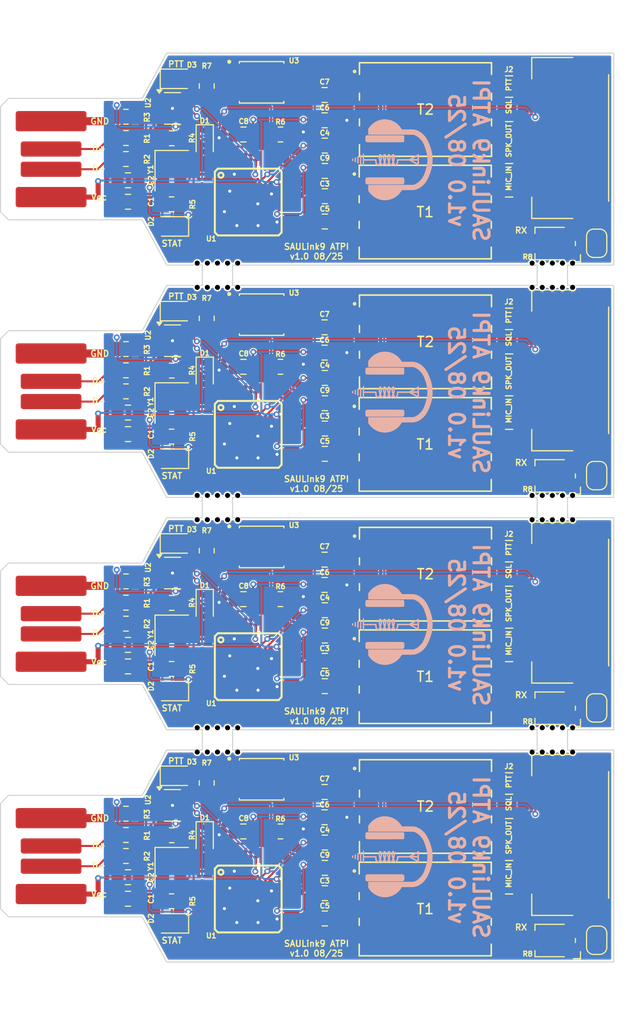
<source format=kicad_pcb>
(kicad_pcb (version 20240108) (generator "pcbnew") (generator_version "8.0")
  (layers (0 "F.Cu" signal) (31 "B.Cu" signal) (34 "B.Paste" user) (35 "F.Paste" user) (36 "B.SilkS" user "B.Silkscreen") (37 "F.SilkS" user "F.Silkscreen") (38 "B.Mask" user) (39 "F.Mask" user) (44 "Edge.Cuts" user))
  (net 0 "")
  (net 1 "Board_0-GND")
  (net 2 "Board_0-Net-(C1-Pad2)")
  (net 3 "Board_0-Net-(C2-Pad1)")
  (net 4 "Board_0-Net-(C3-Pad1)")
  (net 5 "Board_0-Net-(C3-Pad2)")
  (net 6 "Board_0-Net-(C4-Pad1)")
  (net 7 "Board_0-Net-(C5-Pad1)")
  (net 8 "Board_0-Net-(C9-Pad1)")
  (net 9 "Board_0-Net-(D1-A)")
  (net 10 "Board_0-Net-(D1-K)")
  (net 11 "Board_0-Net-(D2-A)")
  (net 12 "Board_0-Net-(D3-A)")
  (net 13 "Board_0-Net-(J1-D+)")
  (net 14 "Board_0-Net-(J1-D-)")
  (net 15 "Board_0-Net-(J1-VBUS)")
  (net 16 "Board_0-Net-(J2-Pad2)")
  (net 17 "Board_0-Net-(J2-Pad3)")
  (net 18 "Board_0-Net-(J2-Pad4)")
  (net 19 "Board_0-Net-(J2-Pad6)")
  (net 20 "Board_0-Net-(JP1-A)")
  (net 21 "Board_0-Net-(JP1-B)")
  (net 22 "Board_0-Net-(R1-Pad1)")
  (net 23 "Board_0-Net-(R2-Pad2)")
  (net 24 "Board_0-Net-(R3-Pad2)")
  (net 25 "Board_0-Net-(R5-Pad2)")
  (net 26 "Board_0-Net-(R6-Pad1)")
  (net 27 "Board_0-Net-(R6-Pad2)")
  (net 28 "Board_0-Net-(T2-Pad1)")
  (net 29 "Board_0-Net-(U1-Pad42)")
  (net 30 "Board_0-unconnected-(T1-Pad2)")
  (net 31 "Board_0-unconnected-(T1-Pad5)")
  (net 32 "Board_0-unconnected-(T2-Pad2)")
  (net 33 "Board_0-unconnected-(T2-Pad5)")
  (net 34 "Board_0-unconnected-(U1-Pad1)")
  (net 35 "Board_0-unconnected-(U1-Pad11)")
  (net 36 "Board_0-unconnected-(U1-Pad15)")
  (net 37 "Board_0-unconnected-(U1-Pad17)")
  (net 38 "Board_0-unconnected-(U1-Pad18)")
  (net 39 "Board_0-unconnected-(U1-Pad19)")
  (net 40 "Board_0-unconnected-(U1-Pad2)")
  (net 41 "Board_0-unconnected-(U1-Pad20)")
  (net 42 "Board_0-unconnected-(U1-Pad21)")
  (net 43 "Board_0-unconnected-(U1-Pad25)")
  (net 44 "Board_0-unconnected-(U1-Pad28)")
  (net 45 "Board_0-unconnected-(U1-Pad3)")
  (net 46 "Board_0-unconnected-(U1-Pad31)")
  (net 47 "Board_0-unconnected-(U1-Pad32)")
  (net 48 "Board_0-unconnected-(U1-Pad39)")
  (net 49 "Board_0-unconnected-(U1-Pad4)")
  (net 50 "Board_0-unconnected-(U1-Pad40)")
  (net 51 "Board_0-unconnected-(U1-Pad43)")
  (net 52 "Board_0-unconnected-(U1-Pad44)")
  (net 53 "Board_0-unconnected-(U1-Pad45)")
  (net 54 "Board_0-unconnected-(U1-Pad46)")
  (net 55 "Board_0-unconnected-(U1-Pad47)")
  (net 56 "Board_0-unconnected-(U1-Pad5)")
  (net 57 "Board_0-unconnected-(U1-Pad6)")
  (net 58 "Board_1-GND")
  (net 59 "Board_1-Net-(C1-Pad2)")
  (net 60 "Board_1-Net-(C2-Pad1)")
  (net 61 "Board_1-Net-(C3-Pad1)")
  (net 62 "Board_1-Net-(C3-Pad2)")
  (net 63 "Board_1-Net-(C4-Pad1)")
  (net 64 "Board_1-Net-(C5-Pad1)")
  (net 65 "Board_1-Net-(C9-Pad1)")
  (net 66 "Board_1-Net-(D1-A)")
  (net 67 "Board_1-Net-(D1-K)")
  (net 68 "Board_1-Net-(D2-A)")
  (net 69 "Board_1-Net-(D3-A)")
  (net 70 "Board_1-Net-(J1-D+)")
  (net 71 "Board_1-Net-(J1-D-)")
  (net 72 "Board_1-Net-(J1-VBUS)")
  (net 73 "Board_1-Net-(J2-Pad2)")
  (net 74 "Board_1-Net-(J2-Pad3)")
  (net 75 "Board_1-Net-(J2-Pad4)")
  (net 76 "Board_1-Net-(J2-Pad6)")
  (net 77 "Board_1-Net-(JP1-A)")
  (net 78 "Board_1-Net-(JP1-B)")
  (net 79 "Board_1-Net-(R1-Pad1)")
  (net 80 "Board_1-Net-(R2-Pad2)")
  (net 81 "Board_1-Net-(R3-Pad2)")
  (net 82 "Board_1-Net-(R5-Pad2)")
  (net 83 "Board_1-Net-(R6-Pad1)")
  (net 84 "Board_1-Net-(R6-Pad2)")
  (net 85 "Board_1-Net-(T2-Pad1)")
  (net 86 "Board_1-Net-(U1-Pad42)")
  (net 87 "Board_1-unconnected-(T1-Pad2)")
  (net 88 "Board_1-unconnected-(T1-Pad5)")
  (net 89 "Board_1-unconnected-(T2-Pad2)")
  (net 90 "Board_1-unconnected-(T2-Pad5)")
  (net 91 "Board_1-unconnected-(U1-Pad1)")
  (net 92 "Board_1-unconnected-(U1-Pad11)")
  (net 93 "Board_1-unconnected-(U1-Pad15)")
  (net 94 "Board_1-unconnected-(U1-Pad17)")
  (net 95 "Board_1-unconnected-(U1-Pad18)")
  (net 96 "Board_1-unconnected-(U1-Pad19)")
  (net 97 "Board_1-unconnected-(U1-Pad2)")
  (net 98 "Board_1-unconnected-(U1-Pad20)")
  (net 99 "Board_1-unconnected-(U1-Pad21)")
  (net 100 "Board_1-unconnected-(U1-Pad25)")
  (net 101 "Board_1-unconnected-(U1-Pad28)")
  (net 102 "Board_1-unconnected-(U1-Pad3)")
  (net 103 "Board_1-unconnected-(U1-Pad31)")
  (net 104 "Board_1-unconnected-(U1-Pad32)")
  (net 105 "Board_1-unconnected-(U1-Pad39)")
  (net 106 "Board_1-unconnected-(U1-Pad4)")
  (net 107 "Board_1-unconnected-(U1-Pad40)")
  (net 108 "Board_1-unconnected-(U1-Pad43)")
  (net 109 "Board_1-unconnected-(U1-Pad44)")
  (net 110 "Board_1-unconnected-(U1-Pad45)")
  (net 111 "Board_1-unconnected-(U1-Pad46)")
  (net 112 "Board_1-unconnected-(U1-Pad47)")
  (net 113 "Board_1-unconnected-(U1-Pad5)")
  (net 114 "Board_1-unconnected-(U1-Pad6)")
  (net 115 "Board_2-GND")
  (net 116 "Board_2-Net-(C1-Pad2)")
  (net 117 "Board_2-Net-(C2-Pad1)")
  (net 118 "Board_2-Net-(C3-Pad1)")
  (net 119 "Board_2-Net-(C3-Pad2)")
  (net 120 "Board_2-Net-(C4-Pad1)")
  (net 121 "Board_2-Net-(C5-Pad1)")
  (net 122 "Board_2-Net-(C9-Pad1)")
  (net 123 "Board_2-Net-(D1-A)")
  (net 124 "Board_2-Net-(D1-K)")
  (net 125 "Board_2-Net-(D2-A)")
  (net 126 "Board_2-Net-(D3-A)")
  (net 127 "Board_2-Net-(J1-D+)")
  (net 128 "Board_2-Net-(J1-D-)")
  (net 129 "Board_2-Net-(J1-VBUS)")
  (net 130 "Board_2-Net-(J2-Pad2)")
  (net 131 "Board_2-Net-(J2-Pad3)")
  (net 132 "Board_2-Net-(J2-Pad4)")
  (net 133 "Board_2-Net-(J2-Pad6)")
  (net 134 "Board_2-Net-(JP1-A)")
  (net 135 "Board_2-Net-(JP1-B)")
  (net 136 "Board_2-Net-(R1-Pad1)")
  (net 137 "Board_2-Net-(R2-Pad2)")
  (net 138 "Board_2-Net-(R3-Pad2)")
  (net 139 "Board_2-Net-(R5-Pad2)")
  (net 140 "Board_2-Net-(R6-Pad1)")
  (net 141 "Board_2-Net-(R6-Pad2)")
  (net 142 "Board_2-Net-(T2-Pad1)")
  (net 143 "Board_2-Net-(U1-Pad42)")
  (net 144 "Board_2-unconnected-(T1-Pad2)")
  (net 145 "Board_2-unconnected-(T1-Pad5)")
  (net 146 "Board_2-unconnected-(T2-Pad2)")
  (net 147 "Board_2-unconnected-(T2-Pad5)")
  (net 148 "Board_2-unconnected-(U1-Pad1)")
  (net 149 "Board_2-unconnected-(U1-Pad11)")
  (net 150 "Board_2-unconnected-(U1-Pad15)")
  (net 151 "Board_2-unconnected-(U1-Pad17)")
  (net 152 "Board_2-unconnected-(U1-Pad18)")
  (net 153 "Board_2-unconnected-(U1-Pad19)")
  (net 154 "Board_2-unconnected-(U1-Pad2)")
  (net 155 "Board_2-unconnected-(U1-Pad20)")
  (net 156 "Board_2-unconnected-(U1-Pad21)")
  (net 157 "Board_2-unconnected-(U1-Pad25)")
  (net 158 "Board_2-unconnected-(U1-Pad28)")
  (net 159 "Board_2-unconnected-(U1-Pad3)")
  (net 160 "Board_2-unconnected-(U1-Pad31)")
  (net 161 "Board_2-unconnected-(U1-Pad32)")
  (net 162 "Board_2-unconnected-(U1-Pad39)")
  (net 163 "Board_2-unconnected-(U1-Pad4)")
  (net 164 "Board_2-unconnected-(U1-Pad40)")
  (net 165 "Board_2-unconnected-(U1-Pad43)")
  (net 166 "Board_2-unconnected-(U1-Pad44)")
  (net 167 "Board_2-unconnected-(U1-Pad45)")
  (net 168 "Board_2-unconnected-(U1-Pad46)")
  (net 169 "Board_2-unconnected-(U1-Pad47)")
  (net 170 "Board_2-unconnected-(U1-Pad5)")
  (net 171 "Board_2-unconnected-(U1-Pad6)")
  (net 172 "Board_3-GND")
  (net 173 "Board_3-Net-(C1-Pad2)")
  (net 174 "Board_3-Net-(C2-Pad1)")
  (net 175 "Board_3-Net-(C3-Pad1)")
  (net 176 "Board_3-Net-(C3-Pad2)")
  (net 177 "Board_3-Net-(C4-Pad1)")
  (net 178 "Board_3-Net-(C5-Pad1)")
  (net 179 "Board_3-Net-(C9-Pad1)")
  (net 180 "Board_3-Net-(D1-A)")
  (net 181 "Board_3-Net-(D1-K)")
  (net 182 "Board_3-Net-(D2-A)")
  (net 183 "Board_3-Net-(D3-A)")
  (net 184 "Board_3-Net-(J1-D+)")
  (net 185 "Board_3-Net-(J1-D-)")
  (net 186 "Board_3-Net-(J1-VBUS)")
  (net 187 "Board_3-Net-(J2-Pad2)")
  (net 188 "Board_3-Net-(J2-Pad3)")
  (net 189 "Board_3-Net-(J2-Pad4)")
  (net 190 "Board_3-Net-(J2-Pad6)")
  (net 191 "Board_3-Net-(JP1-A)")
  (net 192 "Board_3-Net-(JP1-B)")
  (net 193 "Board_3-Net-(R1-Pad1)")
  (net 194 "Board_3-Net-(R2-Pad2)")
  (net 195 "Board_3-Net-(R3-Pad2)")
  (net 196 "Board_3-Net-(R5-Pad2)")
  (net 197 "Board_3-Net-(R6-Pad1)")
  (net 198 "Board_3-Net-(R6-Pad2)")
  (net 199 "Board_3-Net-(T2-Pad1)")
  (net 200 "Board_3-Net-(U1-Pad42)")
  (net 201 "Board_3-unconnected-(T1-Pad2)")
  (net 202 "Board_3-unconnected-(T1-Pad5)")
  (net 203 "Board_3-unconnected-(T2-Pad2)")
  (net 204 "Board_3-unconnected-(T2-Pad5)")
  (net 205 "Board_3-unconnected-(U1-Pad1)")
  (net 206 "Board_3-unconnected-(U1-Pad11)")
  (net 207 "Board_3-unconnected-(U1-Pad15)")
  (net 208 "Board_3-unconnected-(U1-Pad17)")
  (net 209 "Board_3-unconnected-(U1-Pad18)")
  (net 210 "Board_3-unconnected-(U1-Pad19)")
  (net 211 "Board_3-unconnected-(U1-Pad2)")
  (net 212 "Board_3-unconnected-(U1-Pad20)")
  (net 213 "Board_3-unconnected-(U1-Pad21)")
  (net 214 "Board_3-unconnected-(U1-Pad25)")
  (net 215 "Board_3-unconnected-(U1-Pad28)")
  (net 216 "Board_3-unconnected-(U1-Pad3)")
  (net 217 "Board_3-unconnected-(U1-Pad31)")
  (net 218 "Board_3-unconnected-(U1-Pad32)")
  (net 219 "Board_3-unconnected-(U1-Pad39)")
  (net 220 "Board_3-unconnected-(U1-Pad4)")
  (net 221 "Board_3-unconnected-(U1-Pad40)")
  (net 222 "Board_3-unconnected-(U1-Pad43)")
  (net 223 "Board_3-unconnected-(U1-Pad44)")
  (net 224 "Board_3-unconnected-(U1-Pad45)")
  (net 225 "Board_3-unconnected-(U1-Pad46)")
  (net 226 "Board_3-unconnected-(U1-Pad47)")
  (net 227 "Board_3-unconnected-(U1-Pad5)")
  (net 228 "Board_3-unconnected-(U1-Pad6)")
  (footprint "NPTH" (layer "F.Cu") (at 174.743748 66.11)
    (property "Reference" "KiKit_MB_8_5" (hide yes))
    (property "Value" "NPTH" (hide yes))
  )
  (footprint "Resistor_SMD:R_0805_2012Metric" (layer "F.Cu") (at 135.1135 74.33)
    (property "Reference" "R4")
    (property "Value" "1M?")
  )
  (footprint "Connector_USB_PCB_Edge:USB_A_PCB_Edge_receptacle" (layer "F.Cu") (at 123.187 99.346)
    (property "Reference" "J1" (hide yes))
    (property "Value" "USB_A_PCB_Edge_receptacle")
  )
  (footprint "Resistor_SMD:R_0805_2012Metric" (layer "F.Cu") (at 138.576 46.2125 -90)
    (property "Reference" "R7")
    (property "Value" "1.5k")
  )
  (footprint "Resistor_SMD:R_0805_2012Metric" (layer "F.Cu") (at 135.1135 51.375)
    (property "Reference" "R4")
    (property "Value" "1M?")
  )
  (footprint "CM108B:TQFP48" (layer "F.Cu") (at 142.676 103.585 90)
    (property "Reference" "U1")
    (property "Value" "CM108B" (hide yes))
  )
  (footprint "Resistor_SMD:R_0805_2012Metric" (layer "F.Cu") (at 130.5885 97.26 180)
    (property "Reference" "R1")
    (property "Value" "22")
  )
  (footprint "NPTH" (layer "F.Cu") (at 170.743748 86.665)
    (property "Reference" "KiKit_MB_9_5" (hide yes))
    (property "Value" "NPTH" (hide yes))
  )
  (footprint "NPTH" (layer "F.Cu") (at 171.743748 63.71)
    (property "Reference" "KiKit_MB_5_4" (hide yes))
    (property "Value" "NPTH" (hide yes))
  )
  (footprint "NPTH" (layer "F.Cu") (at 172.743748 66.11)
    (property "Reference" "KiKit_MB_8_3" (hide yes))
    (property "Value" "NPTH" (hide yes))
  )
  (footprint "Resistor_SMD:R_0805_2012Metric" (layer "F.Cu") (at 135.0996 80.855)
    (property "Reference" "R5")
    (property "Value" "1.5k")
  )
  (footprint "Capacitor_SMD:C_0805_2012Metric" (layer "F.Cu") (at 150.251 31.645)
    (property "Reference" "C9")
    (property "Value" "100nF")
  )
  (footprint "LED_SMD:LED_0805_2012Metric" (layer "F.Cu") (at 135.0996 37.1294 180)
    (property "Reference" "D2")
    (property "Value" "LED")
  )
  (footprint "Resistor_SMD:R_0805_2012Metric" (layer "F.Cu") (at 130.5885 30.47)
    (property "Reference" "R2")
    (property "Value" "22")
  )
  (footprint "EL357N-G-Optokoppler:OPTO_EL357N-G" (layer "F.Cu") (at 144.001 68.8)
    (property "Reference" "U3")
    (property "Value" "EL357N-G")
  )
  (footprint "Capacitor_SMD:C_0805_2012Metric" (layer "F.Cu") (at 150.251 82.555)
    (property "Reference" "C5")
    (property "Value" "4.7uF")
  )
  (footprint "S6B-PH-SM4:JST_S6B-PH-SM4-TB_LF__SN_" (layer "F.Cu") (at 171.0564 28.3914 90)
    (property "Reference" "J2")
    (property "Value" "S6B-PH-SM4")
  )
  (footprint "Capacitor_SMD:C_0805_2012Metric" (layer "F.Cu") (at 150.226 24.145)
    (property "Reference" "C7")
    (property "Value" "4.7uF")
  )
  (footprint "Diode_SMD:D_SOD-323" (layer "F.Cu") (at 138.376 97.56 -90)
    (property "Reference" "D1")
    (property "Value" "BAT43W-V")
  )
  (footprint "NPTH" (layer "F.Cu") (at 170.743748 43.155)
    (property "Reference" "KiKit_MB_4_1" (hide yes))
    (property "Value" "NPTH" (hide yes))
  )
  (footprint "NPTH" (layer "F.Cu") (at 172.743748 43.155)
    (property "Reference" "KiKit_MB_4_3" (hide yes))
    (property "Value" "NPTH" (hide yes))
  )
  (footprint "NPTH" (layer "F.Cu") (at 140.634748 86.665)
    (property "Reference" "KiKit_MB_7_2" (hide yes))
    (property "Value" "NPTH" (hide yes))
  )
  (footprint "Resistor_SMD:R_0805_2012Metric" (layer "F.Cu") (at 130.5885 74.305 180)
    (property "Reference" "R1")
    (property "Value" "22")
  )
  (footprint "Capacitor_SMD:C_0805_2012Metric" (layer "F.Cu") (at 150.251 105.51)
    (property "Reference" "C5")
    (property "Value" "4.7uF")
  )
  (footprint "Capacitor_SMD:C_0805_2012Metric_Pad1.18x1.45mm_HandSolder" (layer "F.Cu") (at 130.7885 34.695)
    (property "Reference" "C1")
    (property "Value" "20pF")
  )
  (footprint "Jumper:SolderJumper-2_P1.3mm_Open_RoundedPad1.0x1.5mm" (layer "F.Cu") (at 177.126 38.795 90)
    (property "Reference" "JP1" (hide yes))
    (property "Value" "SolderJumper_2_Open")
  )
  (footprint "Jumper:SolderJumper-2_P1.3mm_Open_RoundedPad1.0x1.5mm" (layer "F.Cu") (at 177.126 84.705 90)
    (property "Reference" "JP1" (hide yes))
    (property "Value" "SolderJumper_2_Open")
  )
  (footprint "Package_TO_SOT_SMD:SOT-23-6" (layer "F.Cu") (at 135.1885 25.47)
    (property "Reference" "U2")
    (property "Value" "USBLC6")
  )
  (footprint "Capacitor_SMD:C_0805_2012Metric" (layer "F.Cu") (at 150.226 93.01)
    (property "Reference" "C7")
    (property "Value" "4.7uF")
  )
  (footprint "NPTH" (layer "F.Cu") (at 141.634748 43.155)
    (property "Reference" "KiKit_MB_6_5" (hide yes))
    (property "Value" "NPTH" (hide yes))
  )
  (footprint "Resistor_SMD:R_0805_2012Metric" (layer "F.Cu") (at 130.5885 53.425)
    (property "Reference" "R2")
    (property "Value" "22")
  )
  (footprint "NPTH" (layer "F.Cu") (at 173.743748 63.71)
    (property "Reference" "KiKit_MB_5_2" (hide yes))
    (property "Value" "NPTH" (hide yes))
  )
  (footprint "NPTH" (layer "F.Cu") (at 172.743748 63.71)
    (property "Reference" "KiKit_MB_5_3" (hide yes))
    (property "Value" "NPTH" (hide yes))
  )
  (footprint "Capacitor_SMD:C_0805_2012Metric" (layer "F.Cu") (at 150.251 54.6)
    (property "Reference" "C9")
    (property "Value" "100nF")
  )
  (footprint "Resistor_SMD:R_0805_2012Metric" (layer "F.Cu") (at 130.5885 72.205)
    (property "Reference" "R3")
    (property "Value" "1k5")
  )
  (footprint "LED_SMD:LED_0805_2012Metric" (layer "F.Cu") (at 135.6635 68.455)
    (property "Reference" "D3")
    (property "Value" "LED")
  )
  (footprint "Capacitor_SMD:C_0805_2012Metric_Pad1.18x1.45mm_HandSolder" (layer "F.Cu") (at 130.7885 78.48 180)
    (property "Reference" "C2")
    (property "Value" "20pF")
  )
  (footprint "footprints:RES6_SM-LP-5001E_BRN" (layer "F.Cu") (at 160.1769 58.665)
    (property "Reference" "T1")
    (property "Value" "SM-LP-5001E")
  )
  (footprint "NPTH" (layer "F.Cu") (at 171.743748 40.755)
    (property "Reference" "KiKit_MB_2_4" (hide yes))
    (property "Value" "NPTH" (hide yes))
  )
  (footprint "NPTH" (layer "F.Cu") (at 139.634748 66.11)
    (property "Reference" "KiKit_MB_10_3" (hide yes))
    (property "Value" "NPTH" (hide yes))
  )
  (footprint "footprints:RES6_SM-LP-5001E_BRN" (layer "F.Cu") (at 160.2019 48.535)
    (property "Reference" "T2")
    (property "Value" "SM-LP-5001E")
  )
  (footprint "footprints:RES6_SM-LP-5001E_BRN" (layer "F.Cu") (at 160.1769 104.575)
    (property "Reference" "T1")
    (property "Value" "SM-LP-5001E")
  )
  (footprint "S6B-PH-SM4:JST_S6B-PH-SM4-TB_LF__SN_" (layer "F.Cu") (at 171.0564 74.3014 90)
    (property "Reference" "J2")
    (property "Value" "S6B-PH-SM4")
  )
  (footprint "NPTH" (layer "F.Cu") (at 137.634748 66.11)
    (property "Reference" "KiKit_MB_10_1" (hide yes))
    (property "Value" "NPTH" (hide yes))
  )
  (footprint "Diode_SMD:D_SOD-323" (layer "F.Cu") (at 138.376 51.65 -90)
    (property "Reference" "D1")
    (property "Value" "BAT43W-V")
  )
  (footprint "Capacitor_SMD:C_0805_2012Metric_Pad1.18x1.45mm_HandSolder" (layer "F.Cu") (at 130.7885 32.57 180)
    (property "Reference" "C2")
    (property "Value" "20pF")
  )
  (footprint "NPTH" (layer "F.Cu") (at 173.743748 89.065)
    (property "Reference" "KiKit_MB_11_4" (hide yes))
    (property "Value" "NPTH" (hide yes))
  )
  (footprint "NPTH" (layer "F.Cu") (at 170.743748 40.755)
    (property "Reference" "KiKit_MB_2_5" (hide yes))
    (property "Value" "NPTH" (hide yes))
  )
  (footprint "NPTH" (layer "F.Cu") (at 172.743748 86.665)
    (property "Reference" "KiKit_MB_9_3" (hide yes))
    (property "Value" "NPTH" (hide yes))
  )
  (footprint "Capacitor_SMD:C_0805_2012Metric" (layer "F.Cu") (at 142.201 73.955 180)
    (property "Reference" "C8")
    (property "Value" "4.7uF")
  )
  (footprint "NPTH" (layer "F.Cu") (at 141.634748 66.11)
    (property "Reference" "KiKit_MB_10_5" (hide yes))
    (property "Value" "NPTH" (hide yes))
  )
  (footprint "Resistor_SMD:R_0805_2012Metric" (layer "F.Cu") (at 130.5885 95.16)
    (property "Reference" "R3")
    (property "Value" "1k5")
  )
  (footprint "NPTH" (layer "F.Cu") (at 173.743748 43.155)
    (property "Reference" "KiKit_MB_4_4" (hide yes))
    (property "Value" "NPTH" (hide yes))
  )
  (footprint "NPTH" (layer "F.Cu") (at 174.743748 89.065)
    (property "Reference" "KiKit_MB_11_5" (hide yes))
    (property "Value" "NPTH" (hide yes))
  )
  (footprint "NPTH" (layer "F.Cu") (at 173.743748 66.11)
    (property "Reference" "KiKit_MB_8_4" (hide yes))
    (property "Value" "NPTH" (hide yes))
  )
  (footprint "Resistor_SMD:R_0805_2012Metric" (layer "F.Cu") (at 130.5885 26.295)
    (property "Reference" "R3")
    (property "Value" "1k5")
  )
  (footprint "Resistor_SMD:R_0805_2012Metric" (layer "F.Cu") (at 138.576 92.1225 -90)
    (property "Reference" "R7")
    (property "Value" "1.5k")
  )
  (footprint "Capacitor_SMD:C_0805_2012Metric" (layer "F.Cu") (at 150.251 57.1)
    (property "Reference" "C3")
    (property "Value" "1uF")
  )
  (footprint "NPTH" (layer "F.Cu") (at 172.743748 89.065)
    (property "Reference" "KiKit_MB_11_3" (hide yes))
    (property "Value" "NPTH" (hide yes))
  )
  (footprint "NPTH" (layer "F.Cu") (at 137.634748 40.755)
    (property "Reference" "KiKit_MB_1_5" (hide yes))
    (property "Value" "NPTH" (hide yes))
  )
  (footprint "Capacitor_SMD:C_0805_2012Metric_Pad1.18x1.45mm_HandSolder" (layer "F.Cu") (at 130.7885 103.56)
    (property "Reference" "C1")
    (property "Value" "20pF")
  )
  (footprint "Capacitor_SMD:C_0805_2012Metric" (layer "F.Cu") (at 142.201 28.045 180)
    (property "Reference" "C8")
    (property "Value" "4.7uF")
  )
  (footprint "Resistor_SMD:R_0805_2012Metric" (layer "F.Cu") (at 130.5885 51.35 180)
    (property "Reference" "R1")
    (property "Value" "22")
  )
  (footprint "CM108B:TQFP48" (layer "F.Cu") (at 142.676 80.63 90)
    (property "Reference" "U1")
    (property "Value" "CM108B" (hide yes))
  )
  (footprint "Capacitor_SMD:C_0805_2012Metric_Pad1.18x1.45mm_HandSolder" (layer "F.Cu") (at 130.7885 101.435 180)
    (property "Reference" "C2")
    (property "Value" "20pF")
  )
  (footprint "Connector_USB_PCB_Edge:USB_A_PCB_Edge_receptacle" (layer "F.Cu") (at 123.187 30.481)
    (property "Reference" "J1" (hide yes))
    (property "Value" "USB_A_PCB_Edge_receptacle")
  )
  (footprint "CM108B:TQFP48" (layer "F.Cu") (at 142.676 57.675 90)
    (property "Reference" "U1")
    (property "Value" "CM108B" (hide yes))
  )
  (footprint "NPTH" (layer "F.Cu") (at 174.743748 40.755)
    (property "Reference" "KiKit_MB_2_1" (hide yes))
    (property "Value" "NPTH" (hide yes))
  )
  (footprint "EL357N-G-Optokoppler:OPTO_EL357N-G" (layer "F.Cu") (at 144.001 45.845)
    (property "Reference" "U3")
    (property "Value" "EL357N-G")
  )
  (footprint "NPTH" (layer "F.Cu") (at 139.634748 89.065)
    (property "Reference" "KiKit_MB_12_3" (hide yes))
    (property "Value" "NPTH" (hide yes))
  )
  (footprint "Crystal:Crystal_SMD_3225-4Pin_3.2x2.5mm" (layer "F.Cu") (at 135.1132 100.4904 -90)
    (property "Reference" "Y1")
    (property "Value" "12Mhz")
  )
  (footprint "NPTH" (layer "F.Cu") (at 138.634748 86.665)
    (property "Reference" "KiKit_MB_7_4" (hide yes))
    (property "Value" "NPTH" (hide yes))
  )
  (footprint "Capacitor_SMD:C_0805_2012Metric" (layer "F.Cu") (at 150.251 80.055)
    (property "Reference" "C3")
    (property "Value" "1uF")
  )
  (footprint "footprints:RES6_SM-LP-5001E_BRN" (layer "F.Cu") (at 160.1769 81.62)
    (property "Reference" "T1")
    (property "Value" "SM-LP-5001E")
  )
  (footprint "Diode_SMD:D_SOD-323" (layer "F.Cu") (at 138.376 28.695 -90)
    (property "Reference" "D1")
    (property "Value" "BAT43W-V")
  )
  (footprint "NPTH" (layer "F.Cu") (at 172.743748 40.755)
    (property "Reference" "KiKit_MB_2_3" (hide yes))
    (property "Value" "NPTH" (hide yes))
  )
  (footprint "Capacitor_SMD:C_0805_2012Metric" (layer "F.Cu") (at 150.226 47.1)
    (property "Reference" "C7")
    (property "Value" "4.7uF")
  )
  (footprint "EL357N-G-Optokoppler:OPTO_EL357N-G" (layer "F.Cu") (at 144.001 22.89)
    (property "Reference" "U3")
    (property "Value" "EL357N-G")
  )
  (footprint "Capacitor_SMD:C_0805_2012Metric" (layer "F.Cu") (at 150.251 100.51)
    (property "Reference" "C9")
    (property "Value" "100nF")
  )
  (footprint "footprints:RES6_SM-LP-5001E_BRN" (layer "F.Cu") (at 160.2019 94.445)
    (property "Reference" "T2")
    (property "Value" "SM-LP-5001E")
  )
  (footprint "NPTH" (layer "F.Cu") (at 138.634748 40.755)
    (property "Reference" "KiKit_MB_1_4" (hide yes))
    (property "Value" "NPTH" (hide yes))
  )
  (footprint "Package_TO_SOT_SMD:SOT-23-6" (layer "F.Cu") (at 135.1885 71.38)
    (property "Reference" "U2")
    (property "Value" "USBLC6")
  )
  (footprint "NPTH" (layer "F.Cu") (at 170.743748 66.11)
    (property "Reference" "KiKit_MB_8_1" (hide yes))
    (property "Value" "NPTH" (hide yes))
  )
  (footprint "Resistor_SMD:R_0805_2012Metric" (layer "F.Cu") (at 135.0996 57.9)
    (property "Reference" "R5")
    (property "Value" "1.5k")
  )
  (footprint "NPTH" (layer "F.Cu") (at 173.743748 40.755)
    (property "Reference" "KiKit_MB_2_2" (hide yes))
    (property "Value" "NPTH" (hide yes))
  )
  (footprint "Capacitor_SMD:C_0805_2012Metric" (layer "F.Cu") (at 150.226 70.055)
    (property "Reference" "C7")
    (property "Value" "4.7uF")
  )
  (footprint "NPTH" (layer "F.Cu") (at 139.634748 43.155)
    (property "Reference" "KiKit_MB_6_3" (hide yes))
    (property "Value" "NPTH" (hide yes))
  )
  (footprint "NPTH" (layer "F.Cu") (at 137.634748 43.155)
    (property "Reference" "KiKit_MB_6_1" (hide yes))
    (property "Value" "NPTH" (hide yes))
  )
  (footprint "Package_TO_SOT_SMD:SOT-23-6" (layer "F.Cu") (at 135.1885 48.425)
    (property "Reference" "U2")
    (property "Value" "USBLC6")
  )
  (footprint "Resistor_SMD:R_0805_2012Metric" (layer "F.Cu") (at 138.576 69.1675 -90)
    (property "Reference" "R7")
    (property "Value" "1.5k")
  )
  (footprint "NPTH" (layer "F.Cu") (at 174.743748 86.665)
    (property "Reference" "KiKit_MB_9_1" (hide yes))
    (property "Value" "NPTH" (hide yes))
  )
  (footprint "NPTH" (layer "F.Cu") (at 139.634748 86.665)
    (property "Reference" "KiKit_MB_7_3" (hide yes))
    (property "Value" "NPTH" (hide yes))
  )
  (footprint "NPTH" (layer "F.Cu") (at 140.634748 63.71)
    (property "Reference" "KiKit_MB_3_2" (hide yes))
    (property "Value" "NPTH" (hide yes))
  )
  (footprint "NPTH" (layer "F.Cu") (at 137.634748 86.665)
    (property "Reference" "KiKit_MB_7_5" (hide yes))
    (property "Value" "NPTH" (hide yes))
  )
  (footprint "Capacitor_SMD:C_0805_2012Metric" (layer "F.Cu") (at 150.251 77.555)
    (property "Reference" "C9")
    (property "Value" "100nF")
  )
  (footprint "NPTH" (layer "F.Cu") (at 138.634748 63.71)
    (property "Reference" "KiKit_MB_3_4" (hide yes))
    (property "Value" "NPTH" (hide yes))
  )
  (footprint "NPTH" (layer "F.Cu") (at 174.743748 43.155)
    (property "Reference" "KiKit_MB_4_5" (hide yes))
    (property "Value" "NPTH" (hide yes))
  )
  (footprint "Capacitor_SMD:C_0805_2012Metric" (layer "F.Cu") (at 150.226 72.555)
    (property "Reference" "C6")
    (property "Value" "4.7uF")
  )
  (footprint "Package_TO_SOT_SMD:SOT-23-6" (layer "F.Cu") (at 135.1885 94.335)
    (property "Reference" "U2")
    (property "Value" "USBLC6")
  )
  (footprint "Resistor_SMD:R_0805_2012Metric" (layer "F.Cu") (at 130.5885 76.38)
    (property "Reference" "R2")
    (property "Value" "22")
  )
  (footprint "NPTH" (layer "F.Cu") (at 140.634748 89.065)
    (property "Reference" "KiKit_MB_12_4" (hide yes))
    (property "Value" "NPTH" (hide yes))
  )
  (footprint "LED_SMD:LED_0805_2012Metric" (layer "F.Cu") (at 135.6635 91.41)
    (property "Reference" "D3")
    (property "Value" "LED")
  )
  (footprint "Capacitor_SMD:C_0805_2012Metric" (layer "F.Cu") (at 150.251 36.645)
    (property "Reference" "C5")
    (property "Value" "4.7uF")
  )
  (footprint "NPTH" (layer "F.Cu") (at 171.743748 43.155)
    (property "Reference" "KiKit_MB_4_2" (hide yes))
    (property "Value" "NPTH" (hide yes))
  )
  (footprint "NPTH" (layer "F.Cu") (at 140.634748 66.11)
    (property "Reference" "KiKit_MB_10_4" (hide yes))
    (property "Value" "NPTH" (hide yes))
  )
  (footprint "Capacitor_SMD:C_0805_2012Metric" (layer "F.Cu") (at 150.251 98.01)
    (property "Reference" "C4")
    (property "Value" "4.7uF")
  )
  (footprint "Capacitor_SMD:C_0805_2012Metric" (layer "F.Cu") (at 142.201 51 180)
    (property "Reference" "C8")
    (property "Value" "4.7uF")
  )
  (footprint "NPTH" (layer "F.Cu") (at 170.743748 89.065)
    (property "Reference" "KiKit_MB_11_1" (hide yes))
    (property "Value" "NPTH" (hide yes))
  )
  (footprint "NPTH" (layer "F.Cu") (at 139.634748 40.755)
    (property "Reference" "KiKit_MB_1_3" (hide yes))
    (property "Value" "NPTH" (hide yes))
  )
  (footprint "NPTH" (layer "F.Cu") (at 171.743748 89.065)
    (property "Reference" "KiKit_MB_11_2" (hide yes))
    (property "Value" "NPTH" (hide yes))
  )
  (footprint "Capacitor_SMD:C_0805_2012Metric_Pad1.18x1.45mm_HandSolder" (layer "F.Cu") (at 130.7885 80.605)
    (property "Reference" "C1")
    (property "Value" "20pF")
  )
  (footprint "EL357N-G-Optokoppler:OPTO_EL357N-G" (layer "F.Cu") (at 144.001 91.755)
    (property "Reference" "U3")
    (property "Value" "EL357N-G")
  )
  (footprint "Capacitor_SMD:C_0805_2012Metric_Pad1.18x1.45mm_HandSolder" (layer "F.Cu") (at 130.7885 55.525 180)
    (property "Reference" "C2")
    (property "Value" "20pF")
  )
  (footprint "Crystal:Crystal_SMD_3225-4Pin_3.2x2.5mm" (layer "F.Cu") (at 135.1132 54.5804 -90)
    (property "Reference" "Y1")
    (property "Value" "12Mhz")
  )
  (footprint "NPTH" (layer "F.Cu") (at 140.634748 43.155)
    (property "Reference" "KiKit_MB_6_4" (hide yes))
    (property "Value" "NPTH" (hide yes))
  )
  (footprint "Capacitor_SMD:C_0805_2012Metric" (layer "F.Cu") (at 150.251 59.6)
    (property "Reference" "C5")
    (property "Value" "4.7uF")
  )
  (footprint "Capacitor_SMD:C_0805_2012Metric" (layer "F.Cu") (at 150.251 103.01)
    (property "Reference" "C3")
    (property "Value" "1uF")
  )
  (footprint "Resistor_SMD:R_0805_2012Metric" (layer "F.Cu") (at 135.0996 34.945)
    (property "Reference" "R5")
    (property "Value" "1.5k")
  )
  (footprint "Capacitor_SMD:C_0805_2012Metric" (layer "F.Cu") (at 142.201 96.91 180)
    (property "Reference" "C8")
    (property "Value" "4.7uF")
  )
  (footprint "NPTH" (layer "F.Cu") (at 141.634748 89.065)
    (property "Reference" "KiKit_MB_12_5" (hide yes))
    (property "Value" "NPTH" (hide yes))
  )
  (footprint "NPTH" (layer "F.Cu") (at 139.634748 63.71)
    (property "Reference" "KiKit_MB_3_3" (hide yes))
    (property "Value" "NPTH" (hide yes))
  )
  (footprint "Potentiometer_SMD:Potentiometer_Bourns_TC33X_Vertical" (layer "F.Cu") (at 172.9224 38.8214 180)
    (property "Reference" "R8")
    (property "Value" "100k")
  )
  (footprint "Jumper:SolderJumper-2_P1.3mm_Open_RoundedPad1.0x1.5mm" (layer "F.Cu") (at 177.126 61.75 90)
    (property "Reference" "JP1" (hide yes))
    (property "Value" "SolderJumper_2_Open")
  )
  (footprint "footprints:RES6_SM-LP-5001E_BRN" (layer "F.Cu") (at 160.2019 25.58)
    (property "Reference" "T2")
    (property "Value" "SM-LP-5001E")
  )
  (footprint "Resistor_SMD:R_0805_2012Metric" (layer "F.Cu") (at 138.576 23.2575 -90)
    (property "Reference" "R7")
    (property "Value" "1.5k")
  )
  (footprint "Jumper:SolderJumper-2_P1.3mm_Open_RoundedPad1.0x1.5mm" (layer "F.Cu") (at 177.126 107.66 90)
    (property "Reference" "JP1" (hide yes))
    (property "Value" "SolderJumper_2_Open")
  )
  (footprint "S6B-PH-SM4:JST_S6B-PH-SM4-TB_LF__SN_" (layer "F.Cu") (at 171.0564 97.2564 90)
    (property "Reference" "J2")
    (property "Value" "S6B-PH-SM4")
  )
  (footprint "LED_SMD:LED_0805_2012Metric" (layer "F.Cu") (at 135.6635 22.545)
    (property "Reference" "D3")
    (property "Value" "LED")
  )
  (footprint "NPTH" (layer "F.Cu") (at 138.634748 66.11)
    (property "Reference" "KiKit_MB_10_2" (hide yes))
    (property "Value" "NPTH" (hide yes))
  )
  (footprint "Capacitor_SMD:C_0805_2012Metric" (layer "F.Cu") (at 150.251 29.145)
    (property "Reference" "C4")
    (property "Value" "4.7uF")
  )
  (footprint "CM108B:TQFP48" (layer "F.Cu") (at 142.676 34.72 90)
    (property "Reference" "U1")
    (property "Value" "CM108B" (hide yes))
  )
  (footprint "footprints:RES6_SM-LP-5001E_BRN" (layer "F.Cu") (at 160.2019 71.49)
    (property "Reference" "T2")
    (property "Value" "SM-LP-5001E")
  )
  (footprint "Potentiometer_SMD:Potentiometer_Bourns_TC33X_Vertical" (layer "F.Cu") (at 172.9224 61.7764 180)
    (property "Reference" "R8")
    (property "Value" "100k")
  )
  (footprint "NPTH" (layer "F.Cu") (at 137.634748 63.71)
    (property "Reference" "KiKit_MB_3_5" (hide yes))
    (property "Value" "NPTH" (hide yes))
  )
  (footprint "Resistor_SMD:R_0805_2012Metric" (layer "F.Cu") (at 130.5885 99.335)
    (property "Reference" "R2")
    (property "Value" "22")
  )
  (footprint "Crystal:Crystal_SMD_3225-4Pin_3.2x2.5mm" (layer "F.Cu") (at 135.1132 77.5354 -90)
    (property "Reference" "Y1")
    (property "Value" "12Mhz")
  )
  (footprint "NPTH" (layer "F.Cu") (at 171.743748 66.11)
    (property "Reference" "KiKit_MB_8_2" (hide yes))
    (property "Value" "NPTH" (hide yes))
  )
  (footprint "Resistor_SMD:R_0805_2012Metric" (layer "F.Cu") (at 145.8635 96.91)
    (property "Reference" "R6")
    (property "Value" "820")
  )
  (footprint "Capacitor_SMD:C_0805_2012Metric" (layer "F.Cu") (at 150.226 26.645)
    (property "Reference" "C6")
    (property "Value" "4.7uF")
  )
  (footprint "Crystal:Crystal_SMD_3225-4Pin_3.2x2.5mm" (layer "F.Cu") (at 135.1132 31.6254 -90)
    (property "Reference" "Y1")
    (property "Value" "12Mhz")
  )
  (footprint "NPTH" (layer "F.Cu") (at 137.634748 89.065)
    (property "Reference" "KiKit_MB_12_1" (hide yes))
    (property "Value" "NPTH" (hide yes))
  )
  (footprint "Capacitor_SMD:C_0805_2012Metric" (layer "F.Cu") (at 150.226 95.51)
    (property "Reference" "C6")
    (property "Value" "4.7uF")
  )
  (footprint "Resistor_SMD:R_0805_2012Metric" (layer "F.Cu") (at 145.8635 28.045)
    (property "Reference" "R6")
    (property "Value" "820")
  )
  (footprint "LED_SMD:LED_0805_2012Metric" (layer "F.Cu") (at 135.0996 105.9944 180)
    (property "Reference" "D2")
    (property "Value" "LED")
  )
  (footprint "LED_SMD:LED_0805_2012Metric" (layer "F.Cu") (at 135.0996 60.0844 180)
    (property "Reference" "D2")
    (property "Value" "LED")
  )
  (footprint "Resistor_SMD:R_0805_2012Metric" (layer "F.Cu") (at 145.8635 51)
    (property "Reference" "R6")
    (property "Value" "820")
  )
  (footprint "Connector_USB_PCB_Edge:USB_A_PCB_Edge_receptacle" (layer "F.Cu") (at 123.187 76.391)
    (property "Reference" "J1" (hide yes))
    (property "Value" "USB_A_PCB_Edge_receptacle")
  )
  (footprint "Capacitor_SMD:C_0805_2012Metric" (layer "F.Cu") (at 150.226 49.6)
    (property "Reference" "C6")
    (property "Value" "4.7uF")
  )
  (footprint "NPTH" (layer "F.Cu") (at 171.743748 86.665)
    (property "Reference" "KiKit_MB_9_4" (hide yes))
    (property "Value" "NPTH" (hide yes))
  )
  (footprint "Capacitor_SMD:C_0805_2012Metric" (layer "F.Cu") (at 150.251 34.145)
    (property "Reference" "C3")
    (property "Value" "1uF")
  )
  (footprint "NPTH" (layer "F.Cu") (at 141.634748 63.71)
    (property "Reference" "KiKit_MB_3_1" (hide yes))
    (property "Value" "NPTH" (hide yes))
  )
  (footprint "NPTH" (layer "F.Cu") (at 173.743748 86.665)
    (property "Reference" "KiKit_MB_9_2" (hide yes))
    (property "Value" "NPTH" (hide yes))
  )
  (footprint "Potentiometer_SMD:Potentiometer_Bourns_TC33X_Vertical" (layer "F.Cu") (at 172.9224 84.7314 180)
    (property "Reference" "R8")
    (property "Value" "100k")
  )
  (footprint "NPTH" (layer "F.Cu") (at 138.634748 43.155)
    (property "Reference" "KiKit_MB_6_2" (hide yes))
    (property "Value" "NPTH" (hide yes))
  )
  (footprint "Capacitor_SMD:C_0805_2012Metric_Pad1.18x1.45mm_HandSolder" (layer "F.Cu") (at 130.7885 57.65)
    (property "Reference" "C1")
    (property "Value" "20pF")
  )
  (footprint "NPTH" (layer "F.Cu") (at 174.743748 63.71)
    (property "Reference" "KiKit_MB_5_1" (hide yes))
    (property "Value" "NPTH" (hide yes))
  )
  (footprint "Resistor_SMD:R_0805_2012Metric" (layer "F.Cu") (at 130.5885 49.25)
    (property "Reference" "R3")
    (property "Value" "1k5")
  )
  (footprint "Capacitor_SMD:C_0805_2012Metric" (layer "F.Cu") (at 150.251 52.1)
    (property "Reference" "C4")
    (property "Value" "4.7uF")
  )
  (footprint "Diode_SMD:D_SOD-323" (layer "F.Cu") (at 138.376 74.605 -90)
    (property "Reference" "D1")
    (property "Value" "BAT43W-V")
  )
  (footprint "Resistor_SMD:R_0805_2012Metric" (layer "F.Cu") (at 135.1135 97.285)
    (property "Reference" "R4")
    (property "Value" "1M?")
  )
  (footprint "Resistor_SMD:R_0805_2012Metric" (layer "F.Cu") (at 135.0996 103.81)
    (property "Reference" "R5")
    (property "Value" "1.5k")
  )
  (footprint "NPTH" (layer "F.Cu") (at 140.634748 40.755)
    (property "Reference" "KiKit_MB_1_2" (hide yes))
    (property "Value" "NPTH" (hide yes))
  )
  (footprint "Potentiometer_SMD:Potentiometer_Bourns_TC33X_Vertical" (layer "F.Cu") (at 172.9224 107.6864 180)
    (property "Reference" "R8")
    (property "Value" "100k")
  )
  (footprint "NPTH" (layer "F.Cu") (at 138.634748 89.065)
    (property "Reference" "KiKit_MB_12_2" (hide yes))
    (property "Value" "NPTH" (hide yes))
  )
  (footprint "Connector_USB_PCB_Edge:USB_A_PCB_Edge_receptacle" (layer "F.Cu") (at 123.187 53.436)
    (property "Reference" "J1" (hide yes))
    (property "Value" "USB_A_PCB_Edge_receptacle")
  )
  (footprint "Resistor_SMD:R_0805_2012Metric" (layer "F.Cu") (at 145.8635 73.955)
    (property "Reference" "R6")
    (property "Value" "820")
  )
  (footprint "NPTH" (layer "F.Cu") (at 141.634748 40.755)
    (property "Reference" "KiKit_MB_1_1" (hide yes))
    (property "Value" "NPTH" (hide yes))
  )
  (footprint "S6B-PH-SM4:JST_S6B-PH-SM4-TB_LF__SN_" (layer "F.Cu") (at 171.0564 51.3464 90)
    (property "Reference" "J2")
    (property "Value" "S6B-PH-SM4")
  )
  (footprint "Resistor_SMD:R_0805_2012Metric" (layer "F.Cu") (at 135.1135 28.42)
    (property "Reference" "R4")
    (property "Value" "1M?")
  )
  (footprint "LED_SMD:LED_0805_2012Metric" (layer "F.Cu") (at 135.6635 45.5)
    (property "Reference" "D3")
    (property "Value" "LED")
  )
  (footprint "footprints:RES6_SM-LP-5001E_BRN" (layer "F.Cu") (at 160.1769 35.71)
    (property "Reference" "T1")
    (property "Value" "SM-LP-5001E")
  )
  (footprint "NPTH" (layer "F.Cu") (at 141.634748 86.665)
    (property "Reference" "KiKit_MB_7_1" (hide yes))
    (property "Value" "NPTH" (hide yes))
  )
  (footprint "Resistor_SMD:R_0805_2012Metric" (layer "F.Cu") (at 130.5885 28.395 180)
    (property "Reference" "R1")
    (property "Value" "22")
  )
  (footprint "NPTH" (layer "F.Cu") (at 170.743748 63.71)
    (property "Reference" "KiKit_MB_5_5" (hide yes))
    (property "Value" "NPTH" (hide yes))
  )
  (footprint "LED_SMD:LED_0805_2012Metric" (layer "F.Cu") (at 135.0996 83.0394 180)
    (property "Reference" "D2")
    (property "Value" "LED")
  )
  (footprint "Capacitor_SMD:C_0805_2012Metric" (layer "F.Cu") (at 150.251 75.055)
    (property "Reference" "C4")
    (property "Value" "4.7uF")
  )
  (footprint "LOGO" (layer "B.Cu") (at 156.926 76.455 90)
    (property "Reference" "g2" (hide yes))
    (property "Value" "LOGO" (hide yes))
  )
  (footprint "LOGO" (layer "B.Cu") (at 156.926 53.5 90)
    (property "Reference" "g2" (hide yes))
    (property "Value" "LOGO" (hide yes))
  )
  (footprint "LOGO" (layer "B.Cu") (at 156.926 30.545 90)
    (property "Reference" "g2" (hide yes))
    (property "Value" "LOGO" (hide yes))
  )
  (footprint "LOGO" (layer "B.Cu") (at 156.926 99.41 90)
    (property "Reference" "g2" (hide yes))
    (property "Value" "LOGO" (hide yes))
  )
  (gr_line (start 118.187 48.236) (end 118.187 58.636) (stroke (width 0.1)) (layer "Edge.Cuts"))
  (gr_line (start 174.243748 88.865) (end 174.243748 87.866) (stroke (width 0.1)) (layer "Edge.Cuts"))
  (gr_line (start 178.813 86.865) (end 178.813 65.91) (stroke (width 0.1)) (layer "Edge.Cuts"))
  (gr_line (start 171.243748 65.91) (end 141.134748 65.91) (stroke (width 0.1)) (layer "Edge.Cuts"))
  (gr_line (start 141.134748 42.955) (end 141.134748 41.9565) (stroke (width 0.1)) (layer "Edge.Cuts"))
  (gr_line (start 134.617 63.91) (end 138.134748 63.91) (stroke (width 0.1)) (layer "Edge.Cuts"))
  (gr_line (start 141.134748 64.911) (end 141.134748 64.909) (stroke (width 0.1)) (layer "Edge.Cuts"))
  (gr_line (start 174.243748 42.955) (end 174.243748 41.9565) (stroke (width 0.1)) (layer "Edge.Cuts"))
  (gr_line (start 171.243748 63.91) (end 171.243748 64.909) (stroke (width 0.1)) (layer "Edge.Cuts"))
  (gr_line (start 174.243748 41.9565) (end 174.243748 41.9545) (stroke (width 0.1)) (layer "Edge.Cuts"))
  (gr_line (start 171.243748 40.955) (end 171.243748 41.9545) (stroke (width 0.1)) (layer "Edge.Cuts"))
  (gr_line (start 178.813 42.955) (end 174.243748 42.955) (stroke (width 0.1)) (layer "Edge.Cuts"))
  (gr_line (start 118.987 36.481) (end 132.187 36.481) (stroke (width 0.1)) (layer "Edge.Cuts"))
  (gr_line (start 178.813 63.91) (end 178.813 42.955) (stroke (width 0.1)) (layer "Edge.Cuts"))
  (gr_line (start 141.134748 63.91) (end 171.243748 63.91) (stroke (width 0.1)) (layer "Edge.Cuts"))
  (gr_line (start 178.813 40.955) (end 178.813 20) (stroke (width 0.1)) (layer "Edge.Cuts"))
  (gr_line (start 132.187 93.346) (end 118.987 93.346) (stroke (width 0.1)) (layer "Edge.Cuts"))
  (gr_line (start 132.187 59.436) (end 134.617 63.91) (stroke (width 0.1)) (layer "Edge.Cuts"))
  (gr_line (start 138.134748 41.9545) (end 138.134748 41.9565) (stroke (width 0.1)) (layer "Edge.Cuts"))
  (gr_line (start 132.187 70.391) (end 118.987 70.391) (stroke (width 0.1)) (layer "Edge.Cuts"))
  (gr_line (start 171.243748 64.911) (end 171.243748 65.91) (stroke (width 0.1)) (layer "Edge.Cuts"))
  (gr_line (start 118.987 47.436) (end 118.187 48.236) (stroke (width 0.1)) (layer "Edge.Cuts"))
  (gr_line (start 138.134748 86.865) (end 138.134748 87.864) (stroke (width 0.1)) (layer "Edge.Cuts"))
  (gr_line (start 174.243748 63.91) (end 178.813 63.91) (stroke (width 0.1)) (layer "Edge.Cuts"))
  (gr_line (start 132.187 36.481) (end 134.617 40.955) (stroke (width 0.1)) (layer "Edge.Cuts"))
  (gr_line (start 138.134748 87.864) (end 138.134748 87.866) (stroke (width 0.1)) (layer "Edge.Cuts"))
  (gr_line (start 134.617 109.82) (end 178.813 109.82) (stroke (width 0.1)) (layer "Edge.Cuts"))
  (gr_line (start 134.617 88.865) (end 132.187 93.346) (stroke (width 0.1)) (layer "Edge.Cuts"))
  (gr_line (start 138.134748 87.866) (end 138.134748 88.865) (stroke (width 0.1)) (layer "Edge.Cuts"))
  (gr_line (start 171.243748 88.865) (end 141.134748 88.865) (stroke (width 0.1)) (layer "Edge.Cuts"))
  (gr_line (start 141.134748 87.866) (end 141.134748 87.864) (stroke (width 0.1)) (layer "Edge.Cuts"))
  (gr_line (start 171.243748 87.866) (end 171.243748 88.865) (stroke (width 0.1)) (layer "Edge.Cuts"))
  (gr_line (start 138.134748 88.865) (end 134.617 88.865) (stroke (width 0.1)) (layer "Edge.Cuts"))
  (gr_line (start 171.243748 64.909) (end 171.243748 64.911) (stroke (width 0.1)) (layer "Edge.Cuts"))
  (gr_line (start 138.134748 64.909) (end 138.134748 64.911) (stroke (width 0.1)) (layer "Edge.Cuts"))
  (gr_line (start 174.243748 64.911) (end 174.243748 64.909) (stroke (width 0.1)) (layer "Edge.Cuts"))
  (gr_line (start 174.243748 87.866) (end 174.243748 87.864) (stroke (width 0.1)) (layer "Edge.Cuts"))
  (gr_line (start 174.243748 40.955) (end 178.813 40.955) (stroke (width 0.1)) (layer "Edge.Cuts"))
  (gr_line (start 118.987 59.436) (end 132.187 59.436) (stroke (width 0.1)) (layer "Edge.Cuts"))
  (gr_line (start 118.987 93.346) (end 118.187 94.146) (stroke (width 0.1)) (layer "Edge.Cuts"))
  (gr_line (start 134.617 65.91) (end 132.187 70.391) (stroke (width 0.1)) (layer "Edge.Cuts"))
  (gr_line (start 141.134748 87.864) (end 141.134748 86.865) (stroke (width 0.1)) (layer "Edge.Cuts"))
  (gr_line (start 138.134748 65.91) (end 134.617 65.91) (stroke (width 0.1)) (layer "Edge.Cuts"))
  (gr_line (start 178.813 109.82) (end 178.813 88.865) (stroke (width 0.1)) (layer "Edge.Cuts"))
  (gr_line (start 134.617 40.955) (end 138.134748 40.955) (stroke (width 0.1)) (layer "Edge.Cuts"))
  (gr_line (start 141.134748 88.865) (end 141.134748 87.866) (stroke (width 0.1)) (layer "Edge.Cuts"))
  (gr_line (start 134.617 42.955) (end 132.187 47.436) (stroke (width 0.1)) (layer "Edge.Cuts"))
  (gr_line (start 141.134748 86.865) (end 171.243748 86.865) (stroke (width 0.1)) (layer "Edge.Cuts"))
  (gr_line (start 118.187 94.146) (end 118.187 104.546) (stroke (width 0.1)) (layer "Edge.Cuts"))
  (gr_line (start 118.987 105.346) (end 132.187 105.346) (stroke (width 0.1)) (layer "Edge.Cuts"))
  (gr_line (start 118.187 81.591) (end 118.987 82.391) (stroke (width 0.1)) (layer "Edge.Cuts"))
  (gr_line (start 141.134748 41.9565) (end 141.134748 41.9545) (stroke (width 0.1)) (layer "Edge.Cuts"))
  (gr_line (start 138.134748 41.9565) (end 138.134748 42.955) (stroke (width 0.1)) (layer "Edge.Cuts"))
  (gr_line (start 171.243748 86.865) (end 171.243748 87.864) (stroke (width 0.1)) (layer "Edge.Cuts"))
  (gr_line (start 118.187 104.546) (end 118.987 105.346) (stroke (width 0.1)) (layer "Edge.Cuts"))
  (gr_line (start 174.243748 64.909) (end 174.243748 63.91) (stroke (width 0.1)) (layer "Edge.Cuts"))
  (gr_line (start 174.243748 41.9545) (end 174.243748 40.955) (stroke (width 0.1)) (layer "Edge.Cuts"))
  (gr_line (start 174.243748 87.864) (end 174.243748 86.865) (stroke (width 0.1)) (layer "Edge.Cuts"))
  (gr_line (start 171.243748 41.9565) (end 171.243748 42.955) (stroke (width 0.1)) (layer "Edge.Cuts"))
  (gr_line (start 118.987 70.391) (end 118.187 71.191) (stroke (width 0.1)) (layer "Edge.Cuts"))
  (gr_line (start 141.134748 41.9545) (end 141.134748 40.955) (stroke (width 0.1)) (layer "Edge.Cuts"))
  (gr_line (start 134.617 86.865) (end 138.134748 86.865) (stroke (width 0.1)) (layer "Edge.Cuts"))
  (gr_line (start 118.187 58.636) (end 118.987 59.436) (stroke (width 0.1)) (layer "Edge.Cuts"))
  (gr_line (start 138.134748 63.91) (end 138.134748 64.909) (stroke (width 0.1)) (layer "Edge.Cuts"))
  (gr_line (start 171.243748 87.864) (end 171.243748 87.866) (stroke (width 0.1)) (layer "Edge.Cuts"))
  (gr_line (start 118.987 24.481) (end 118.187 25.281) (stroke (width 0.1)) (layer "Edge.Cuts"))
  (gr_line (start 118.187 35.681) (end 118.987 36.481) (stroke (width 0.1)) (layer "Edge.Cuts"))
  (gr_line (start 118.187 25.281) (end 118.187 35.681) (stroke (width 0.1)) (layer "Edge.Cuts"))
  (gr_line (start 171.243748 41.9545) (end 171.243748 41.9565) (stroke (width 0.1)) (layer "Edge.Cuts"))
  (gr_line (start 118.187 71.191) (end 118.187 81.591) (stroke (width 0.1)) (layer "Edge.Cuts"))
  (gr_line (start 141.134748 64.909) (end 141.134748 63.91) (stroke (width 0.1)) (layer "Edge.Cuts"))
  (gr_line (start 132.187 24.481) (end 118.987 24.481) (stroke (width 0.1)) (layer "Edge.Cuts"))
  (gr_line (start 171.243748 42.955) (end 141.134748 42.955) (stroke (width 0.1)) (layer "Edge.Cuts"))
  (gr_line (start 141.134748 65.91) (end 141.134748 64.911) (stroke (width 0.1)) (layer "Edge.Cuts"))
  (gr_line (start 118.987 82.391) (end 132.187 82.391) (stroke (width 0.1)) (layer "Edge.Cuts"))
  (gr_line (start 174.243748 86.865) (end 178.813 86.865) (stroke (width 0.1)) (layer "Edge.Cuts"))
  (gr_line (start 132.187 47.436) (end 118.987 47.436) (stroke (width 0.1)) (layer "Edge.Cuts"))
  (gr_line (start 178.813 88.865) (end 174.243748 88.865) (stroke (width 0.1)) (layer "Edge.Cuts"))
  (gr_line (start 174.243748 65.91) (end 174.243748 64.911) (stroke (width 0.1)) (layer "Edge.Cuts"))
  (gr_line (start 138.134748 64.911) (end 138.134748 65.91) (stroke (width 0.1)) (layer "Edge.Cuts"))
  (gr_line (start 132.187 105.346) (end 134.617 109.82) (stroke (width 0.1)) (layer "Edge.Cuts"))
  (gr_line (start 132.187 82.391) (end 134.617 86.865) (stroke (width 0.1)) (layer "Edge.Cuts"))
  (gr_line (start 138.134748 42.955) (end 134.617 42.955) (stroke (width 0.1)) (layer "Edge.Cuts"))
  (gr_line (start 178.813 20) (end 134.617 20) (stroke (width 0.1)) (layer "Edge.Cuts"))
  (gr_line (start 138.134748 40.955) (end 138.134748 41.9545) (stroke (width 0.1)) (layer "Edge.Cuts"))
  (gr_line (start 134.617 20) (end 132.187 24.481) (stroke (width 0.1)) (layer "Edge.Cuts"))
  (gr_line (start 141.134748 40.955) (end 171.243748 40.955) (stroke (width 0.1)) (layer "Edge.Cuts"))
  (gr_line (start 178.813 65.91) (end 174.243748 65.91) (stroke (width 0.1)) (layer "Edge.Cuts"))
  (gr_text "SAULink9 ATPI\nv1.0 08/25" (at 162.376 76.505 -90) (layer "B.SilkS") (effects (font (size 1.5 1.5) (thickness 0.3) (bold yes)) (justify bottom mirror)))
  (gr_text "SAULink9 ATPI\nv1.0 08/25" (at 162.376 53.55 -90) (layer "B.SilkS") (effects (font (size 1.5 1.5) (thickness 0.3) (bold yes)) (justify bottom mirror)))
  (gr_text "SAULink9 ATPI\nv1.0 08/25" (at 162.376 99.46 -90) (layer "B.SilkS") (effects (font (size 1.5 1.5) (thickness 0.3) (bold yes)) (justify bottom mirror)))
  (gr_text "SAULink9 ATPI\nv1.0 08/25" (at 162.376 30.595 -90) (layer "B.SilkS") (effects (font (size 1.5 1.5) (thickness 0.3) (bold yes)) (justify bottom mirror)))
  (gr_text "GND" (at 128.001 50.05 0) (layer "F.SilkS") (effects (font (size 0.6 0.6) (thickness 0.125) (bold yes)) (justify bottom)))
  (gr_text "RX" (at 169.651 83.78 0) (layer "F.SilkS") (effects (font (size 0.6 0.6) (thickness 0.125) (bold yes)) (justify bottom)))
  (gr_text "RX" (at 169.651 106.735 0) (layer "F.SilkS") (effects (font (size 0.6 0.6) (thickness 0.125) (bold yes)) (justify bottom)))
  (gr_text "GND" (at 128.001 95.96 0) (layer "F.SilkS") (effects (font (size 0.6 0.6) (thickness 0.125) (bold yes)) (justify bottom)))
  (gr_text "GND" (at 128.001 73.005 0) (layer "F.SilkS") (effects (font (size 0.6 0.6) (thickness 0.125) (bold yes)) (justify bottom)))
  (gr_text "D-" (at 127.901 77.68 0) (layer "F.SilkS") (effects (font (size 0.6 0.6) (thickness 0.125) (bold yes)) (justify bottom)))
  (gr_text "RX" (at 169.651 60.825 0) (layer "F.SilkS") (effects (font (size 0.6 0.6) (thickness 0.125) (bold yes)) (justify bottom)))
  (gr_text "D-" (at 127.901 31.77 0) (layer "F.SilkS") (effects (font (size 0.6 0.6) (thickness 0.125) (bold yes)) (justify bottom)))
  (gr_text "SAULink9 ATPI\nv1.0 08/25" (at 149.426 109.31 0) (layer "F.SilkS") (effects (font (size 0.6 0.6) (thickness 0.125) (bold yes)) (justify bottom)))
  (gr_text "| MIC_IN| SPK_OUT|" (at 168.726 80.455 90) (layer "F.SilkS") (effects (font (size 0.5 0.5) (thickness 0.125) (bold yes)) (justify left bottom)))
  (gr_text "GND" (at 128.001 27.095 0) (layer "F.SilkS") (effects (font (size 0.6 0.6) (thickness 0.125) (bold yes)) (justify bottom)))
  (gr_text "PTT" (at 135.526 90.31 0) (layer "F.SilkS") (effects (font (size 0.6 0.6) (thickness 0.125) (bold yes)) (justify bottom)))
  (gr_text "Vcc" (at 127.926 103.46 0) (layer "F.SilkS") (effects (font (size 0.6 0.6) (thickness 0.125) (bold yes)) (justify bottom)))
  (gr_text "SQL| PTT| " (at 168.726 72.005 90) (layer "F.SilkS") (effects (font (size 0.5 0.5) (thickness 0.125) (bold yes)) (justify left bottom)))
  (gr_text "| MIC_IN| SPK_OUT|" (at 168.726 57.5 90) (layer "F.SilkS") (effects (font (size 0.5 0.5) (thickness 0.125) (bold yes)) (justify left bottom)))
  (gr_text "D-" (at 127.901 100.635 0) (layer "F.SilkS") (effects (font (size 0.6 0.6) (thickness 0.125) (bold yes)) (justify bottom)))
  (gr_text "SQL| PTT| " (at 168.726 49.05 90) (layer "F.SilkS") (effects (font (size 0.5 0.5) (thickness 0.125) (bold yes)) (justify left bottom)))
  (gr_text "STAT" (at 135.126 85.08 0) (layer "F.SilkS") (effects (font (size 0.6 0.6) (thickness 0.125) (bold yes)) (justify bottom)))
  (gr_text "STAT" (at 135.126 108.035 0) (layer "F.SilkS") (effects (font (size 0.6 0.6) (thickness 0.125) (bold yes)) (justify bottom)))
  (gr_text "STAT" (at 135.126 39.17 0) (layer "F.SilkS") (effects (font (size 0.6 0.6) (thickness 0.125) (bold yes)) (justify bottom)))
  (gr_text "| MIC_IN| SPK_OUT|" (at 168.726 34.545 90) (layer "F.SilkS") (effects (font (size 0.5 0.5) (thickness 0.125) (bold yes)) (justify left bottom)))
  (gr_text "D+" (at 127.901 52.75 0) (layer "F.SilkS") (effects (font (size 0.6 0.6) (thickness 0.125) (bold yes)) (justify bottom)))
  (gr_text "D-" (at 127.901 54.725 0) (layer "F.SilkS") (effects (font (size 0.6 0.6) (thickness 0.125) (bold yes)) (justify bottom)))
  (gr_text "Vcc" (at 127.926 80.505 0) (layer "F.SilkS") (effects (font (size 0.6 0.6) (thickness 0.125) (bold yes)) (justify bottom)))
  (gr_text "D+" (at 127.901 98.66 0) (layer "F.SilkS") (effects (font (size 0.6 0.6) (thickness 0.125) (bold yes)) (justify bottom)))
  (gr_text "| MIC_IN| SPK_OUT|" (at 168.726 103.41 90) (layer "F.SilkS") (effects (font (size 0.5 0.5) (thickness 0.125) (bold yes)) (justify left bottom)))
  (gr_text "SAULink9 ATPI\nv1.0 08/25" (at 149.426 63.4 0) (layer "F.SilkS") (effects (font (size 0.6 0.6) (thickness 0.125) (bold yes)) (justify bottom)))
  (gr_text "D+" (at 127.901 29.795 0) (layer "F.SilkS") (effects (font (size 0.6 0.6) (thickness 0.125) (bold yes)) (justify bottom)))
  (gr_text "PTT" (at 135.526 44.4 0) (layer "F.SilkS") (effects (font (size 0.6 0.6) (thickness 0.125) (bold yes)) (justify bottom)))
  (gr_text "RX" (at 169.651 37.87 0) (layer "F.SilkS") (effects (font (size 0.6 0.6) (thickness 0.125) (bold yes)) (justify bottom)))
  (gr_text "SAULink9 ATPI\nv1.0 08/25" (at 149.426 40.445 0) (layer "F.SilkS") (effects (font (size 0.6 0.6) (thickness 0.125) (bold yes)) (justify bottom)))
  (gr_text "PTT" (at 135.526 21.445 0) (layer "F.SilkS") (effects (font (size 0.6 0.6) (thickness 0.125) (bold yes)) (justify bottom)))
  (gr_text "SAULink9 ATPI\nv1.0 08/25" (at 149.426 86.355 0) (layer "F.SilkS") (effects (font (size 0.6 0.6) (thickness 0.125) (bold yes)) (justify bottom)))
  (gr_text "STAT" (at 135.126 62.125 0) (layer "F.SilkS") (effects (font (size 0.6 0.6) (thickness 0.125) (bold yes)) (justify bottom)))
  (gr_text "SQL| PTT| " (at 168.726 94.96 90) (layer "F.SilkS") (effects (font (size 0.5 0.5) (thickness 0.125) (bold yes)) (justify left bottom)))
  (gr_text "Vcc" (at 127.926 34.595 0) (layer "F.SilkS") (effects (font (size 0.6 0.6) (thickness 0.125) (bold yes)) (justify bottom)))
  (gr_text "D+" (at 127.901 75.705 0) (layer "F.SilkS") (effects (font (size 0.6 0.6) (thickness 0.125) (bold yes)) (justify bottom)))
  (gr_text "Vcc" (at 127.926 57.55 0) (layer "F.SilkS") (effects (font (size 0.6 0.6) (thickness 0.125) (bold yes)) (justify bottom)))
  (gr_text "SQL| PTT| " (at 168.726 26.095 90) (layer "F.SilkS") (effects (font (size 0.5 0.5) (thickness 0.125) (bold yes)) (justify left bottom)))
  (gr_text "PTT" (at 135.526 67.355 0) (layer "F.SilkS") (effects (font (size 0.6 0.6) (thickness 0.125) (bold yes)) (justify bottom)))
  (segment (start 136.6416 37.1294) (end 136.0371 37.1294) (width 0.2) (layer "F.Cu") (net 1))
  (segment (start 138.376 36.47) (end 137.301 36.47) (width 0.2) (layer "F.Cu") (net 1))
  (segment (start 151.376 31.645) (end 151.151 31.42) (width 0.2) (layer "F.Cu") (net 1))
  (segment (start 151.151 23.9306) (end 151.151 24.145) (width 0.2) (layer "F.Cu") (net 1))
  (segment (start 134.4125 25.47) (end 134.051 25.47) (width 0.2) (layer "F.Cu") (net 1))
  (segment (start 144.426 38.5248) (end 144.426 38.4949) (width 0.2) (layer "F.Cu") (net 1))
  (segment (start 135.9632 30.5254) (end 135.9632 30.4822) (width 0.2) (layer "F.Cu") (net 1))
  (segment (start 145.426 39.02) (end 145.426 38.4949) (width 0.2) (layer "F.Cu") (net 1))
  (segment (start 123.187 26.731) (end 128.665 26.731) (width 0.8) (layer "F.Cu") (net 1))
  (segment (start 128.665 26.731) (end 128.676 26.72) (width 0.2) (layer "F.Cu") (net 1))
  (segment (start 151.3603 32.2322) (end 151.376 32.2322) (width 0.2) (layer "F.Cu") (net 1))
  (segment (start 144.926 39.02) (end 144.926 38.4949) (width 0.2) (layer "F.Cu") (net 1))
  (segment (start 123.273 26.645) (end 123.187 26.731) (width 0.2) (layer "F.Cu") (net 1))
  (segment (start 137.301 36.47) (end 136.6416 37.1294) (width 0.2) (layer "F.Cu") (net 1))
  (segment (start 144.426 39.02) (end 144.426 38.5248) (width 0.2) (layer "F.Cu") (net 1))
  (segment (start 151.376 32.2322) (end 151.376 31.645) (width 0.2) (layer "F.Cu") (net 1))
  (via (at 145.526 36.695) (size 0.6) (drill 0.3) (layers "F.Cu" "B.Cu") (net 1))
  (via (at 148.126 27.795) (size 0.6) (drill 0.3) (layers "F.Cu" "B.Cu") (net 1))
  (via (at 141.301 31.97) (size 0.6) (drill 0.3) (layers "F.Cu" "B.Cu") (net 1))
  (via (at 140.851 33.645) (size 0.6) (drill 0.3) (layers "F.Cu" "B.Cu") (net 1))
  (via (at 139.801 28.37) (size 0.6) (drill 0.3) (layers "F.Cu" "B.Cu") (net 1))
  (via (at 143.626 34.895) (size 0.6) (drill 0.3) (layers "F.Cu" "B.Cu") (net 1))
  (via (at 144.976 33.92) (size 0.6) (drill 0.3) (layers "F.Cu" "B.Cu") (net 1))
  (via (at 140.326 35.67) (size 0.6) (drill 0.3) (layers "F.Cu" "B.Cu") (net 1))
  (via (at 141.551 37.045) (size 0.6) (drill 0.3) (layers "F.Cu" "B.Cu") (net 1))
  (via (at 135.1885 25.47) (size 0.6) (drill 0.3) (layers "F.Cu" "B.Cu") (net 1))
  (via (at 143.651 37.045) (size 0.6) (drill 0.3) (layers "F.Cu" "B.Cu") (net 1))
  (via (at 152.426 26.645) (size 0.6) (drill 0.3) (layers "F.Cu" "B.Cu") (net 1))
  (segment (start 135.9632 33.2254) (end 135.9632 33.6754) (width 0.2) (layer "F.Cu") (net 2))
  (segment (start 135.9632 33.2254) (end 135.9632 33.2045) (width 0.2) (layer "F.Cu") (net 2))
  (segment (start 137.101 35.47) (end 136.926 35.295) (width 0.2) (layer "F.Cu") (net 2))
  (segment (start 136.926 35.295) (end 136.926 34.145) (width 0.2) (layer "F.Cu") (net 2))
  (segment (start 136.926 34.145) (end 136.776 33.995) (width 0.2) (layer "F.Cu") (net 2))
  (segment (start 138.376 35.47) (end 137.101 35.47) (width 0.2) (layer "F.Cu") (net 2))
  (segment (start 136.6956 32.7254) (end 136.8682 32.5528) (width 0.2) (layer "F.Cu") (net 2))
  (segment (start 136.651 28.42) (end 136.026 28.42) (width 0.2) (layer "F.Cu") (net 2))
  (segment (start 131.826 34.695) (end 132.5954 33.9256) (width 0.2) (layer "F.Cu") (net 2))
  (segment (start 132.5954 33.9256) (end 135.763 33.9256) (width 0.2) (layer "F.Cu") (net 2))
  (segment (start 136.776 33.995) (end 136.2328 33.995) (width 0.2) (layer "F.Cu") (net 2))
  (segment (start 136.8682 28.6372) (end 136.651 28.42) (width 0.2) (layer "F.Cu") (net 2))
  (segment (start 135.763 33.9256) (end 135.9632 33.7254) (width 0.2) (layer "F.Cu") (net 2))
  (segment (start 135.9632 32.7254) (end 135.9632 32.9649) (width 0.2) (layer "F.Cu") (net 2))
  (segment (start 136.2328 33.995) (end 135.9632 33.7254) (width 0.2) (layer "F.Cu") (net 2))
  (segment (start 135.9632 32.9649) (end 135.9632 33.2045) (width 0.2) (layer "F.Cu") (net 2))
  (segment (start 136.8682 32.5528) (end 136.8682 28.6372) (width 0.2) (layer "F.Cu") (net 2))
  (segment (start 135.9632 33.6754) (end 135.9632 33.7254) (width 0.2) (layer "F.Cu") (net 2))
  (segment (start 136.2027 32.7254) (end 136.6956 32.7254) (width 0.2) (layer "F.Cu") (net 2))
  (segment (start 132.751 32.57) (end 131.826 32.57) (width 0.2) (layer "F.Cu") (net 3))
  (segment (start 134.201 30.4632) (end 134.201 28.42) (width 0.2) (layer "F.Cu") (net 3))
  (segment (start 132.926 30.795) (end 132.926 32.395) (width 0.2) (layer "F.Cu") (net 3))
  (segment (start 134.2632 30.5254) (end 134.201 30.4632) (width 0.2) (layer "F.Cu") (net 3))
  (segment (start 132.929 32.748) (end 132.929 33.2863) (width 0.2) (layer "F.Cu") (net 3))
  (segment (start 133.1956 30.5254) (end 132.926 30.795) (width 0.2) (layer "F.Cu") (net 3))
  (segment (start 138.376 35.97) (end 136.7615 35.97) (width 0.2) (layer "F.Cu") (net 3))
  (segment (start 134.2632 30.5254) (end 133.1956 30.5254) (width 0.2) (layer "F.Cu") (net 3))
  (segment (start 132.926 32.395) (end 132.751 32.57) (width 0.2) (layer "F.Cu") (net 3))
  (segment (start 132.751 32.57) (end 132.929 32.748) (width 0.2) (layer "F.Cu") (net 3))
  (via (at 136.7615 35.97) (size 0.6) (drill 0.3) (layers "F.Cu" "B.Cu") (net 3))
  (via (at 132.929 33.2863) (size 0.6) (drill 0.3) (layers "F.Cu" "B.Cu") (net 3))
  (segment (start 133.201 35.97) (end 132.929 35.698) (width 0.2) (layer "B.Cu") (net 3))
  (segment (start 136.7615 35.97) (end 133.201 35.97) (width 0.2) (layer "B.Cu") (net 3))
  (segment (start 132.929 35.698) (end 132.929 33.2863) (width 0.2) (layer "B.Cu") (net 3))
  (segment (start 148.226 34.345) (end 148.426 34.145) (width 0.2) (layer "F.Cu") (net 4))
  (segment (start 146.976 36.47) (end 148.051 36.47) (width 0.2) (layer "F.Cu") (net 4))
  (segment (start 148.226 36.295) (end 148.226 34.345) (width 0.2) (layer "F.Cu") (net 4))
  (segment (start 148.051 36.47) (end 148.226 36.295) (width 0.2) (layer "F.Cu") (net 4))
  (segment (start 148.426 34.145) (end 149.301 34.145) (width 0.2) (layer "F.Cu") (net 4))
  (segment (start 152.226 34.145) (end 152.476 34.395) (width 0.2) (layer "F.Cu") (net 5))
  (segment (start 152.731 38.25) (end 154.3278 38.25) (width 0.2) (layer "F.Cu") (net 5))
  (segment (start 151.376 34.145) (end 152.226 34.145) (width 0.2) (layer "F.Cu") (net 5))
  (segment (start 152.476 34.395) (end 152.476 37.995) (width 0.2) (layer "F.Cu") (net 5))
  (segment (start 152.476 37.995) (end 152.731 38.25) (width 0.2) (layer "F.Cu") (net 5))
  (segment (start 136.451 27.27) (end 135.501 27.27) (width 0.2) (layer "F.Cu") (net 6))
  (segment (start 144.926 31.62) (end 144.5635 31.9825) (width 0.2) (layer "F.Cu") (net 6))
  (segment (start 144.926 30.6825) (end 144.926 30.42) (width 0.2) (layer "F.Cu") (net 6))
  (segment (start 144.926 30.6825) (end 144.926 30.945) (width 0.2) (layer "F.Cu") (net 6))
  (segment (start 137.276 34.845) (end 137.276 28.095) (width 0.2) (layer "F.Cu") (net 6))
  (segment (start 135.501 27.27) (end 135.451 27.27) (width 0.2) (layer "F.Cu") (net 6))
  (segment (start 129.5978 26.2168) (end 129.676 26.295) (width 0.2) (layer "F.Cu") (net 6))
  (segment (start 148.126 29.145) (end 149.301 29.145) (width 0.2) (layer "F.Cu") (net 6))
  (segment (start 144.926 30.42) (end 144.926 29.445) (width 0.2) (layer "F.Cu") (net 6))
  (segment (start 141.576 34.97) (end 138.376 34.97) (width 0.2) (layer "F.Cu") (net 6))
  (segment (start 138.376 34.97) (end 137.401 34.97) (width 0.2) (layer "F.Cu") (net 6))
  (segment (start 149.251 28.57) (end 149.251 29.145) (width 0.2) (layer "F.Cu") (net 6))
  (segment (start 129.676 25.145) (end 129.676 26.295) (width 0.2) (layer "F.Cu") (net 6))
  (segment (start 145.351 29.37) (end 144.951 29.37) (width 0.2) (layer "F.Cu") (net 6))
  (segment (start 144.976 29.395) (end 144.926 29.445) (width 0.2) (layer "F.Cu") (net 6))
  (segment (start 137.276 28.095) (end 136.451 27.27) (width 0.2) (layer "F.Cu") (net 6))
  (segment (start 144.5635 31.9825) (end 141.576 34.97) (width 0.2) (layer "F.Cu") (net 6))
  (segment (start 145.426 30.42) (end 145.426 29.445) (width 0.2) (layer "F.Cu") (net 6))
  (segment (start 145.426 29.445) (end 145.351 29.37) (width 0.2) (layer "F.Cu") (net 6))
  (segment (start 144.976 29.395) (end 144.951 29.37) (width 0.2) (layer "F.Cu") (net 6))
  (segment (start 137.401 34.97) (end 137.276 34.845) (width 0.2) (layer "F.Cu") (net 6))
  (segment (start 144.926 30.42) (end 144.926 31.62) (width 0.2) (layer "F.Cu") (net 6))
  (via (at 144.5635 31.9825) (size 0.6) (drill 0.3) (layers "F.Cu" "B.Cu") (net 6))
  (via (at 129.676 25.145) (size 0.6) (drill 0.3) (layers "F.Cu" "B.Cu") (net 6))
  (via (at 135.501 27.27) (size 0.6) (drill 0.3) (layers "F.Cu" "B.Cu") (net 6))
  (via (at 148.126 29.145) (size 0.6) (drill 0.3) (layers "F.Cu" "B.Cu") (net 6))
  (segment (start 129.676 25.145) (end 129.676 26.945) (width 0.2) (layer "B.Cu") (net 6))
  (segment (start 145.2635 31.9825) (end 144.5635 31.9825) (width 0.2) (layer "B.Cu") (net 6))
  (segment (start 129.676 26.945) (end 130.001 27.27) (width 0.2) (layer "B.Cu") (net 6))
  (segment (start 130.001 27.27) (end 135.501 27.27) (width 0.2) (layer "B.Cu") (net 6))
  (segment (start 148.001 29.145) (end 148.101 29.145) (width 0.2) (layer "B.Cu") (net 6))
  (segment (start 148.101 29.145) (end 145.2635 31.9825) (width 0.2) (layer "B.Cu") (net 6))
  (segment (start 148.901 36.97) (end 149.226 36.645) (width 0.2) (layer "F.Cu") (net 7))
  (segment (start 146.976 36.97) (end 148.901 36.97) (width 0.2) (layer "F.Cu") (net 7))
  (segment (start 148.126 31.3205) (end 148.9765 31.3205) (width 0.2) (layer "F.Cu") (net 8))
  (segment (start 145.526 35.745) (end 145.801 35.47) (width 0.2) (layer "F.Cu") (net 8))
  (segment (start 145.801 35.47) (end 146.976 35.47) (width 0.2) (layer "F.Cu") (net 8))
  (segment (start 145.526 35.895) (end 145.526 35.745) (width 0.2) (layer "F.Cu") (net 8))
  (segment (start 148.9765 31.3205) (end 149.301 31.645) (width 0.2) (layer "F.Cu") (net 8))
  (via (at 148.126 31.3205) (size 0.6) (drill 0.3) (layers "F.Cu" "B.Cu") (net 8))
  (via (at 145.526 35.895) (size 0.6) (drill 0.3) (layers "F.Cu" "B.Cu") (net 8))
  (segment (start 148.126 35.645) (end 148.126 31.3205) (width 0.2) (layer "B.Cu") (net 8))
  (segment (start 145.526 35.895) (end 147.876 35.895) (width 0.2) (layer "B.Cu") (net 8))
  (segment (start 147.876 35.895) (end 148.126 35.645) (width 0.2) (layer "B.Cu") (net 8))
  (segment (start 138.376 29.745) (end 138.526 29.895) (width 0.2) (layer "F.Cu") (net 9))
  (segment (start 138.526 29.895) (end 139.926 29.895) (width 0.2) (layer "F.Cu") (net 9))
  (segment (start 139.926 29.895) (end 139.926 30.42) (width 0.2) (layer "F.Cu") (net 9))
  (segment (start 140.301 25.77) (end 139.876 26.195) (width 0.2) (layer "F.Cu") (net 10))
  (segment (start 139.626 27.645) (end 138.376 27.645) (width 0.2) (layer "F.Cu") (net 10))
  (segment (start 171.0564 26.3254) (end 171.0564 25.3914) (width 0.2) (layer "F.Cu") (net 10))
  (segment (start 139.876 27.395) (end 139.626 27.645) (width 0.2) (layer "F.Cu") (net 10))
  (segment (start 139.876 26.195) (end 139.876 27.395) (width 0.2) (layer "F.Cu") (net 10))
  (via (at 140.301 25.77) (size 0.6) (drill 0.3) (layers "F.Cu" "B.Cu") (net 10))
  (via (at 171.0564 26.3254) (size 0.6) (drill 0.3) (layers "F.Cu" "B.Cu") (net 10))
  (segment (start 170.126 25.395) (end 140.676 25.395) (width 0.2) (layer "B.Cu") (net 10))
  (segment (start 140.676 25.395) (end 140.301 25.77) (width 0.2) (layer "B.Cu") (net 10))
  (segment (start 171.0564 26.3254) (end 170.126 25.395) (width 0.2) (layer "B.Cu") (net 10))
  (segment (start 134.1871 37.1044) (end 134.1871 34.945) (width 0.2) (layer "F.Cu") (net 11))
  (segment (start 134.1621 37.1294) (end 134.1871 37.1044) (width 0.2) (layer "F.Cu") (net 11))
  (segment (start 136.801 22.345) (end 138.576 22.345) (width 0.2) (layer "F.Cu") (net 12))
  (segment (start 136.601 22.545) (end 136.801 22.345) (width 0.2) (layer "F.Cu") (net 12))
  (segment (start 128.976 28.395) (end 127.89 29.481) (width 0.2) (layer "F.Cu") (net 13))
  (segment (start 127.89 29.481) (end 123.187 29.481) (width 0.2) (layer "F.Cu") (net 13))
  (segment (start 129.676 28.395) (end 128.976 28.395) (width 0.2) (layer "F.Cu") (net 13))
  (segment (start 128.801 30.47) (end 129.676 30.47) (width 0.2) (layer "F.Cu") (net 14))
  (segment (start 127.79 31.481) (end 128.801 30.47) (width 0.2) (layer "F.Cu") (net 14))
  (segment (start 123.187 31.481) (end 127.79 31.481) (width 0.2) (layer "F.Cu") (net 14))
  (segment (start 145.476 32.745) (end 145.751 32.47) (width 0.2) (layer "F.Cu") (net 15))
  (segment (start 149.189 26.583) (end 149.251 26.645) (width 0.2) (layer "F.Cu") (net 15))
  (segment (start 145.751 32.47) (end 146.976 32.47) (width 0.2) (layer "F.Cu") (net 15))
  (segment (start 145.476 32.745) (end 145.701 32.97) (width 0.2) (layer "F.Cu") (net 15))
  (segment (start 149.189 26.583) (end 149.251 26.521) (width 0.2) (layer "F.Cu") (net 15))
  (segment (start 143.126 26.645) (end 143.188 26.583) (width 0.2) (layer "F.Cu") (net 15))
  (segment (start 136.326 25.47) (end 136.8475 25.47) (width 0.2) (layer "F.Cu") (net 15))
  (segment (start 143.151 26.67) (end 143.151 28.045) (width 0.2) (layer "F.Cu") (net 15))
  (segment (start 143.126 26.645) (end 143.151 26.67) (width 0.2) (layer "F.Cu") (net 15))
  (segment (start 136.8475 25.47) (end 137.6072 26.2297) (width 0.2) (layer "F.Cu") (net 15))
  (segment (start 127.615 34.231) (end 123.187 34.231) (width 0.5) (layer "F.Cu") (net 15))
  (segment (start 127.8385 32.6575) (end 127.8385 34.0075) (width 0.5) (layer "F.Cu") (net 15))
  (segment (start 149.251 26.521) (end 149.251 24.145) (width 0.2) (layer "F.Cu") (net 15))
  (segment (start 148.126 26.583) (end 149.189 26.583) (width 0.2) (layer "F.Cu") (net 15))
  (segment (start 145.701 32.97) (end 146.976 32.97) (width 0.2) (layer "F.Cu") (net 15))
  (segment (start 127.8385 34.0075) (end 127.615 34.231) (width 0.5) (layer "F.Cu") (net 15))
  (via (at 137.6072 26.2297) (size 0.6) (drill 0.3) (layers "F.Cu" "B.Cu") (net 15))
  (via (at 145.476 32.745) (size 0.6) (drill 0.3) (layers "F.Cu" "B.Cu") (net 15))
  (via (at 127.8385 32.6575) (size 0.6) (drill 0.3) (layers "F.Cu" "B.Cu") (net 15))
  (via (at 143.176 26.57) (size 0.6) (drill 0.3) (layers "F.Cu" "B.Cu") (net 15))
  (via (at 148.126 26.583) (size 0.6) (drill 0.3) (layers "F.Cu" "B.Cu") (net 15))
  (segment (start 144.226 32.745) (end 143.976 32.495) (width 0.2) (layer "B.Cu") (net 15))
  (segment (start 127.901 32.595) (end 137.9216 32.595) (width 0.2) (layer "B.Cu") (net 15))
  (segment (start 138.1238 32.3928) (end 138.1238 32.1428) (width 0.2) (layer "B.Cu") (net 15))
  (segment (start 143.976 32.495) (end 143.976 26.845) (width 0.2) (layer "B.Cu") (net 15))
  (segment (start 145.476 32.745) (end 144.226 32.745) (width 0.2) (layer "B.Cu") (net 15))
  (segment (start 137.9216 32.595) (end 138.1238 32.3928) (width 0.2) (layer "B.Cu") (net 15))
  (segment (start 143.976 32.495) (end 143.876 32.595) (width 0.2) (layer "B.Cu") (net 15))
  (segment (start 143.176 26.57) (end 148.113 26.57) (width 0.2) (layer "B.Cu") (net 15))
  (segment (start 138.1238 32.1428) (end 138.1238 30.5984) (width 0.2) (layer "B.Cu") (net 15))
  (segment (start 143.876 32.595) (end 138.326 32.595) (width 0.2) (layer "B.Cu") (net 15))
  (segment (start 127.8385 32.6575) (end 127.901 32.595) (width 0.2) (layer "B.Cu") (net 15))
  (segment (start 148.126 26.583) (end 147.976 26.583) (width 0.2) (layer "B.Cu") (net 15))
  (segment (start 138.1238 26.7463) (end 138.1238 30.5984) (width 0.2) (layer "B.Cu") (net 15))
  (segment (start 138.326 32.595) (end 138.1238 32.3928) (width 0.2) (layer "B.Cu") (net 15))
  (segment (start 148.113 26.57) (end 148.126 26.583) (width 0.2) (layer "B.Cu") (net 15))
  (segment (start 143.976 26.845) (end 143.701 26.57) (width 0.2) (layer "B.Cu") (net 15))
  (segment (start 137.6072 26.2297) (end 138.1238 26.7463) (width 0.2) (layer "B.Cu") (net 15))
  (segment (start 143.701 26.57) (end 143.176 26.57) (width 0.2) (layer "B.Cu") (net 15))
  (segment (start 171.0564 31.3914) (end 168.6796 31.3914) (width 0.2) (layer "F.Cu") (net 16))
  (segment (start 169.0063 36.7255) (end 167.4818 38.25) (width 0.2) (layer "F.Cu") (net 16))
  (segment (start 168.476 37.2558) (end 168.4064 37.3254) (width 0.2) (layer "F.Cu") (net 16))
  (segment (start 168.6796 31.3914) (end 168.476 31.595) (width 0.2) (layer "F.Cu") (net 16))
  (segment (start 172.7264 36.7255) (end 173.8223 37.8214) (width 0.2) (layer "F.Cu") (net 16))
  (segment (start 168.476 31.595) (end 168.476 37.2558) (width 0.2) (layer "F.Cu") (net 16))
  (segment (start 174.7224 37.8214) (end 173.8223 37.8214) (width 0.2) (layer "F.Cu") (net 16))
  (segment (start 169.0063 36.7255) (end 172.7264 36.7255) (width 0.2) (layer "F.Cu") (net 16))
  (segment (start 166.026 38.25) (end 167.4818 38.25) (width 0.2) (layer "F.Cu") (net 16))
  (segment (start 168.8618 24.395) (end 173.126 24.395) (width 0.2) (layer "F.Cu") (net 17))
  (segment (start 173.126 29.3914) (end 171.0564 29.3914) (width 0.2) (layer "F.Cu") (net 17))
  (segment (start 167.5068 23.04) (end 168.8618 24.395) (width 0.2) (layer "F.Cu") (net 17))
  (segment (start 173.126 24.395) (end 173.376 24.645) (width 0.2) (layer "F.Cu") (net 17))
  (segment (start 173.376 29.1414) (end 173.126 29.3914) (width 0.2) (layer "F.Cu") (net 17))
  (segment (start 173.376 24.645) (end 173.376 29.1414) (width 0.2) (layer "F.Cu") (net 17))
  (segment (start 166.051 23.04) (end 167.5068 23.04) (width 0.2) (layer "F.Cu") (net 17))
  (segment (start 168.2354 27.3914) (end 167.5068 28.12) (width 0.2) (layer "F.Cu") (net 18))
  (segment (start 166.051 28.12) (end 167.5068 28.12) (width 0.2) (layer "F.Cu") (net 18))
  (segment (start 171.0564 27.3914) (end 168.2354 27.3914) (width 0.2) (layer "F.Cu") (net 18))
  (segment (start 146.951 21.63) (end 146.961 21.62) (width 0.2) (layer "F.Cu") (net 19))
  (segment (start 171.0564 21.9254) (end 171.0564 23.3914) (width 0.2) (layer "F.Cu") (net 19))
  (segment (start 147.201 21.645) (end 170.776 21.645) (width 0.2) (layer "F.Cu") (net 19))
  (segment (start 146.961 21.62) (end 147.176 21.62) (width 0.2) (layer "F.Cu") (net 19))
  (segment (start 147.176 21.62) (end 147.201 21.645) (width 0.2) (layer "F.Cu") (net 19))
  (segment (start 170.776 21.645) (end 171.0564 21.9254) (width 0.2) (layer "F.Cu") (net 19))
  (segment (start 173.376 33.645) (end 173.376 35.895) (width 0.2) (layer "F.Cu") (net 20))
  (segment (start 178.326 37.245) (end 178.326 39.195) (width 0.2) (layer "F.Cu") (net 20))
  (segment (start 173.376 35.895) (end 174.4022 36.9212) (width 0.2) (layer "F.Cu") (net 20))
  (segment (start 171.0564 33.3914) (end 173.1224 33.3914) (width 0.2) (layer "F.Cu") (net 20))
  (segment (start 178.0022 36.9212) (end 178.326 37.245) (width 0.2) (layer "F.Cu") (net 20))
  (segment (start 178.076 39.445) (end 177.126 39.445) (width 0.2) (layer "F.Cu") (net 20))
  (segment (start 174.4022 36.9212) (end 178.0022 36.9212) (width 0.2) (layer "F.Cu") (net 20))
  (segment (start 177.126 39.445) (end 176.7496 39.8214) (width 0.2) (layer "F.Cu") (net 20))
  (segment (start 173.1224 33.3914) (end 173.376 33.645) (width 0.2) (layer "F.Cu") (net 20))
  (segment (start 178.326 39.195) (end 178.076 39.445) (width 0.2) (layer "F.Cu") (net 20))
  (segment (start 176.7496 39.8214) (end 174.7224 39.8214) (width 0.2) (layer "F.Cu") (net 20))
  (segment (start 171.4724 38.8214) (end 175.6614 38.8214) (width 0.2) (layer "F.Cu") (net 21))
  (segment (start 175.6614 38.8214) (end 176.3378 38.145) (width 0.2) (layer "F.Cu") (net 21))
  (segment (start 176.3378 38.145) (end 177.126 38.145) (width 0.2) (layer "F.Cu") (net 21))
  (segment (start 169.5987 39.645) (end 170.4223 38.8214) (width 0.2) (layer "F.Cu") (net 21))
  (segment (start 164.126 39.0595) (end 164.7115 39.645) (width 0.2) (layer "F.Cu") (net 21))
  (segment (start 166.026 33.17) (end 164.601 33.17) (width 0.2) (layer "F.Cu") (net 21))
  (segment (start 164.7115 39.645) (end 169.5987 39.645) (width 0.2) (layer "F.Cu") (net 21))
  (segment (start 164.601 33.17) (end 164.126 33.645) (width 0.2) (layer "F.Cu") (net 21))
  (segment (start 170.4223 38.8214) (end 171.4724 38.8214) (width 0.2) (layer "F.Cu") (net 21))
  (segment (start 164.126 33.645) (end 164.126 39.0595) (width 0.2) (layer "F.Cu") (net 21))
  (segment (start 132.576 28.245) (end 132.426 28.395) (width 0.2) (layer "F.Cu") (net 22))
  (segment (start 132.426 28.395) (end 131.501 28.395) (width 0.2) (layer "F.Cu") (net 22))
  (segment (start 133.6712 24.52) (end 132.576 25.6152) (width 0.2) (layer "F.Cu") (net 22))
  (segment (start 134.051 24.52) (end 133.6712 24.52) (width 0.2) (layer "F.Cu") (net 22))
  (segment (start 132.576 25.6152) (end 132.576 28.245) (width 0.2) (layer "F.Cu") (net 22))
  (segment (start 132.976 30.045) (end 132.551 30.47) (width 0.2) (layer "F.Cu") (net 23))
  (segment (start 132.551 30.47) (end 131.501 30.47) (width 0.2) (layer "F.Cu") (net 23))
  (segment (start 132.976 27.495) (end 132.976 30.045) (width 0.2) (layer "F.Cu") (net 23))
  (segment (start 134.051 26.42) (end 132.976 27.495) (width 0.2) (layer "F.Cu") (net 23))
  (segment (start 143.376 31.995) (end 143.426 31.945) (width 0.2) (layer "F.Cu") (net 24))
  (segment (start 131.501 25.90837) (end 131.501 26.295) (width 0.2) (layer "F.Cu") (net 24))
  (segment (start 137.601 25.53054) (end 136.59046 24.52) (width 0.2) (layer "F.Cu") (net 24))
  (segment (start 135.651 23.845) (end 133.56437 23.845) (width 0.2) (layer "F.Cu") (net 24))
  (segment (start 136.59046 24.52) (end 136.326 24.52) (width 0.2) (layer "F.Cu") (net 24))
  (segment (start 143.426 31.945) (end 143.426 30.42) (width 0.2) (layer "F.Cu") (net 24))
  (segment (start 136.326 24.52) (end 135.651 23.845) (width 0.2) (layer "F.Cu") (net 24))
  (segment (start 133.56437 23.845) (end 131.501 25.90837) (width 0.2) (layer "F.Cu") (net 24))
  (via (at 137.601 25.53054) (size 0.6) (drill 0.3) (layers "F.Cu" "B.Cu") (net 24))
  (via (at 143.376 31.995) (size 0.6) (drill 0.3) (layers "F.Cu" "B.Cu") (net 24))
  (segment (start 137.601 25.53054) (end 138.16154 25.53054) (width 0.2) (layer "B.Cu") (net 24))
  (segment (start 138.16154 25.53054) (end 143.376 30.745) (width 0.2) (layer "B.Cu") (net 24))
  (segment (start 143.376 30.745) (end 143.376 31.995) (width 0.2) (layer "B.Cu") (net 24))
  (segment (start 138.1047 38.1663) (end 135.35605 38.1663) (width 0.2) (layer "F.Cu") (net 25))
  (segment (start 135.376 34.945) (end 136.0121 34.945) (width 0.2) (layer "F.Cu") (net 25))
  (segment (start 135.35605 38.1663) (end 135.126 37.93625) (width 0.2) (layer "F.Cu") (net 25))
  (segment (start 135.126 37.93625) (end 135.126 35.195) (width 0.2) (layer "F.Cu") (net 25))
  (segment (start 135.126 35.195) (end 135.376 34.945) (width 0.2) (layer "F.Cu") (net 25))
  (segment (start 138.376 37.47) (end 138.376 37.895) (width 0.2) (layer "F.Cu") (net 25))
  (segment (start 138.376 37.895) (end 138.1047 38.1663) (width 0.2) (layer "F.Cu") (net 25))
  (segment (start 145.951 31.3342) (end 145.951 28.32) (width 0.2) (layer "F.Cu") (net 26))
  (segment (start 145.676 28.045) (end 144.951 28.045) (width 0.2) (layer "F.Cu") (net 26))
  (segment (start 139.926 39.02) (end 139.926 37.3592) (width 0.2) (layer "F.Cu") (net 26))
  (segment (start 138.576 24.17) (end 138.576 24.82) (width 0.2) (layer "F.Cu") (net 26))
  (segment (start 138.951 25.195) (end 144.801 25.195) (width 0.2) (layer "F.Cu") (net 26))
  (segment (start 144.951 25.345) (end 144.951 28.045) (width 0.2) (layer "F.Cu") (net 26))
  (segment (start 138.576 24.82) (end 138.951 25.195) (width 0.2) (layer "F.Cu") (net 26))
  (segment (start 139.926 37.3592) (end 145.951 31.3342) (width 0.2) (layer "F.Cu") (net 26))
  (segment (start 145.951 28.32) (end 145.676 28.045) (width 0.2) (layer "F.Cu") (net 26))
  (segment (start 144.801 25.195) (end 144.951 25.345) (width 0.2) (layer "F.Cu") (net 26))
  (segment (start 149.976 30.295) (end 147.001 30.295) (width 0.2) (layer "F.Cu") (net 27))
  (segment (start 150.226 23.095) (end 150.226 30.045) (width 0.2) (layer "F.Cu") (net 27))
  (segment (start 147.001 30.295) (end 146.776 30.07) (width 0.2) (layer "F.Cu") (net 27))
  (segment (start 141.051 22.895) (end 150.026 22.895) (width 0.2) (layer "F.Cu") (net 27))
  (segment (start 146.776 30.07) (end 146.776 28.045) (width 0.2) (layer "F.Cu") (net 27))
  (segment (start 150.226 30.045) (end 149.976 30.295) (width 0.2) (layer "F.Cu") (net 27))
  (segment (start 150.026 22.895) (end 150.226 23.095) (width 0.2) (layer "F.Cu") (net 27))
  (segment (start 140.826 22.67) (end 141.051 22.895) (width 0.2) (layer "F.Cu") (net 27))
  (segment (start 140.826 21.62) (end 140.826 22.67) (width 0.2) (layer "F.Cu") (net 27))
  (segment (start 156.126 39.245) (end 156.126 23.295) (width 0.2) (layer "F.Cu") (net 28))
  (segment (start 144.601 34.97) (end 144.351 35.22) (width 0.2) (layer "F.Cu") (net 28))
  (segment (start 144.351 35.22) (end 144.351 37.12) (width 0.2) (layer "F.Cu") (net 28))
  (segment (start 145.251 37.32) (end 147.426 39.495) (width 0.2) (layer "F.Cu") (net 28))
  (segment (start 146.976 34.97) (end 144.601 34.97) (width 0.2) (layer "F.Cu") (net 28))
  (segment (start 155.871 23.04) (end 154.3528 23.04) (width 0.2) (layer "F.Cu") (net 28))
  (segment (start 155.876 39.495) (end 156.126 39.245) (width 0.2) (layer "F.Cu") (net 28))
  (segment (start 144.551 37.32) (end 145.251 37.32) (width 0.2) (layer "F.Cu") (net 28))
  (segment (start 156.126 23.295) (end 155.871 23.04) (width 0.2) (layer "F.Cu") (net 28))
  (segment (start 144.351 37.12) (end 144.551 37.32) (width 0.2) (layer "F.Cu") (net 28))
  (segment (start 147.426 39.495) (end 155.876 39.495) (width 0.2) (layer "F.Cu") (net 28))
  (segment (start 136.326 26.42) (end 136.326 26.595) (width 0.2) (layer "F.Cu") (net 29))
  (segment (start 138.976 29.245) (end 142.726 29.245) (width 0.2) (layer "F.Cu") (net 29))
  (segment (start 142.726 29.245) (end 142.926 29.445) (width 0.2) (layer "F.Cu") (net 29))
  (segment (start 136.326 26.595) (end 138.976 29.245) (width 0.2) (layer "F.Cu") (net 29))
  (segment (start 142.926 29.445) (end 142.926 30.42) (width 0.2) (layer "F.Cu") (net 29))
  (segment (start 134.4125 48.425) (end 134.051 48.425) (width 0.2) (layer "F.Cu") (net 58))
  (segment (start 128.665 49.686) (end 128.676 49.675) (width 0.2) (layer "F.Cu") (net 58))
  (segment (start 151.3603 55.1872) (end 151.376 55.1872) (width 0.2) (layer "F.Cu") (net 58))
  (segment (start 135.9632 53.4804) (end 135.9632 53.4372) (width 0.2) (layer "F.Cu") (net 58))
  (segment (start 151.151 46.8856) (end 151.151 47.1) (width 0.2) (layer "F.Cu") (net 58))
  (segment (start 144.926 61.975) (end 144.926 61.4499) (width 0.2) (layer "F.Cu") (net 58))
  (segment (start 136.6416 60.0844) (end 136.0371 60.0844) (width 0.2) (layer "F.Cu") (net 58))
  (segment (start 144.426 61.975) (end 144.426 61.4798) (width 0.2) (layer "F.Cu") (net 58))
  (segment (start 151.376 54.6) (end 151.151 54.375) (width 0.2) (layer "F.Cu") (net 58))
  (segment (start 144.426 61.4798) (end 144.426 61.4499) (width 0.2) (layer "F.Cu") (net 58))
  (segment (start 123.187 49.686) (end 128.665 49.686) (width 0.8) (layer "F.Cu") (net 58))
  (segment (start 145.426 61.975) (end 145.426 61.4499) (width 0.2) (layer "F.Cu") (net 58))
  (segment (start 137.301 59.425) (end 136.6416 60.0844) (width 0.2) (layer "F.Cu") (net 58))
  (segment (start 151.376 55.1872) (end 151.376 54.6) (width 0.2) (layer "F.Cu") (net 58))
  (segment (start 123.273 49.6) (end 123.187 49.686) (width 0.2) (layer "F.Cu") (net 58))
  (segment (start 138.376 59.425) (end 137.301 59.425) (width 0.2) (layer "F.Cu") (net 58))
  (via (at 143.626 57.85) (size 0.6) (drill 0.3) (layers "F.Cu" "B.Cu") (net 58))
  (via (at 140.326 58.625) (size 0.6) (drill 0.3) (layers "F.Cu" "B.Cu") (net 58))
  (via (at 140.851 56.6) (size 0.6) (drill 0.3) (layers "F.Cu" "B.Cu") (net 58))
  (via (at 141.301 54.925) (size 0.6) (drill 0.3) (layers "F.Cu" "B.Cu") (net 58))
  (via (at 135.1885 48.425) (size 0.6) (drill 0.3) (layers "F.Cu" "B.Cu") (net 58))
  (via (at 139.801 51.325) (size 0.6) (drill 0.3) (layers "F.Cu" "B.Cu") (net 58))
  (via (at 145.526 59.65) (size 0.6) (drill 0.3) (layers "F.Cu" "B.Cu") (net 58))
  (via (at 143.651 60) (size 0.6) (drill 0.3) (layers "F.Cu" "B.Cu") (net 58))
  (via (at 141.551 60) (size 0.6) (drill 0.3) (layers "F.Cu" "B.Cu") (net 58))
  (via (at 152.426 49.6) (size 0.6) (drill 0.3) (layers "F.Cu" "B.Cu") (net 58))
  (via (at 148.126 50.75) (size 0.6) (drill 0.3) (layers "F.Cu" "B.Cu") (net 58))
  (via (at 144.976 56.875) (size 0.6) (drill 0.3) (layers "F.Cu" "B.Cu") (net 58))
  (segment (start 135.9632 56.1804) (end 135.9632 56.1595) (width 0.2) (layer "F.Cu") (net 59))
  (segment (start 136.6956 55.6804) (end 136.8682 55.5078) (width 0.2) (layer "F.Cu") (net 59))
  (segment (start 136.651 51.375) (end 136.026 51.375) (width 0.2) (layer "F.Cu") (net 59))
  (segment (start 135.9632 55.6804) (end 135.9632 55.9199) (width 0.2) (layer "F.Cu") (net 59))
  (segment (start 137.101 58.425) (end 136.926 58.25) (width 0.2) (layer "F.Cu") (net 59))
  (segment (start 132.5954 56.8806) (end 135.763 56.8806) (width 0.2) (layer "F.Cu") (net 59))
  (segment (start 135.9632 56.1804) (end 135.9632 56.6304) (width 0.2) (layer "F.Cu") (net 59))
  (segment (start 136.776 56.95) (end 136.2328 56.95) (width 0.2) (layer "F.Cu") (net 59))
  (segment (start 131.826 57.65) (end 132.5954 56.8806) (width 0.2) (layer "F.Cu") (net 59))
  (segment (start 136.8682 55.5078) (end 136.8682 51.5922) (width 0.2) (layer "F.Cu") (net 59))
  (segment (start 136.8682 51.5922) (end 136.651 51.375) (width 0.2) (layer "F.Cu") (net 59))
  (segment (start 135.9632 55.9199) (end 135.9632 56.1595) (width 0.2) (layer "F.Cu") (net 59))
  (segment (start 136.2328 56.95) (end 135.9632 56.6804) (width 0.2) (layer "F.Cu") (net 59))
  (segment (start 135.9632 56.6304) (end 135.9632 56.6804) (width 0.2) (layer "F.Cu") (net 59))
  (segment (start 136.926 57.1) (end 136.776 56.95) (width 0.2) (layer "F.Cu") (net 59))
  (segment (start 136.2027 55.6804) (end 136.6956 55.6804) (width 0.2) (layer "F.Cu") (net 59))
  (segment (start 135.763 56.8806) (end 135.9632 56.6804) (width 0.2) (layer "F.Cu") (net 59))
  (segment (start 136.926 58.25) (end 136.926 57.1) (width 0.2) (layer "F.Cu") (net 59))
  (segment (start 138.376 58.425) (end 137.101 58.425) (width 0.2) (layer "F.Cu") (net 59))
  (segment (start 134.201 53.4182) (end 134.201 51.375) (width 0.2) (layer "F.Cu") (net 60))
  (segment (start 134.2632 53.4804) (end 134.201 53.4182) (width 0.2) (layer "F.Cu") (net 60))
  (segment (start 132.751 55.525) (end 131.826 55.525) (width 0.2) (layer "F.Cu") (net 60))
  (segment (start 132.926 53.75) (end 132.926 55.35) (width 0.2) (layer "F.Cu") (net 60))
  (segment (start 138.376 58.925) (end 136.7615 58.925) (width 0.2) (layer "F.Cu") (net 60))
  (segment (start 132.751 55.525) (end 132.929 55.703) (width 0.2) (layer "F.Cu") (net 60))
  (segment (start 134.2632 53.4804) (end 133.1956 53.4804) (width 0.2) (layer "F.Cu") (net 60))
  (segment (start 133.1956 53.4804) (end 132.926 53.75) (width 0.2) (layer "F.Cu") (net 60))
  (segment (start 132.929 55.703) (end 132.929 56.2413) (width 0.2) (layer "F.Cu") (net 60))
  (segment (start 132.926 55.35) (end 132.751 55.525) (width 0.2) (layer "F.Cu") (net 60))
  (via (at 132.929 56.2413) (size 0.6) (drill 0.3) (layers "F.Cu" "B.Cu") (net 60))
  (via (at 136.7615 58.925) (size 0.6) (drill 0.3) (layers "F.Cu" "B.Cu") (net 60))
  (segment (start 132.929 58.653) (end 132.929 56.2413) (width 0.2) (layer "B.Cu") (net 60))
  (segment (start 133.201 58.925) (end 132.929 58.653) (width 0.2) (layer "B.Cu") (net 60))
  (segment (start 136.7615 58.925) (end 133.201 58.925) (width 0.2) (layer "B.Cu") (net 60))
  (segment (start 148.226 57.3) (end 148.426 57.1) (width 0.2) (layer "F.Cu") (net 61))
  (segment (start 148.051 59.425) (end 148.226 59.25) (width 0.2) (layer "F.Cu") (net 61))
  (segment (start 148.226 59.25) (end 148.226 57.3) (width 0.2) (layer "F.Cu") (net 61))
  (segment (start 148.426 57.1) (end 149.301 57.1) (width 0.2) (layer "F.Cu") (net 61))
  (segment (start 146.976 59.425) (end 148.051 59.425) (width 0.2) (layer "F.Cu") (net 61))
  (segment (start 152.731 61.205) (end 154.3278 61.205) (width 0.2) (layer "F.Cu") (net 62))
  (segment (start 152.476 60.95) (end 152.731 61.205) (width 0.2) (layer "F.Cu") (net 62))
  (segment (start 151.376 57.1) (end 152.226 57.1) (width 0.2) (layer "F.Cu") (net 62))
  (segment (start 152.226 57.1) (end 152.476 57.35) (width 0.2) (layer "F.Cu") (net 62))
  (segment (start 152.476 57.35) (end 152.476 60.95) (width 0.2) (layer "F.Cu") (net 62))
  (segment (start 138.376 57.925) (end 137.401 57.925) (width 0.2) (layer "F.Cu") (net 63))
  (segment (start 145.351 52.325) (end 144.951 52.325) (width 0.2) (layer "F.Cu") (net 63))
  (segment (start 136.451 50.225) (end 135.501 50.225) (width 0.2) (layer "F.Cu") (net 63))
  (segment (start 149.251 51.525) (end 149.251 52.1) (width 0.2) (layer "F.Cu") (net 63))
  (segment (start 137.276 51.05) (end 136.451 50.225) (width 0.2) (layer "F.Cu") (net 63))
  (segment (start 137.276 57.8) (end 137.276 51.05) (width 0.2) (layer "F.Cu") (net 63))
  (segment (start 144.926 54.575) (end 144.5635 54.9375) (width 0.2) (layer "F.Cu") (net 63))
  (segment (start 144.926 53.6375) (end 144.926 53.375) (width 0.2) (layer "F.Cu") (net 63))
  (segment (start 144.976 52.35) (end 144.951 52.325) (width 0.2) (layer "F.Cu") (net 63))
  (segment (start 141.576 57.925) (end 138.376 57.925) (width 0.2) (layer "F.Cu") (net 63))
  (segment (start 129.5978 49.1718) (end 129.676 49.25) (width 0.2) (layer "F.Cu") (net 63))
  (segment (start 145.426 53.375) (end 145.426 52.4) (width 0.2) (layer "F.Cu") (net 63))
  (segment (start 135.501 50.225) (end 135.451 50.225) (width 0.2) (layer "F.Cu") (net 63))
  (segment (start 144.976 52.35) (end 144.926 52.4) (width 0.2) (layer "F.Cu") (net 63))
  (segment (start 144.926 53.375) (end 144.926 52.4) (width 0.2) (layer "F.Cu") (net 63))
  (segment (start 129.676 48.1) (end 129.676 49.25) (width 0.2) (layer "F.Cu") (net 63))
  (segment (start 144.926 53.375) (end 144.926 54.575) (width 0.2) (layer "F.Cu") (net 63))
  (segment (start 148.126 52.1) (end 149.301 52.1) (width 0.2) (layer "F.Cu") (net 63))
  (segment (start 144.5635 54.9375) (end 141.576 57.925) (width 0.2) (layer "F.Cu") (net 63))
  (segment (start 144.926 53.6375) (end 144.926 53.9) (width 0.2) (layer "F.Cu") (net 63))
  (segment (start 145.426 52.4) (end 145.351 52.325) (width 0.2) (layer "F.Cu") (net 63))
  (segment (start 137.401 57.925) (end 137.276 57.8) (width 0.2) (layer "F.Cu") (net 63))
  (via (at 135.501 50.225) (size 0.6) (drill 0.3) (layers "F.Cu" "B.Cu") (net 63))
  (via (at 148.126 52.1) (size 0.6) (drill 0.3) (layers "F.Cu" "B.Cu") (net 63))
  (via (at 129.676 48.1) (size 0.6) (drill 0.3) (layers "F.Cu" "B.Cu") (net 63))
  (via (at 144.5635 54.9375) (size 0.6) (drill 0.3) (layers "F.Cu" "B.Cu") (net 63))
  (segment (start 148.101 52.1) (end 145.2635 54.9375) (width 0.2) (layer "B.Cu") (net 63))
  (segment (start 145.2635 54.9375) (end 144.5635 54.9375) (width 0.2) (layer "B.Cu") (net 63))
  (segment (start 129.676 48.1) (end 129.676 49.9) (width 0.2) (layer "B.Cu") (net 63))
  (segment (start 148.001 52.1) (end 148.101 52.1) (width 0.2) (layer "B.Cu") (net 63))
  (segment (start 129.676 49.9) (end 130.001 50.225) (width 0.2) (layer "B.Cu") (net 63))
  (segment (start 130.001 50.225) (end 135.501 50.225) (width 0.2) (layer "B.Cu") (net 63))
  (segment (start 148.901 59.925) (end 149.226 59.6) (width 0.2) (layer "F.Cu") (net 64))
  (segment (start 146.976 59.925) (end 148.901 59.925) (width 0.2) (layer "F.Cu") (net 64))
  (segment (start 145.526 58.85) (end 145.526 58.7) (width 0.2) (layer "F.Cu") (net 65))
  (segment (start 148.9765 54.2755) (end 149.301 54.6) (width 0.2) (layer "F.Cu") (net 65))
  (segment (start 145.801 58.425) (end 146.976 58.425) (width 0.2) (layer "F.Cu") (net 65))
  (segment (start 148.126 54.2755) (end 148.9765 54.2755) (width 0.2) (layer "F.Cu") (net 65))
  (segment (start 145.526 58.7) (end 145.801 58.425) (width 0.2) (layer "F.Cu") (net 65))
  (via (at 145.526 58.85) (size 0.6) (drill 0.3) (layers "F.Cu" "B.Cu") (net 65))
  (via (at 148.126 54.2755) (size 0.6) (drill 0.3) (layers "F.Cu" "B.Cu") (net 65))
  (segment (start 148.126 58.6) (end 148.126 54.2755) (width 0.2) (layer "B.Cu") (net 65))
  (segment (start 145.526 58.85) (end 147.876 58.85) (width 0.2) (layer "B.Cu") (net 65))
  (segment (start 147.876 58.85) (end 148.126 58.6) (width 0.2) (layer "B.Cu") (net 65))
  (segment (start 138.526 52.85) (end 139.926 52.85) (width 0.2) (layer "F.Cu") (net 66))
  (segment (start 139.926 52.85) (end 139.926 53.375) (width 0.2) (layer "F.Cu") (net 66))
  (segment (start 138.376 52.7) (end 138.526 52.85) (width 0.2) (layer "F.Cu") (net 66))
  (segment (start 139.876 50.35) (end 139.626 50.6) (width 0.2) (layer "F.Cu") (net 67))
  (segment (start 140.301 48.725) (end 139.876 49.15) (width 0.2) (layer "F.Cu") (net 67))
  (segment (start 139.876 49.15) (end 139.876 50.35) (width 0.2) (layer "F.Cu") (net 67))
  (segment (start 171.0564 49.2804) (end 171.0564 48.3464) (width 0.2) (layer "F.Cu") (net 67))
  (segment (start 139.626 50.6) (end 138.376 50.6) (width 0.2) (layer "F.Cu") (net 67))
  (via (at 140.301 48.725) (size 0.6) (drill 0.3) (layers "F.Cu" "B.Cu") (net 67))
  (via (at 171.0564 49.2804) (size 0.6) (drill 0.3) (layers "F.Cu" "B.Cu") (net 67))
  (segment (start 171.0564 49.2804) (end 170.126 48.35) (width 0.2) (layer "B.Cu") (net 67))
  (segment (start 140.676 48.35) (end 140.301 48.725) (width 0.2) (layer "B.Cu") (net 67))
  (segment (start 170.126 48.35) (end 140.676 48.35) (width 0.2) (layer "B.Cu") (net 67))
  (segment (start 134.1871 60.0594) (end 134.1871 57.9) (width 0.2) (layer "F.Cu") (net 68))
  (segment (start 134.1621 60.0844) (end 134.1871 60.0594) (width 0.2) (layer "F.Cu") (net 68))
  (segment (start 136.601 45.5) (end 136.801 45.3) (width 0.2) (layer "F.Cu") (net 69))
  (segment (start 136.801 45.3) (end 138.576 45.3) (width 0.2) (layer "F.Cu") (net 69))
  (segment (start 129.676 51.35) (end 128.976 51.35) (width 0.2) (layer "F.Cu") (net 70))
  (segment (start 128.976 51.35) (end 127.89 52.436) (width 0.2) (layer "F.Cu") (net 70))
  (segment (start 127.89 52.436) (end 123.187 52.436) (width 0.2) (layer "F.Cu") (net 70))
  (segment (start 123.187 54.436) (end 127.79 54.436) (width 0.2) (layer "F.Cu") (net 71))
  (segment (start 128.801 53.425) (end 129.676 53.425) (width 0.2) (layer "F.Cu") (net 71))
  (segment (start 127.79 54.436) (end 128.801 53.425) (width 0.2) (layer "F.Cu") (net 71))
  (segment (start 149.189 49.538) (end 149.251 49.476) (width 0.2) (layer "F.Cu") (net 72))
  (segment (start 145.476 55.7) (end 145.751 55.425) (width 0.2) (layer "F.Cu") (net 72))
  (segment (start 145.476 55.7) (end 145.701 55.925) (width 0.2) (layer "F.Cu") (net 72))
  (segment (start 148.126 49.538) (end 149.189 49.538) (width 0.2) (layer "F.Cu") (net 72))
  (segment (start 143.151 49.625) (end 143.151 51) (width 0.2) (layer "F.Cu") (net 72))
  (segment (start 149.189 49.538) (end 149.251 49.6) (width 0.2) (layer "F.Cu") (net 72))
  (segment (start 136.8475 48.425) (end 137.6072 49.1847) (width 0.2) (layer "F.Cu") (net 72))
  (segment (start 143.126 49.6) (end 143.151 49.625) (width 0.2) (layer "F.Cu") (net 72))
  (segment (start 127.615 57.186) (end 123.187 57.186) (width 0.5) (layer "F.Cu") (net 72))
  (segment (start 127.8385 55.6125) (end 127.8385 56.9625) (width 0.5) (layer "F.Cu") (net 72))
  (segment (start 145.701 55.925) (end 146.976 55.925) (width 0.2) (layer "F.Cu") (net 72))
  (segment (start 127.8385 56.9625) (end 127.615 57.186) (width 0.5) (layer "F.Cu") (net 72))
  (segment (start 149.251 49.476) (end 149.251 47.1) (width 0.2) (layer "F.Cu") (net 72))
  (segment (start 145.751 55.425) (end 146.976 55.425) (width 0.2) (layer "F.Cu") (net 72))
  (segment (start 143.126 49.6) (end 143.188 49.538) (width 0.2) (layer "F.Cu") (net 72))
  (segment (start 136.326 48.425) (end 136.8475 48.425) (width 0.2) (layer "F.Cu") (net 72))
  (via (at 143.176 49.525) (size 0.6) (drill 0.3) (layers "F.Cu" "B.Cu") (net 72))
  (via (at 127.8385 55.6125) (size 0.6) (drill 0.3) (layers "F.Cu" "B.Cu") (net 72))
  (via (at 148.126 49.538) (size 0.6) (drill 0.3) (layers "F.Cu" "B.Cu") (net 72))
  (via (at 137.6072 49.1847) (size 0.6) (drill 0.3) (layers "F.Cu" "B.Cu") (net 72))
  (via (at 145.476 55.7) (size 0.6) (drill 0.3) (layers "F.Cu" "B.Cu") (net 72))
  (segment (start 127.8385 55.6125) (end 127.901 55.55) (width 0.2) (layer "B.Cu") (net 72))
  (segment (start 148.126 49.538) (end 147.976 49.538) (width 0.2) (layer "B.Cu") (net 72))
  (segment (start 148.113 49.525) (end 148.126 49.538) (width 0.2) (layer "B.Cu") (net 72))
  (segment (start 143.976 55.45) (end 143.976 49.8) (width 0.2) (layer "B.Cu") (net 72))
  (segment (start 143.976 49.8) (end 143.701 49.525) (width 0.2) (layer "B.Cu") (net 72))
  (segment (start 143.976 55.45) (end 143.876 55.55) (width 0.2) (layer "B.Cu") (net 72))
  (segment (start 144.226 55.7) (end 143.976 55.45) (width 0.2) (layer "B.Cu") (net 72))
  (segment (start 137.9216 55.55) (end 138.1238 55.3478) (width 0.2) (layer "B.Cu") (net 72))
  (segment (start 137.6072 49.1847) (end 138.1238 49.7013) (width 0.2) (layer "B.Cu") (net 72))
  (segment (start 127.901 55.55) (end 137.9216 55.55) (width 0.2) (layer "B.Cu") (net 72))
  (segment (start 143.701 49.525) (end 143.176 49.525) (width 0.2) (layer "B.Cu") (net 72))
  (segment (start 138.1238 55.0978) (end 138.1238 53.5534) (width 0.2) (layer "B.Cu") (net 72))
  (segment (start 138.326 55.55) (end 138.1238 55.3478) (width 0.2) (layer "B.Cu") (net 72))
  (segment (start 145.476 55.7) (end 144.226 55.7) (width 0.2) (layer "B.Cu") (net 72))
  (segment (start 138.1238 55.3478) (end 138.1238 55.0978) (width 0.2) (layer "B.Cu") (net 72))
  (segment (start 138.1238 49.7013) (end 138.1238 53.5534) (width 0.2) (layer "B.Cu") (net 72))
  (segment (start 143.176 49.525) (end 148.113 49.525) (width 0.2) (layer "B.Cu") (net 72))
  (segment (start 143.876 55.55) (end 138.326 55.55) (width 0.2) (layer "B.Cu") (net 72))
  (segment (start 168.6796 54.3464) (end 168.476 54.55) (width 0.2) (layer "F.Cu") (net 73))
  (segment (start 168.476 60.2108) (end 168.4064 60.2804) (width 0.2) (layer "F.Cu") (net 73))
  (segment (start 166.026 61.205) (end 167.4818 61.205) (width 0.2) (layer "F.Cu") (net 73))
  (segment (start 171.0564 54.3464) (end 168.6796 54.3464) (width 0.2) (layer "F.Cu") (net 73))
  (segment (start 168.476 54.55) (end 168.476 60.2108) (width 0.2) (layer "F.Cu") (net 73))
  (segment (start 169.0063 59.6805) (end 172.7264 59.6805) (width 0.2) (layer "F.Cu") (net 73))
  (segment (start 169.0063 59.6805) (end 167.4818 61.205) (width 0.2) (layer "F.Cu") (net 73))
  (segment (start 172.7264 59.6805) (end 173.8223 60.7764) (width 0.2) (layer "F.Cu") (net 73))
  (segment (start 174.7224 60.7764) (end 173.8223 60.7764) (width 0.2) (layer "F.Cu") (net 73))
  (segment (start 173.376 52.0964) (end 173.126 52.3464) (width 0.2) (layer "F.Cu") (net 74))
  (segment (start 173.376 47.6) (end 173.376 52.0964) (width 0.2) (layer "F.Cu") (net 74))
  (segment (start 173.126 47.35) (end 173.376 47.6) (width 0.2) (layer "F.Cu") (net 74))
  (segment (start 167.5068 45.995) (end 168.8618 47.35) (width 0.2) (layer "F.Cu") (net 74))
  (segment (start 173.126 52.3464) (end 171.0564 52.3464) (width 0.2) (layer "F.Cu") (net 74))
  (segment (start 166.051 45.995) (end 167.5068 45.995) (width 0.2) (layer "F.Cu") (net 74))
  (segment (start 168.8618 47.35) (end 173.126 47.35) (width 0.2) (layer "F.Cu") (net 74))
  (segment (start 168.2354 50.3464) (end 167.5068 51.075) (width 0.2) (layer "F.Cu") (net 75))
  (segment (start 171.0564 50.3464) (end 168.2354 50.3464) (width 0.2) (layer "F.Cu") (net 75))
  (segment (start 166.051 51.075) (end 167.5068 51.075) (width 0.2) (layer "F.Cu") (net 75))
  (segment (start 170.776 44.6) (end 171.0564 44.8804) (width 0.2) (layer "F.Cu") (net 76))
  (segment (start 171.0564 44.8804) (end 171.0564 46.3464) (width 0.2) (layer "F.Cu") (net 76))
  (segment (start 147.201 44.6) (end 170.776 44.6) (width 0.2) (layer "F.Cu") (net 76))
  (segment (start 146.951 44.585) (end 146.961 44.575) (width 0.2) (layer "F.Cu") (net 76))
  (segment (start 147.176 44.575) (end 147.201 44.6) (width 0.2) (layer "F.Cu") (net 76))
  (segment (start 146.961 44.575) (end 147.176 44.575) (width 0.2) (layer "F.Cu") (net 76))
  (segment (start 173.376 56.6) (end 173.376 58.85) (width 0.2) (layer "F.Cu") (net 77))
  (segment (start 174.4022 59.8762) (end 178.0022 59.8762) (width 0.2) (layer "F.Cu") (net 77))
  (segment (start 178.326 60.2) (end 178.326 62.15) (width 0.2) (layer "F.Cu") (net 77))
  (segment (start 173.376 58.85) (end 174.4022 59.8762) (width 0.2) (layer "F.Cu") (net 77))
  (segment (start 177.126 62.4) (end 176.7496 62.7764) (width 0.2) (layer "F.Cu") (net 77))
  (segment (start 173.1224 56.3464) (end 173.376 56.6) (width 0.2) (layer "F.Cu") (net 77))
  (segment (start 178.326 62.15) (end 178.076 62.4) (width 0.2) (layer "F.Cu") (net 77))
  (segment (start 171.0564 56.3464) (end 173.1224 56.3464) (width 0.2) (layer "F.Cu") (net 77))
  (segment (start 176.7496 62.7764) (end 174.7224 62.7764) (width 0.2) (layer "F.Cu") (net 77))
  (segment (start 178.0022 59.8762) (end 178.326 60.2) (width 0.2) (layer "F.Cu") (net 77))
  (segment (start 178.076 62.4) (end 177.126 62.4) (width 0.2) (layer "F.Cu") (net 77))
  (segment (start 171.4724 61.7764) (end 175.6614 61.7764) (width 0.2) (layer "F.Cu") (net 78))
  (segment (start 164.601 56.125) (end 164.126 56.6) (width 0.2) (layer "F.Cu") (net 78))
  (segment (start 164.7115 62.6) (end 169.5987 62.6) (width 0.2) (layer "F.Cu") (net 78))
  (segment (start 175.6614 61.7764) (end 176.3378 61.1) (width 0.2) (layer "F.Cu") (net 78))
  (segment (start 164.126 62.0145) (end 164.7115 62.6) (width 0.2) (layer "F.Cu") (net 78))
  (segment (start 170.4223 61.7764) (end 171.4724 61.7764) (width 0.2) (layer "F.Cu") (net 78))
  (segment (start 176.3378 61.1) (end 177.126 61.1) (width 0.2) (layer "F.Cu") (net 78))
  (segment (start 164.126 56.6) (end 164.126 62.0145) (width 0.2) (layer "F.Cu") (net 78))
  (segment (start 166.026 56.125) (end 164.601 56.125) (width 0.2) (layer "F.Cu") (net 78))
  (segment (start 169.5987 62.6) (end 170.4223 61.7764) (width 0.2) (layer "F.Cu") (net 78))
  (segment (start 134.051 47.475) (end 133.6712 47.475) (width 0.2) (layer "F.Cu") (net 79))
  (segment (start 132.426 51.35) (end 131.501 51.35) (width 0.2) (layer "F.Cu") (net 79))
  (segment (start 132.576 51.2) (end 132.426 51.35) (width 0.2) (layer "F.Cu") (net 79))
  (segment (start 133.6712 47.475) (end 132.576 48.5702) (width 0.2) (layer "F.Cu") (net 79))
  (segment (start 132.576 48.5702) (end 132.576 51.2) (width 0.2) (layer "F.Cu") (net 79))
  (segment (start 132.976 50.45) (end 132.976 53) (width 0.2) (layer "F.Cu") (net 80))
  (segment (start 132.551 53.425) (end 131.501 53.425) (width 0.2) (layer "F.Cu") (net 80))
  (segment (start 132.976 53) (end 132.551 53.425) (width 0.2) (layer "F.Cu") (net 80))
  (segment (start 134.051 49.375) (end 132.976 50.45) (width 0.2) (layer "F.Cu") (net 80))
  (segment (start 143.426 54.9) (end 143.426 53.375) (width 0.2) (layer "F.Cu") (net 81))
  (segment (start 137.601 48.48554) (end 136.59046 47.475) (width 0.2) (layer "F.Cu") (net 81))
  (segment (start 143.376 54.95) (end 143.426 54.9) (width 0.2) (layer "F.Cu") (net 81))
  (segment (start 133.56437 46.8) (end 131.501 48.86337) (width 0.2) (layer "F.Cu") (net 81))
  (segment (start 136.59046 47.475) (end 136.326 47.475) (width 0.2) (layer "F.Cu") (net 81))
  (segment (start 135.651 46.8) (end 133.56437 46.8) (width 0.2) (layer "F.Cu") (net 81))
  (segment (start 136.326 47.475) (end 135.651 46.8) (width 0.2) (layer "F.Cu") (net 81))
  (segment (start 131.501 48.86337) (end 131.501 49.25) (width 0.2) (layer "F.Cu") (net 81))
  (via (at 137.601 48.48554) (size 0.6) (drill 0.3) (layers "F.Cu" "B.Cu") (net 81))
  (via (at 143.376 54.95) (size 0.6) (drill 0.3) (layers "F.Cu" "B.Cu") (net 81))
  (segment (start 143.376 53.7) (end 143.376 54.95) (width 0.2) (layer "B.Cu") (net 81))
  (segment (start 137.601 48.48554) (end 138.16154 48.48554) (width 0.2) (layer "B.Cu") (net 81))
  (segment (start 138.16154 48.48554) (end 143.376 53.7) (width 0.2) (layer "B.Cu") (net 81))
  (segment (start 138.376 60.85) (end 138.1047 61.1213) (width 0.2) (layer "F.Cu") (net 82))
  (segment (start 135.376 57.9) (end 136.0121 57.9) (width 0.2) (layer "F.Cu") (net 82))
  (segment (start 135.35605 61.1213) (end 135.126 60.89125) (width 0.2) (layer "F.Cu") (net 82))
  (segment (start 138.376 60.425) (end 138.376 60.85) (width 0.2) (layer "F.Cu") (net 82))
  (segment (start 138.1047 61.1213) (end 135.35605 61.1213) (width 0.2) (layer "F.Cu") (net 82))
  (segment (start 135.126 58.15) (end 135.376 57.9) (width 0.2) (layer "F.Cu") (net 82))
  (segment (start 135.126 60.89125) (end 135.126 58.15) (width 0.2) (layer "F.Cu") (net 82))
  (segment (start 139.926 61.975) (end 139.926 60.3142) (width 0.2) (layer "F.Cu") (net 83))
  (segment (start 144.951 48.3) (end 144.951 51) (width 0.2) (layer "F.Cu") (net 83))
  (segment (start 138.951 48.15) (end 144.801 48.15) (width 0.2) (layer "F.Cu") (net 83))
  (segment (start 145.951 54.2892) (end 145.951 51.275) (width 0.2) (layer "F.Cu") (net 83))
  (segment (start 144.801 48.15) (end 144.951 48.3) (width 0.2) (layer "F.Cu") (net 83))
  (segment (start 145.676 51) (end 144.951 51) (width 0.2) (layer "F.Cu") (net 83))
  (segment (start 138.576 47.775) (end 138.951 48.15) (width 0.2) (layer "F.Cu") (net 83))
  (segment (start 139.926 60.3142) (end 145.951 54.2892) (width 0.2) (layer "F.Cu") (net 83))
  (segment (start 145.951 51.275) (end 145.676 51) (width 0.2) (layer "F.Cu") (net 83))
  (segment (start 138.576 47.125) (end 138.576 47.775) (width 0.2) (layer "F.Cu") (net 83))
  (segment (start 149.976 53.25) (end 147.001 53.25) (width 0.2) (layer "F.Cu") (net 84))
  (segment (start 150.226 46.05) (end 150.226 53) (width 0.2) (layer "F.Cu") (net 84))
  (segment (start 150.026 45.85) (end 150.226 46.05) (width 0.2) (layer "F.Cu") (net 84))
  (segment (start 146.776 53.025) (end 146.776 51) (width 0.2) (layer "F.Cu") (net 84))
  (segment (start 140.826 44.575) (end 140.826 45.625) (width 0.2) (layer "F.Cu") (net 84))
  (segment (start 141.051 45.85) (end 150.026 45.85) (width 0.2) (layer "F.Cu") (net 84))
  (segment (start 140.826 45.625) (end 141.051 45.85) (width 0.2) (layer "F.Cu") (net 84))
  (segment (start 147.001 53.25) (end 146.776 53.025) (width 0.2) (layer "F.Cu") (net 84))
  (segment (start 150.226 53) (end 149.976 53.25) (width 0.2) (layer "F.Cu") (net 84))
  (segment (start 155.876 62.45) (end 156.126 62.2) (width 0.2) (layer "F.Cu") (net 85))
  (segment (start 144.351 58.175) (end 144.351 60.075) (width 0.2) (layer "F.Cu") (net 85))
  (segment (start 155.871 45.995) (end 154.3528 45.995) (width 0.2) (layer "F.Cu") (net 85))
  (segment (start 144.551 60.275) (end 145.251 60.275) (width 0.2) (layer "F.Cu") (net 85))
  (segment (start 156.126 62.2) (end 156.126 46.25) (width 0.2) (layer "F.Cu") (net 85))
  (segment (start 146.976 57.925) (end 144.601 57.925) (width 0.2) (layer "F.Cu") (net 85))
  (segment (start 156.126 46.25) (end 155.871 45.995) (width 0.2) (layer "F.Cu") (net 85))
  (segment (start 144.601 57.925) (end 144.351 58.175) (width 0.2) (layer "F.Cu") (net 85))
  (segment (start 147.426 62.45) (end 155.876 62.45) (width 0.2) (layer "F.Cu") (net 85))
  (segment (start 144.351 60.075) (end 144.551 60.275) (width 0.2) (layer "F.Cu") (net 85))
  (segment (start 145.251 60.275) (end 147.426 62.45) (width 0.2) (layer "F.Cu") (net 85))
  (segment (start 138.976 52.2) (end 142.726 52.2) (width 0.2) (layer "F.Cu") (net 86))
  (segment (start 142.926 52.4) (end 142.926 53.375) (width 0.2) (layer "F.Cu") (net 86))
  (segment (start 136.326 49.55) (end 138.976 52.2) (width 0.2) (layer "F.Cu") (net 86))
  (segment (start 136.326 49.375) (end 136.326 49.55) (width 0.2) (layer "F.Cu") (net 86))
  (segment (start 142.726 52.2) (end 142.926 52.4) (width 0.2) (layer "F.Cu") (net 86))
  (segment (start 137.301 82.38) (end 136.6416 83.0394) (width 0.2) (layer "F.Cu") (net 115))
  (segment (start 135.9632 76.4354) (end 135.9632 76.3922) (width 0.2) (layer "F.Cu") (net 115))
  (segment (start 144.426 84.4348) (end 144.426 84.4049) (width 0.2) (layer "F.Cu") (net 115))
  (segment (start 134.4125 71.38) (end 134.051 71.38) (width 0.2) (layer "F.Cu") (net 115))
  (segment (start 144.926 84.93) (end 144.926 84.4049) (width 0.2) (layer "F.Cu") (net 115))
  (segment (start 123.273 72.555) (end 123.187 72.641) (width 0.2) (layer "F.Cu") (net 115))
  (segment (start 138.376 82.38) (end 137.301 82.38) (width 0.2) (layer "F.Cu") (net 115))
  (segment (start 151.376 78.1422) (end 151.376 77.555) (width 0.2) (layer "F.Cu") (net 115))
  (segment (start 145.426 84.93) (end 145.426 84.4049) (width 0.2) (layer "F.Cu") (net 115))
  (segment (start 128.665 72.641) (end 128.676 72.63) (width 0.2) (layer "F.Cu") (net 115))
  (segment (start 136.6416 83.0394) (end 136.0371 83.0394) (width 0.2) (layer "F.Cu") (net 115))
  (segment (start 151.3603 78.1422) (end 151.376 78.1422) (width 0.2) (layer "F.Cu") (net 115))
  (segment (start 123.187 72.641) (end 128.665 72.641) (width 0.8) (layer "F.Cu") (net 115))
  (segment (start 144.426 84.93) (end 144.426 84.4348) (width 0.2) (layer "F.Cu") (net 115))
  (segment (start 151.151 69.8406) (end 151.151 70.055) (width 0.2) (layer "F.Cu") (net 115))
  (segment (start 151.376 77.555) (end 151.151 77.33) (width 0.2) (layer "F.Cu") (net 115))
  (via (at 144.976 79.83) (size 0.6) (drill 0.3) (layers "F.Cu" "B.Cu") (net 115))
  (via (at 139.801 74.28) (size 0.6) (drill 0.3) (layers "F.Cu" "B.Cu") (net 115))
  (via (at 152.426 72.555) (size 0.6) (drill 0.3) (layers "F.Cu" "B.Cu") (net 115))
  (via (at 148.126 73.705) (size 0.6) (drill 0.3) (layers "F.Cu" "B.Cu") (net 115))
  (via (at 145.526 82.605) (size 0.6) (drill 0.3) (layers "F.Cu" "B.Cu") (net 115))
  (via (at 143.651 82.955) (size 0.6) (drill 0.3) (layers "F.Cu" "B.Cu") (net 115))
  (via (at 140.326 81.58) (size 0.6) (drill 0.3) (layers "F.Cu" "B.Cu") (net 115))
  (via (at 141.551 82.955) (size 0.6) (drill 0.3) (layers "F.Cu" "B.Cu") (net 115))
  (via (at 143.626 80.805) (size 0.6) (drill 0.3) (layers "F.Cu" "B.Cu") (net 115))
  (via (at 135.1885 71.38) (size 0.6) (drill 0.3) (layers "F.Cu" "B.Cu") (net 115))
  (via (at 141.301 77.88) (size 0.6) (drill 0.3) (layers "F.Cu" "B.Cu") (net 115))
  (via (at 140.851 79.555) (size 0.6) (drill 0.3) (layers "F.Cu" "B.Cu") (net 115))
  (segment (start 138.376 81.38) (end 137.101 81.38) (width 0.2) (layer "F.Cu") (net 116))
  (segment (start 135.9632 79.1354) (end 135.9632 79.1145) (width 0.2) (layer "F.Cu") (net 116))
  (segment (start 135.9632 79.5854) (end 135.9632 79.6354) (width 0.2) (layer "F.Cu") (net 116))
  (segment (start 131.826 80.605) (end 132.5954 79.8356) (width 0.2) (layer "F.Cu") (net 116))
  (segment (start 135.763 79.8356) (end 135.9632 79.6354) (width 0.2) (layer "F.Cu") (net 116))
  (segment (start 137.101 81.38) (end 136.926 81.205) (width 0.2) (layer "F.Cu") (net 116))
  (segment (start 136.2328 79.905) (end 135.9632 79.6354) (width 0.2) (layer "F.Cu") (net 116))
  (segment (start 136.926 80.055) (end 136.776 79.905) (width 0.2) (layer "F.Cu") (net 116))
  (segment (start 136.926 81.205) (end 136.926 80.055) (width 0.2) (layer "F.Cu") (net 116))
  (segment (start 136.776 79.905) (end 136.2328 79.905) (width 0.2) (layer "F.Cu") (net 116))
  (segment (start 136.8682 78.4628) (end 136.8682 74.5472) (width 0.2) (layer "F.Cu") (net 116))
  (segment (start 132.5954 79.8356) (end 135.763 79.8356) (width 0.2) (layer "F.Cu") (net 116))
  (segment (start 136.8682 74.5472) (end 136.651 74.33) (width 0.2) (layer "F.Cu") (net 116))
  (segment (start 135.9632 78.6354) (end 135.9632 78.8749) (width 0.2) (layer "F.Cu") (net 116))
  (segment (start 135.9632 78.8749) (end 135.9632 79.1145) (width 0.2) (layer "F.Cu") (net 116))
  (segment (start 136.6956 78.6354) (end 136.8682 78.4628) (width 0.2) (layer "F.Cu") (net 116))
  (segment (start 136.2027 78.6354) (end 136.6956 78.6354) (width 0.2) (layer "F.Cu") (net 116))
  (segment (start 136.651 74.33) (end 136.026 74.33) (width 0.2) (layer "F.Cu") (net 116))
  (segment (start 135.9632 79.1354) (end 135.9632 79.5854) (width 0.2) (layer "F.Cu") (net 116))
  (segment (start 132.926 76.705) (end 132.926 78.305) (width 0.2) (layer "F.Cu") (net 117))
  (segment (start 132.751 78.48) (end 132.929 78.658) (width 0.2) (layer "F.Cu") (net 117))
  (segment (start 133.1956 76.4354) (end 132.926 76.705) (width 0.2) (layer "F.Cu") (net 117))
  (segment (start 134.2632 76.4354) (end 134.201 76.3732) (width 0.2) (layer "F.Cu") (net 117))
  (segment (start 132.929 78.658) (end 132.929 79.1963) (width 0.2) (layer "F.Cu") (net 117))
  (segment (start 132.751 78.48) (end 131.826 78.48) (width 0.2) (layer "F.Cu") (net 117))
  (segment (start 134.2632 76.4354) (end 133.1956 76.4354) (width 0.2) (layer "F.Cu") (net 117))
  (segment (start 138.376 81.88) (end 136.7615 81.88) (width 0.2) (layer "F.Cu") (net 117))
  (segment (start 132.926 78.305) (end 132.751 78.48) (width 0.2) (layer "F.Cu") (net 117))
  (segment (start 134.201 76.3732) (end 134.201 74.33) (width 0.2) (layer "F.Cu") (net 117))
  (via (at 136.7615 81.88) (size 0.6) (drill 0.3) (layers "F.Cu" "B.Cu") (net 117))
  (via (at 132.929 79.1963) (size 0.6) (drill 0.3) (layers "F.Cu" "B.Cu") (net 117))
  (segment (start 136.7615 81.88) (end 133.201 81.88) (width 0.2) (layer "B.Cu") (net 117))
  (segment (start 133.201 81.88) (end 132.929 81.608) (width 0.2) (layer "B.Cu") (net 117))
  (segment (start 132.929 81.608) (end 132.929 79.1963) (width 0.2) (layer "B.Cu") (net 117))
  (segment (start 146.976 82.38) (end 148.051 82.38) (width 0.2) (layer "F.Cu") (net 118))
  (segment (start 148.426 80.055) (end 149.301 80.055) (width 0.2) (layer "F.Cu") (net 118))
  (segment (start 148.226 82.205) (end 148.226 80.255) (width 0.2) (layer "F.Cu") (net 118))
  (segment (start 148.051 82.38) (end 148.226 82.205) (width 0.2) (layer "F.Cu") (net 118))
  (segment (start 148.226 80.255) (end 148.426 80.055) (width 0.2) (layer "F.Cu") (net 118))
  (segment (start 152.226 80.055) (end 152.476 80.305) (width 0.2) (layer "F.Cu") (net 119))
  (segment (start 152.731 84.16) (end 154.3278 84.16) (width 0.2) (layer "F.Cu") (net 119))
  (segment (start 152.476 80.305) (end 152.476 83.905) (width 0.2) (layer "F.Cu") (net 119))
  (segment (start 151.376 80.055) (end 152.226 80.055) (width 0.2) (layer "F.Cu") (net 119))
  (segment (start 152.476 83.905) (end 152.731 84.16) (width 0.2) (layer "F.Cu") (net 119))
  (segment (start 145.351 75.28) (end 144.951 75.28) (width 0.2) (layer "F.Cu") (net 120))
  (segment (start 144.5635 77.8925) (end 141.576 80.88) (width 0.2) (layer "F.Cu") (net 120))
  (segment (start 144.926 76.33) (end 144.926 77.53) (width 0.2) (layer "F.Cu") (net 120))
  (segment (start 149.251 74.48) (end 149.251 75.055) (width 0.2) (layer "F.Cu") (net 120))
  (segment (start 145.426 75.355) (end 145.351 75.28) (width 0.2) (layer "F.Cu") (net 120))
  (segment (start 144.926 76.5925) (end 144.926 76.855) (width 0.2) (layer "F.Cu") (net 120))
  (segment (start 138.376 80.88) (end 137.401 80.88) (width 0.2) (layer "F.Cu") (net 120))
  (segment (start 144.976 75.305) (end 144.951 75.28) (width 0.2) (layer "F.Cu") (net 120))
  (segment (start 148.126 75.055) (end 149.301 75.055) (width 0.2) (layer "F.Cu") (net 120))
  (segment (start 136.451 73.18) (end 135.501 73.18) (width 0.2) (layer "F.Cu") (net 120))
  (segment (start 135.501 73.18) (end 135.451 73.18) (width 0.2) (layer "F.Cu") (net 120))
  (segment (start 145.426 76.33) (end 145.426 75.355) (width 0.2) (layer "F.Cu") (net 120))
  (segment (start 129.5978 72.1268) (end 129.676 72.205) (width 0.2) (layer "F.Cu") (net 120))
  (segment (start 144.926 76.33) (end 144.926 75.355) (width 0.2) (layer "F.Cu") (net 120))
  (segment (start 137.276 80.755) (end 137.276 74.005) (width 0.2) (layer "F.Cu") (net 120))
  (segment (start 129.676 71.055) (end 129.676 72.205) (width 0.2) (layer "F.Cu") (net 120))
  (segment (start 137.276 74.005) (end 136.451 73.18) (width 0.2) (layer "F.Cu") (net 120))
  (segment (start 144.926 77.53) (end 144.5635 77.8925) (width 0.2) (layer "F.Cu") (net 120))
  (segment (start 144.926 76.5925) (end 144.926 76.33) (width 0.2) (layer "F.Cu") (net 120))
  (segment (start 137.401 80.88) (end 137.276 80.755) (width 0.2) (layer "F.Cu") (net 120))
  (segment (start 144.976 75.305) (end 144.926 75.355) (width 0.2) (layer "F.Cu") (net 120))
  (segment (start 141.576 80.88) (end 138.376 80.88) (width 0.2) (layer "F.Cu") (net 120))
  (via (at 148.126 75.055) (size 0.6) (drill 0.3) (layers "F.Cu" "B.Cu") (net 120))
  (via (at 135.501 73.18) (size 0.6) (drill 0.3) (layers "F.Cu" "B.Cu") (net 120))
  (via (at 144.5635 77.8925) (size 0.6) (drill 0.3) (layers "F.Cu" "B.Cu") (net 120))
  (via (at 129.676 71.055) (size 0.6) (drill 0.3) (layers "F.Cu" "B.Cu") (net 120))
  (segment (start 148.001 75.055) (end 148.101 75.055) (width 0.2) (layer "B.Cu") (net 120))
  (segment (start 130.001 73.18) (end 135.501 73.18) (width 0.2) (layer "B.Cu") (net 120))
  (segment (start 145.2635 77.8925) (end 144.5635 77.8925) (width 0.2) (layer "B.Cu") (net 120))
  (segment (start 148.101 75.055) (end 145.2635 77.8925) (width 0.2) (layer "B.Cu") (net 120))
  (segment (start 129.676 71.055) (end 129.676 72.855) (width 0.2) (layer "B.Cu") (net 120))
  (segment (start 129.676 72.855) (end 130.001 73.18) (width 0.2) (layer "B.Cu") (net 120))
  (segment (start 146.976 82.88) (end 148.901 82.88) (width 0.2) (layer "F.Cu") (net 121))
  (segment (start 148.901 82.88) (end 149.226 82.555) (width 0.2) (layer "F.Cu") (net 121))
  (segment (start 145.526 81.805) (end 145.526 81.655) (width 0.2) (layer "F.Cu") (net 122))
  (segment (start 148.9765 77.2305) (end 149.301 77.555) (width 0.2) (layer "F.Cu") (net 122))
  (segment (start 145.801 81.38) (end 146.976 81.38) (width 0.2) (layer "F.Cu") (net 122))
  (segment (start 145.526 81.655) (end 145.801 81.38) (width 0.2) (layer "F.Cu") (net 122))
  (segment (start 148.126 77.2305) (end 148.9765 77.2305) (width 0.2) (layer "F.Cu") (net 122))
  (via (at 145.526 81.805) (size 0.6) (drill 0.3) (layers "F.Cu" "B.Cu") (net 122))
  (via (at 148.126 77.2305) (size 0.6) (drill 0.3) (layers "F.Cu" "B.Cu") (net 122))
  (segment (start 147.876 81.805) (end 148.126 81.555) (width 0.2) (layer "B.Cu") (net 122))
  (segment (start 148.126 81.555) (end 148.126 77.2305) (width 0.2) (layer "B.Cu") (net 122))
  (segment (start 145.526 81.805) (end 147.876 81.805) (width 0.2) (layer "B.Cu") (net 122))
  (segment (start 138.376 75.655) (end 138.526 75.805) (width 0.2) (layer "F.Cu") (net 123))
  (segment (start 138.526 75.805) (end 139.926 75.805) (width 0.2) (layer "F.Cu") (net 123))
  (segment (start 139.926 75.805) (end 139.926 76.33) (width 0.2) (layer "F.Cu") (net 123))
  (segment (start 139.626 73.555) (end 138.376 73.555) (width 0.2) (layer "F.Cu") (net 124))
  (segment (start 139.876 73.305) (end 139.626 73.555) (width 0.2) (layer "F.Cu") (net 124))
  (segment (start 139.876 72.105) (end 139.876 73.305) (width 0.2) (layer "F.Cu") (net 124))
  (segment (start 171.0564 72.2354) (end 171.0564 71.3014) (width 0.2) (layer "F.Cu") (net 124))
  (segment (start 140.301 71.68) (end 139.876 72.105) (width 0.2) (layer "F.Cu") (net 124))
  (via (at 140.301 71.68) (size 0.6) (drill 0.3) (layers "F.Cu" "B.Cu") (net 124))
  (via (at 171.0564 72.2354) (size 0.6) (drill 0.3) (layers "F.Cu" "B.Cu") (net 124))
  (segment (start 140.676 71.305) (end 140.301 71.68) (width 0.2) (layer "B.Cu") (net 124))
  (segment (start 170.126 71.305) (end 140.676 71.305) (width 0.2) (layer "B.Cu") (net 124))
  (segment (start 171.0564 72.2354) (end 170.126 71.305) (width 0.2) (layer "B.Cu") (net 124))
  (segment (start 134.1871 83.0144) (end 134.1871 80.855) (width 0.2) (layer "F.Cu") (net 125))
  (segment (start 134.1621 83.0394) (end 134.1871 83.0144) (width 0.2) (layer "F.Cu") (net 125))
  (segment (start 136.801 68.255) (end 138.576 68.255) (width 0.2) (layer "F.Cu") (net 126))
  (segment (start 136.601 68.455) (end 136.801 68.255) (width 0.2) (layer "F.Cu") (net 126))
  (segment (start 128.976 74.305) (end 127.89 75.391) (width 0.2) (layer "F.Cu") (net 127))
  (segment (start 127.89 75.391) (end 123.187 75.391) (width 0.2) (layer "F.Cu") (net 127))
  (segment (start 129.676 74.305) (end 128.976 74.305) (width 0.2) (layer "F.Cu") (net 127))
  (segment (start 127.79 77.391) (end 128.801 76.38) (width 0.2) (layer "F.Cu") (net 128))
  (segment (start 123.187 77.391) (end 127.79 77.391) (width 0.2) (layer "F.Cu") (net 128))
  (segment (start 128.801 76.38) (end 129.676 76.38) (width 0.2) (layer "F.Cu") (net 128))
  (segment (start 145.751 78.38) (end 146.976 78.38) (width 0.2) (layer "F.Cu") (net 129))
  (segment (start 143.126 72.555) (end 143.151 72.58) (width 0.2) (layer "F.Cu") (net 129))
  (segment (start 149.189 72.493) (end 149.251 72.431) (width 0.2) (layer "F.Cu") (net 129))
  (segment (start 145.701 78.88) (end 146.976 78.88) (width 0.2) (layer "F.Cu") (net 129))
  (segment (start 136.326 71.38) (end 136.8475 71.38) (width 0.2) (layer "F.Cu") (net 129))
  (segment (start 149.189 72.493) (end 149.251 72.555) (width 0.2) (layer "F.Cu") (net 129))
  (segment (start 127.8385 79.9175) (end 127.615 80.141) (width 0.5) (layer "F.Cu") (net 129))
  (segment (start 136.8475 71.38) (end 137.6072 72.1397) (width 0.2) (layer "F.Cu") (net 129))
  (segment (start 127.615 80.141) (end 123.187 80.141) (width 0.5) (layer "F.Cu") (net 129))
  (segment (start 143.151 72.58) (end 143.151 73.955) (width 0.2) (layer "F.Cu") (net 129))
  (segment (start 143.126 72.555) (end 143.188 72.493) (width 0.2) (layer "F.Cu") (net 129))
  (segment (start 145.476 78.655) (end 145.751 78.38) (width 0.2) (layer "F.Cu") (net 129))
  (segment (start 145.476 78.655) (end 145.701 78.88) (width 0.2) (layer "F.Cu") (net 129))
  (segment (start 127.8385 78.5675) (end 127.8385 79.9175) (width 0.5) (layer "F.Cu") (net 129))
  (segment (start 149.251 72.431) (end 149.251 70.055) (width 0.2) (layer "F.Cu") (net 129))
  (segment (start 148.126 72.493) (end 149.189 72.493) (width 0.2) (layer "F.Cu") (net 129))
  (via (at 127.8385 78.5675) (size 0.6) (drill 0.3) (layers "F.Cu" "B.Cu") (net 129))
  (via (at 143.176 72.48) (size 0.6) (drill 0.3) (layers "F.Cu" "B.Cu") (net 129))
  (via (at 137.6072 72.1397) (size 0.6) (drill 0.3) (layers "F.Cu" "B.Cu") (net 129))
  (via (at 145.476 78.655) (size 0.6) (drill 0.3) (layers "F.Cu" "B.Cu") (net 129))
  (via (at 148.126 72.493) (size 0.6) (drill 0.3) (layers "F.Cu" "B.Cu") (net 129))
  (segment (start 148.126 72.493) (end 147.976 72.493) (width 0.2) (layer "B.Cu") (net 129))
  (segment (start 143.976 78.405) (end 143.976 72.755) (width 0.2) (layer "B.Cu") (net 129))
  (segment (start 138.326 78.505) (end 138.1238 78.3028) (width 0.2) (layer "B.Cu") (net 129))
  (segment (start 144.226 78.655) (end 143.976 78.405) (width 0.2) (layer "B.Cu") (net 129))
  (segment (start 148.113 72.48) (end 148.126 72.493) (width 0.2) (layer "B.Cu") (net 129))
  (segment (start 143.876 78.505) (end 138.326 78.505) (width 0.2) (layer "B.Cu") (net 129))
  (segment (start 145.476 78.655) (end 144.226 78.655) (width 0.2) (layer "B.Cu") (net 129))
  (segment (start 137.6072 72.1397) (end 138.1238 72.6563) (width 0.2) (layer "B.Cu") (net 129))
  (segment (start 138.1238 78.3028) (end 138.1238 78.0528) (width 0.2) (layer "B.Cu") (net 129))
  (segment (start 137.9216 78.505) (end 138.1238 78.3028) (width 0.2) (layer "B.Cu") (net 129))
  (segment (start 127.8385 78.5675) (end 127.901 78.505) (width 0.2) (layer "B.Cu") (net 129))
  (segment (start 143.701 72.48) (end 143.176 72.48) (width 0.2) (layer "B.Cu") (net 129))
  (segment (start 143.176 72.48) (end 148.113 72.48) (width 0.2) (layer "B.Cu") (net 129))
  (segment (start 143.976 72.755) (end 143.701 72.48) (width 0.2) (layer "B.Cu") (net 129))
  (segment (start 143.976 78.405) (end 143.876 78.505) (width 0.2) (layer "B.Cu") (net 129))
  (segment (start 127.901 78.505) (end 137.9216 78.505) (width 0.2) (layer "B.Cu") (net 129))
  (segment (start 138.1238 78.0528) (end 138.1238 76.5084) (width 0.2) (layer "B.Cu") (net 129))
  (segment (start 138.1238 72.6563) (end 138.1238 76.5084) (width 0.2) (layer "B.Cu") (net 129))
  (segment (start 168.6796 77.3014) (end 168.476 77.505) (width 0.2) (layer "F.Cu") (net 130))
  (segment (start 169.0063 82.6355) (end 167.4818 84.16) (width 0.2) (layer "F.Cu") (net 130))
  (segment (start 169.0063 82.6355) (end 172.7264 82.6355) (width 0.2) (layer "F.Cu") (net 130))
  (segment (start 168.476 77.505) (end 168.476 83.1658) (width 0.2) (layer "F.Cu") (net 130))
  (segment (start 174.7224 83.7314) (end 173.8223 83.7314) (width 0.2) (layer "F.Cu") (net 130))
  (segment (start 168.476 83.1658) (end 168.4064 83.2354) (width 0.2) (layer "F.Cu") (net 130))
  (segment (start 171.0564 77.3014) (end 168.6796 77.3014) (width 0.2) (layer "F.Cu") (net 130))
  (segment (start 166.026 84.16) (end 167.4818 84.16) (width 0.2) (layer "F.Cu") (net 130))
  (segment (start 172.7264 82.6355) (end 173.8223 83.7314) (width 0.2) (layer "F.Cu") (net 130))
  (segment (start 168.8618 70.305) (end 173.126 70.305) (width 0.2) (layer "F.Cu") (net 131))
  (segment (start 166.051 68.95) (end 167.5068 68.95) (width 0.2) (layer "F.Cu") (net 131))
  (segment (start 173.376 70.555) (end 173.376 75.0514) (width 0.2) (layer "F.Cu") (net 131))
  (segment (start 173.126 75.3014) (end 171.0564 75.3014) (width 0.2) (layer "F.Cu") (net 131))
  (segment (start 173.126 70.305) (end 173.376 70.555) (width 0.2) (layer "F.Cu") (net 131))
  (segment (start 167.5068 68.95) (end 168.8618 70.305) (width 0.2) (layer "F.Cu") (net 131))
  (segment (start 173.376 75.0514) (end 173.126 75.3014) (width 0.2) (layer "F.Cu") (net 131))
  (segment (start 168.2354 73.3014) (end 167.5068 74.03) (width 0.2) (layer "F.Cu") (net 132))
  (segment (start 171.0564 73.3014) (end 168.2354 73.3014) (width 0.2) (layer "F.Cu") (net 132))
  (segment (start 166.051 74.03) (end 167.5068 74.03) (width 0.2) (layer "F.Cu") (net 132))
  (segment (start 146.951 67.54) (end 146.961 67.53) (width 0.2) (layer "F.Cu") (net 133))
  (segment (start 171.0564 67.8354) (end 171.0564 69.3014) (width 0.2) (layer "F.Cu") (net 133))
  (segment (start 147.176 67.53) (end 147.201 67.555) (width 0.2) (layer "F.Cu") (net 133))
  (segment (start 147.201 67.555) (end 170.776 67.555) (width 0.2) (layer "F.Cu") (net 133))
  (segment (start 146.961 67.53) (end 147.176 67.53) (width 0.2) (layer "F.Cu") (net 133))
  (segment (start 170.776 67.555) (end 171.0564 67.8354) (width 0.2) (layer "F.Cu") (net 133))
  (segment (start 174.4022 82.8312) (end 178.0022 82.8312) (width 0.2) (layer "F.Cu") (net 134))
  (segment (start 173.376 79.555) (end 173.376 81.805) (width 0.2) (layer "F.Cu") (net 134))
  (segment (start 177.126 85.355) (end 176.7496 85.7314) (width 0.2) (layer "F.Cu") (net 134))
  (segment (start 178.076 85.355) (end 177.126 85.355) (width 0.2) (layer "F.Cu") (net 134))
  (segment (start 173.376 81.805) (end 174.4022 82.8312) (width 0.2) (layer "F.Cu") (net 134))
  (segment (start 178.0022 82.8312) (end 178.326 83.155) (width 0.2) (layer "F.Cu") (net 134))
  (segment (start 171.0564 79.3014) (end 173.1224 79.3014) (width 0.2) (layer "F.Cu") (net 134))
  (segment (start 173.1224 79.3014) (end 173.376 79.555) (width 0.2) (layer "F.Cu") (net 134))
  (segment (start 178.326 83.155) (end 178.326 85.105) (width 0.2) (layer "F.Cu") (net 134))
  (segment (start 176.7496 85.7314) (end 174.7224 85.7314) (width 0.2) (layer "F.Cu") (net 134))
  (segment (start 178.326 85.105) (end 178.076 85.355) (width 0.2) (layer "F.Cu") (net 134))
  (segment (start 171.4724 84.7314) (end 175.6614 84.7314) (width 0.2) (layer "F.Cu") (net 135))
  (segment (start 176.3378 84.055) (end 177.126 84.055) (width 0.2) (layer "F.Cu") (net 135))
  (segment (start 170.4223 84.7314) (end 171.4724 84.7314) (width 0.2) (layer "F.Cu") (net 135))
  (segment (start 166.026 79.08) (end 164.601 79.08) (width 0.2) (layer "F.Cu") (net 135))
  (segment (start 164.7115 85.555) (end 169.5987 85.555) (width 0.2) (layer "F.Cu") (net 135))
  (segment (start 164.126 79.555) (end 164.126 84.9695) (width 0.2) (layer "F.Cu") (net 135))
  (segment (start 169.5987 85.555) (end 170.4223 84.7314) (width 0.2) (layer "F.Cu") (net 135))
  (segment (start 164.126 84.9695) (end 164.7115 85.555) (width 0.2) (layer "F.Cu") (net 135))
  (segment (start 164.601 79.08) (end 164.126 79.555) (width 0.2) (layer "F.Cu") (net 135))
  (segment (start 175.6614 84.7314) (end 176.3378 84.055) (width 0.2) (layer "F.Cu") (net 135))
  (segment (start 133.6712 70.43) (end 132.576 71.5252) (width 0.2) (layer "F.Cu") (net 136))
  (segment (start 132.426 74.305) (end 131.501 74.305) (width 0.2) (layer "F.Cu") (net 136))
  (segment (start 134.051 70.43) (end 133.6712 70.43) (width 0.2) (layer "F.Cu") (net 136))
  (segment (start 132.576 74.155) (end 132.426 74.305) (width 0.2) (layer "F.Cu") (net 136))
  (segment (start 132.576 71.5252) (end 132.576 74.155) (width 0.2) (layer "F.Cu") (net 136))
  (segment (start 132.976 73.405) (end 132.976 75.955) (width 0.2) (layer "F.Cu") (net 137))
  (segment (start 132.551 76.38) (end 131.501 76.38) (width 0.2) (layer "F.Cu") (net 137))
  (segment (start 134.051 72.33) (end 132.976 73.405) (width 0.2) (layer "F.Cu") (net 137))
  (segment (start 132.976 75.955) (end 132.551 76.38) (width 0.2) (layer "F.Cu") (net 137))
  (segment (start 133.56437 69.755) (end 131.501 71.81837) (width 0.2) (layer "F.Cu") (net 138))
  (segment (start 135.651 69.755) (end 133.56437 69.755) (width 0.2) (layer "F.Cu") (net 138))
  (segment (start 143.376 77.905) (end 143.426 77.855) (width 0.2) (layer "F.Cu") (net 138))
  (segment (start 143.426 77.855) (end 143.426 76.33) (width 0.2) (layer "F.Cu") (net 138))
  (segment (start 131.501 71.81837) (end 131.501 72.205) (width 0.2) (layer "F.Cu") (net 138))
  (segment (start 137.601 71.44054) (end 136.59046 70.43) (width 0.2) (layer "F.Cu") (net 138))
  (segment (start 136.326 70.43) (end 135.651 69.755) (width 0.2) (layer "F.Cu") (net 138))
  (segment (start 136.59046 70.43) (end 136.326 70.43) (width 0.2) (layer "F.Cu") (net 138))
  (via (at 137.601 71.44054) (size 0.6) (drill 0.3) (layers "F.Cu" "B.Cu") (net 138))
  (via (at 143.376 77.905) (size 0.6) (drill 0.3) (layers "F.Cu" "B.Cu") (net 138))
  (segment (start 137.601 71.44054) (end 138.16154 71.44054) (width 0.2) (layer "B.Cu") (net 138))
  (segment (start 143.376 76.655) (end 143.376 77.905) (width 0.2) (layer "B.Cu") (net 138))
  (segment (start 138.16154 71.44054) (end 143.376 76.655) (width 0.2) (layer "B.Cu") (net 138))
  (segment (start 138.376 83.805) (end 138.1047 84.0763) (width 0.2) (layer "F.Cu") (net 139))
  (segment (start 138.376 83.38) (end 138.376 83.805) (width 0.2) (layer "F.Cu") (net 139))
  (segment (start 135.126 81.105) (end 135.376 80.855) (width 0.2) (layer "F.Cu") (net 139))
  (segment (start 135.126 83.84625) (end 135.126 81.105) (width 0.2) (layer "F.Cu") (net 139))
  (segment (start 135.35605 84.0763) (end 135.126 83.84625) (width 0.2) (layer "F.Cu") (net 139))
  (segment (start 135.376 80.855) (end 136.0121 80.855) (width 0.2) (layer "F.Cu") (net 139))
  (segment (start 138.1047 84.0763) (end 135.35605 84.0763) (width 0.2) (layer "F.Cu") (net 139))
  (segment (start 138.576 70.08) (end 138.576 70.73) (width 0.2) (layer "F.Cu") (net 140))
  (segment (start 139.926 83.2692) (end 145.951 77.2442) (width 0.2) (layer "F.Cu") (net 140))
  (segment (start 138.576 70.73) (end 138.951 71.105) (width 0.2) (layer "F.Cu") (net 140))
  (segment (start 144.801 71.105) (end 144.951 71.255) (width 0.2) (layer "F.Cu") (net 140))
  (segment (start 144.951 71.255) (end 144.951 73.955) (width 0.2) (layer "F.Cu") (net 140))
  (segment (start 145.676 73.955) (end 144.951 73.955) (width 0.2) (layer "F.Cu") (net 140))
  (segment (start 145.951 74.23) (end 145.676 73.955) (width 0.2) (layer "F.Cu") (net 140))
  (segment (start 139.926 84.93) (end 139.926 83.2692) (width 0.2) (layer "F.Cu") (net 140))
  (segment (start 138.951 71.105) (end 144.801 71.105) (width 0.2) (layer "F.Cu") (net 140))
  (segment (start 145.951 77.2442) (end 145.951 74.23) (width 0.2) (layer "F.Cu") (net 140))
  (segment (start 140.826 68.58) (end 141.051 68.805) (width 0.2) (layer "F.Cu") (net 141))
  (segment (start 150.226 69.005) (end 150.226 75.955) (width 0.2) (layer "F.Cu") (net 141))
  (segment (start 149.976 76.205) (end 147.001 76.205) (width 0.2) (layer "F.Cu") (net 141))
  (segment (start 150.026 68.805) (end 150.226 69.005) (width 0.2) (layer "F.Cu") (net 141))
  (segment (start 141.051 68.805) (end 150.026 68.805) (width 0.2) (layer "F.Cu") (net 141))
  (segment (start 146.776 75.98) (end 146.776 73.955) (width 0.2) (layer "F.Cu") (net 141))
  (segment (start 140.826 67.53) (end 140.826 68.58) (width 0.2) (layer "F.Cu") (net 141))
  (segment (start 147.001 76.205) (end 146.776 75.98) (width 0.2) (layer "F.Cu") (net 141))
  (segment (start 150.226 75.955) (end 149.976 76.205) (width 0.2) (layer "F.Cu") (net 141))
  (segment (start 144.351 81.13) (end 144.351 83.03) (width 0.2) (layer "F.Cu") (net 142))
  (segment (start 155.871 68.95) (end 154.3528 68.95) (width 0.2) (layer "F.Cu") (net 142))
  (segment (start 146.976 80.88) (end 144.601 80.88) (width 0.2) (layer "F.Cu") (net 142))
  (segment (start 155.876 85.405) (end 156.126 85.155) (width 0.2) (layer "F.Cu") (net 142))
  (segment (start 144.351 83.03) (end 144.551 83.23) (width 0.2) (layer "F.Cu") (net 142))
  (segment (start 145.251 83.23) (end 147.426 85.405) (width 0.2) (layer "F.Cu") (net 142))
  (segment (start 144.551 83.23) (end 145.251 83.23) (width 0.2) (layer "F.Cu") (net 142))
  (segment (start 156.126 69.205) (end 155.871 68.95) (width 0.2) (layer "F.Cu") (net 142))
  (segment (start 147.426 85.405) (end 155.876 85.405) (width 0.2) (layer "F.Cu") (net 142))
  (segment (start 144.601 80.88) (end 144.351 81.13) (width 0.2) (layer "F.Cu") (net 142))
  (segment (start 156.126 85.155) (end 156.126 69.205) (width 0.2) (layer "F.Cu") (net 142))
  (segment (start 142.926 75.355) (end 142.926 76.33) (width 0.2) (layer "F.Cu") (net 143))
  (segment (start 138.976 75.155) (end 142.726 75.155) (width 0.2) (layer "F.Cu") (net 143))
  (segment (start 142.726 75.155) (end 142.926 75.355) (width 0.2) (layer "F.Cu") (net 143))
  (segment (start 136.326 72.505) (end 138.976 75.155) (width 0.2) (layer "F.Cu") (net 143))
  (segment (start 136.326 72.33) (end 136.326 72.505) (width 0.2) (layer "F.Cu") (net 143))
  (segment (start 135.9632 99.3904) (end 135.9632 99.3472) (width 0.2) (layer "F.Cu") (net 172))
  (segment (start 136.6416 105.9944) (end 136.0371 105.9944) (width 0.2) (layer "F.Cu") (net 172))
  (segment (start 138.376 105.335) (end 137.301 105.335) (width 0.2) (layer "F.Cu") (net 172))
  (segment (start 137.301 105.335) (end 136.6416 105.9944) (width 0.2) (layer "F.Cu") (net 172))
  (segment (start 151.151 92.7956) (end 151.151 93.01) (width 0.2) (layer "F.Cu") (net 172))
  (segment (start 144.426 107.885) (end 144.426 107.3898) (width 0.2) (layer "F.Cu") (net 172))
  (segment (start 144.926 107.885) (end 144.926 107.3599) (width 0.2) (layer "F.Cu") (net 172))
  (segment (start 151.376 100.51) (end 151.151 100.285) (width 0.2) (layer "F.Cu") (net 172))
  (segment (start 151.3603 101.0972) (end 151.376 101.0972) (width 0.2) (layer "F.Cu") (net 172))
  (segment (start 144.426 107.3898) (end 144.426 107.3599) (width 0.2) (layer "F.Cu") (net 172))
  (segment (start 123.187 95.596) (end 128.665 95.596) (width 0.8) (layer "F.Cu") (net 172))
  (segment (start 145.426 107.885) (end 145.426 107.3599) (width 0.2) (layer "F.Cu") (net 172))
  (segment (start 151.376 101.0972) (end 151.376 100.51) (width 0.2) (layer "F.Cu") (net 172))
  (segment (start 134.4125 94.335) (end 134.051 94.335) (width 0.2) (layer "F.Cu") (net 172))
  (segment (start 123.273 95.51) (end 123.187 95.596) (width 0.2) (layer "F.Cu") (net 172))
  (segment (start 128.665 95.596) (end 128.676 95.585) (width 0.2) (layer "F.Cu") (net 172))
  (via (at 139.801 97.235) (size 0.6) (drill 0.3) (layers "F.Cu" "B.Cu") (net 172))
  (via (at 148.126 96.66) (size 0.6) (drill 0.3) (layers "F.Cu" "B.Cu") (net 172))
  (via (at 143.626 103.76) (size 0.6) (drill 0.3) (layers "F.Cu" "B.Cu") (net 172))
  (via (at 144.976 102.785) (size 0.6) (drill 0.3) (layers "F.Cu" "B.Cu") (net 172))
  (via (at 135.1885 94.335) (size 0.6) (drill 0.3) (layers "F.Cu" "B.Cu") (net 172))
  (via (at 141.551 105.91) (size 0.6) (drill 0.3) (layers "F.Cu" "B.Cu") (net 172))
  (via (at 141.301 100.835) (size 0.6) (drill 0.3) (layers "F.Cu" "B.Cu") (net 172))
  (via (at 140.326 104.535) (size 0.6) (drill 0.3) (layers "F.Cu" "B.Cu") (net 172))
  (via (at 145.526 105.56) (size 0.6) (drill 0.3) (layers "F.Cu" "B.Cu") (net 172))
  (via (at 152.426 95.51) (size 0.6) (drill 0.3) (layers "F.Cu" "B.Cu") (net 172))
  (via (at 140.851 102.51) (size 0.6) (drill 0.3) (layers "F.Cu" "B.Cu") (net 172))
  (via (at 143.651 105.91) (size 0.6) (drill 0.3) (layers "F.Cu" "B.Cu") (net 172))
  (segment (start 135.763 102.7906) (end 135.9632 102.5904) (width 0.2) (layer "F.Cu") (net 173))
  (segment (start 136.8682 101.4178) (end 136.8682 97.5022) (width 0.2) (layer "F.Cu") (net 173))
  (segment (start 136.2328 102.86) (end 135.9632 102.5904) (width 0.2) (layer "F.Cu") (net 173))
  (segment (start 138.376 104.335) (end 137.101 104.335) (width 0.2) (layer "F.Cu") (net 173))
  (segment (start 135.9632 101.5904) (end 135.9632 101.8299) (width 0.2) (layer "F.Cu") (net 173))
  (segment (start 136.926 103.01) (end 136.776 102.86) (width 0.2) (layer "F.Cu") (net 173))
  (segment (start 136.8682 97.5022) (end 136.651 97.285) (width 0.2) (layer "F.Cu") (net 173))
  (segment (start 131.826 103.56) (end 132.5954 102.7906) (width 0.2) (layer "F.Cu") (net 173))
  (segment (start 136.776 102.86) (end 136.2328 102.86) (width 0.2) (layer "F.Cu") (net 173))
  (segment (start 136.2027 101.5904) (end 136.6956 101.5904) (width 0.2) (layer "F.Cu") (net 173))
  (segment (start 135.9632 101.8299) (end 135.9632 102.0695) (width 0.2) (layer "F.Cu") (net 173))
  (segment (start 136.651 97.285) (end 136.026 97.285) (width 0.2) (layer "F.Cu") (net 173))
  (segment (start 136.6956 101.5904) (end 136.8682 101.4178) (width 0.2) (layer "F.Cu") (net 173))
  (segment (start 135.9632 102.0904) (end 135.9632 102.0695) (width 0.2) (layer "F.Cu") (net 173))
  (segment (start 135.9632 102.0904) (end 135.9632 102.5404) (width 0.2) (layer "F.Cu") (net 173))
  (segment (start 135.9632 102.5404) (end 135.9632 102.5904) (width 0.2) (layer "F.Cu") (net 173))
  (segment (start 132.5954 102.7906) (end 135.763 102.7906) (width 0.2) (layer "F.Cu") (net 173))
  (segment (start 136.926 104.16) (end 136.926 103.01) (width 0.2) (layer "F.Cu") (net 173))
  (segment (start 137.101 104.335) (end 136.926 104.16) (width 0.2) (layer "F.Cu") (net 173))
  (segment (start 132.751 101.435) (end 131.826 101.435) (width 0.2) (layer "F.Cu") (net 174))
  (segment (start 132.751 101.435) (end 132.929 101.613) (width 0.2) (layer "F.Cu") (net 174))
  (segment (start 134.2632 99.3904) (end 134.201 99.3282) (width 0.2) (layer "F.Cu") (net 174))
  (segment (start 132.926 101.26) (end 132.751 101.435) (width 0.2) (layer "F.Cu") (net 174))
  (segment (start 133.1956 99.3904) (end 132.926 99.66) (width 0.2) (layer "F.Cu") (net 174))
  (segment (start 134.2632 99.3904) (end 133.1956 99.3904) (width 0.2) (layer "F.Cu") (net 174))
  (segment (start 132.926 99.66) (end 132.926 101.26) (width 0.2) (layer "F.Cu") (net 174))
  (segment (start 138.376 104.835) (end 136.7615 104.835) (width 0.2) (layer "F.Cu") (net 174))
  (segment (start 134.201 99.3282) (end 134.201 97.285) (width 0.2) (layer "F.Cu") (net 174))
  (segment (start 132.929 101.613) (end 132.929 102.1513) (width 0.2) (layer "F.Cu") (net 174))
  (via (at 136.7615 104.835) (size 0.6) (drill 0.3) (layers "F.Cu" "B.Cu") (net 174))
  (via (at 132.929 102.1513) (size 0.6) (drill 0.3) (layers "F.Cu" "B.Cu") (net 174))
  (segment (start 132.929 104.563) (end 132.929 102.1513) (width 0.2) (layer "B.Cu") (net 174))
  (segment (start 133.201 104.835) (end 132.929 104.563) (width 0.2) (layer "B.Cu") (net 174))
  (segment (start 136.7615 104.835) (end 133.201 104.835) (width 0.2) (layer "B.Cu") (net 174))
  (segment (start 148.051 105.335) (end 148.226 105.16) (width 0.2) (layer "F.Cu") (net 175))
  (segment (start 148.426 103.01) (end 149.301 103.01) (width 0.2) (layer "F.Cu") (net 175))
  (segment (start 148.226 105.16) (end 148.226 103.21) (width 0.2) (layer "F.Cu") (net 175))
  (segment (start 148.226 103.21) (end 148.426 103.01) (width 0.2) (layer "F.Cu") (net 175))
  (segment (start 146.976 105.335) (end 148.051 105.335) (width 0.2) (layer "F.Cu") (net 175))
  (segment (start 151.376 103.01) (end 152.226 103.01) (width 0.2) (layer "F.Cu") (net 176))
  (segment (start 152.731 107.115) (end 154.3278 107.115) (width 0.2) (layer "F.Cu") (net 176))
  (segment (start 152.476 103.26) (end 152.476 106.86) (width 0.2) (layer "F.Cu") (net 176))
  (segment (start 152.476 106.86) (end 152.731 107.115) (width 0.2) (layer "F.Cu") (net 176))
  (segment (start 152.226 103.01) (end 152.476 103.26) (width 0.2) (layer "F.Cu") (net 176))
  (segment (start 144.926 99.5475) (end 144.926 99.285) (width 0.2) (layer "F.Cu") (net 177))
  (segment (start 144.926 100.485) (end 144.5635 100.8475) (width 0.2) (layer "F.Cu") (net 177))
  (segment (start 144.976 98.26) (end 144.951 98.235) (width 0.2) (layer "F.Cu") (net 177))
  (segment (start 138.376 103.835) (end 137.401 103.835) (width 0.2) (layer "F.Cu") (net 177))
  (segment (start 129.5978 95.0818) (end 129.676 95.16) (width 0.2) (layer "F.Cu") (net 177))
  (segment (start 148.126 98.01) (end 149.301 98.01) (width 0.2) (layer "F.Cu") (net 177))
  (segment (start 144.976 98.26) (end 144.926 98.31) (width 0.2) (layer "F.Cu") (net 177))
  (segment (start 135.501 96.135) (end 135.451 96.135) (width 0.2) (layer "F.Cu") (net 177))
  (segment (start 145.426 99.285) (end 145.426 98.31) (width 0.2) (layer "F.Cu") (net 177))
  (segment (start 129.676 94.01) (end 129.676 95.16) (width 0.2) (layer "F.Cu") (net 177))
  (segment (start 137.401 103.835) (end 137.276 103.71) (width 0.2) (layer "F.Cu") (net 177))
  (segment (start 137.276 96.96) (end 136.451 96.135) (width 0.2) (layer "F.Cu") (net 177))
  (segment (start 144.5635 100.8475) (end 141.576 103.835) (width 0.2) (layer "F.Cu") (net 177))
  (segment (start 141.576 103.835) (end 138.376 103.835) (width 0.2) (layer "F.Cu") (net 177))
  (segment (start 149.251 97.435) (end 149.251 98.01) (width 0.2) (layer "F.Cu") (net 177))
  (segment (start 136.451 96.135) (end 135.501 96.135) (width 0.2) (layer "F.Cu") (net 177))
  (segment (start 144.926 99.285) (end 144.926 98.31) (width 0.2) (layer "F.Cu") (net 177))
  (segment (start 145.351 98.235) (end 144.951 98.235) (width 0.2) (layer "F.Cu") (net 177))
  (segment (start 144.926 99.285) (end 144.926 100.485) (width 0.2) (layer "F.Cu") (net 177))
  (segment (start 137.276 103.71) (end 137.276 96.96) (width 0.2) (layer "F.Cu") (net 177))
  (segment (start 144.926 99.5475) (end 144.926 99.81) (width 0.2) (layer "F.Cu") (net 177))
  (segment (start 145.426 98.31) (end 145.351 98.235) (width 0.2) (layer "F.Cu") (net 177))
  (via (at 129.676 94.01) (size 0.6) (drill 0.3) (layers "F.Cu" "B.Cu") (net 177))
  (via (at 135.501 96.135) (size 0.6) (drill 0.3) (layers "F.Cu" "B.Cu") (net 177))
  (via (at 148.126 98.01) (size 0.6) (drill 0.3) (layers "F.Cu" "B.Cu") (net 177))
  (via (at 144.5635 100.8475) (size 0.6) (drill 0.3) (layers "F.Cu" "B.Cu") (net 177))
  (segment (start 129.676 95.81) (end 130.001 96.135) (width 0.2) (layer "B.Cu") (net 177))
  (segment (start 129.676 94.01) (end 129.676 95.81) (width 0.2) (layer "B.Cu") (net 177))
  (segment (start 130.001 96.135) (end 135.501 96.135) (width 0.2) (layer "B.Cu") (net 177))
  (segment (start 145.2635 100.8475) (end 144.5635 100.8475) (width 0.2) (layer "B.Cu") (net 177))
  (segment (start 148.001 98.01) (end 148.101 98.01) (width 0.2) (layer "B.Cu") (net 177))
  (segment (start 148.101 98.01) (end 145.2635 100.8475) (width 0.2) (layer "B.Cu") (net 177))
  (segment (start 146.976 105.835) (end 148.901 105.835) (width 0.2) (layer "F.Cu") (net 178))
  (segment (start 148.901 105.835) (end 149.226 105.51) (width 0.2) (layer "F.Cu") (net 178))
  (segment (start 148.9765 100.1855) (end 149.301 100.51) (width 0.2) (layer "F.Cu") (net 179))
  (segment (start 148.126 100.1855) (end 148.9765 100.1855) (width 0.2) (layer "F.Cu") (net 179))
  (segment (start 145.801 104.335) (end 146.976 104.335) (width 0.2) (layer "F.Cu") (net 179))
  (segment (start 145.526 104.61) (end 145.801 104.335) (width 0.2) (layer "F.Cu") (net 179))
  (segment (start 145.526 104.76) (end 145.526 104.61) (width 0.2) (layer "F.Cu") (net 179))
  (via (at 148.126 100.1855) (size 0.6) (drill 0.3) (layers "F.Cu" "B.Cu") (net 179))
  (via (at 145.526 104.76) (size 0.6) (drill 0.3) (layers "F.Cu" "B.Cu") (net 179))
  (segment (start 147.876 104.76) (end 148.126 104.51) (width 0.2) (layer "B.Cu") (net 179))
  (segment (start 148.126 104.51) (end 148.126 100.1855) (width 0.2) (layer "B.Cu") (net 179))
  (segment (start 145.526 104.76) (end 147.876 104.76) (width 0.2) (layer "B.Cu") (net 179))
  (segment (start 138.376 98.61) (end 138.526 98.76) (width 0.2) (layer "F.Cu") (net 180))
  (segment (start 139.926 98.76) (end 139.926 99.285) (width 0.2) (layer "F.Cu") (net 180))
  (segment (start 138.526 98.76) (end 139.926 98.76) (width 0.2) (layer "F.Cu") (net 180))
  (segment (start 139.626 96.51) (end 138.376 96.51) (width 0.2) (layer "F.Cu") (net 181))
  (segment (start 139.876 95.06) (end 139.876 96.26) (width 0.2) (layer "F.Cu") (net 181))
  (segment (start 139.876 96.26) (end 139.626 96.51) (width 0.2) (layer "F.Cu") (net 181))
  (segment (start 140.301 94.635) (end 139.876 95.06) (width 0.2) (layer "F.Cu") (net 181))
  (segment (start 171.0564 95.1904) (end 171.0564 94.2564) (width 0.2) (layer "F.Cu") (net 181))
  (via (at 140.301 94.635) (size 0.6) (drill 0.3) (layers "F.Cu" "B.Cu") (net 181))
  (via (at 171.0564 95.1904) (size 0.6) (drill 0.3) (layers "F.Cu" "B.Cu") (net 181))
  (segment (start 170.126 94.26) (end 140.676 94.26) (width 0.2) (layer "B.Cu") (net 181))
  (segment (start 171.0564 95.1904) (end 170.126 94.26) (width 0.2) (layer "B.Cu") (net 181))
  (segment (start 140.676 94.26) (end 140.301 94.635) (width 0.2) (layer "B.Cu") (net 181))
  (segment (start 134.1621 105.9944) (end 134.1871 105.9694) (width 0.2) (layer "F.Cu") (net 182))
  (segment (start 134.1871 105.9694) (end 134.1871 103.81) (width 0.2) (layer "F.Cu") (net 182))
  (segment (start 136.601 91.41) (end 136.801 91.21) (width 0.2) (layer "F.Cu") (net 183))
  (segment (start 136.801 91.21) (end 138.576 91.21) (width 0.2) (layer "F.Cu") (net 183))
  (segment (start 127.89 98.346) (end 123.187 98.346) (width 0.2) (layer "F.Cu") (net 184))
  (segment (start 129.676 97.26) (end 128.976 97.26) (width 0.2) (layer "F.Cu") (net 184))
  (segment (start 128.976 97.26) (end 127.89 98.346) (width 0.2) (layer "F.Cu") (net 184))
  (segment (start 128.801 99.335) (end 129.676 99.335) (width 0.2) (layer "F.Cu") (net 185))
  (segment (start 123.187 100.346) (end 127.79 100.346) (width 0.2) (layer "F.Cu") (net 185))
  (segment (start 127.79 100.346) (end 128.801 99.335) (width 0.2) (layer "F.Cu") (net 185))
  (segment (start 143.151 95.535) (end 143.151 96.91) (width 0.2) (layer "F.Cu") (net 186))
  (segment (start 145.751 101.335) (end 146.976 101.335) (width 0.2) (layer "F.Cu") (net 186))
  (segment (start 145.701 101.835) (end 146.976 101.835) (width 0.2) (layer "F.Cu") (net 186))
  (segment (start 145.476 101.61) (end 145.751 101.335) (width 0.2) (layer "F.Cu") (net 186))
  (segment (start 145.476 101.61) (end 145.701 101.835) (width 0.2) (layer "F.Cu") (net 186))
  (segment (start 143.126 95.51) (end 143.188 95.448) (width 0.2) (layer "F.Cu") (net 186))
  (segment (start 148.126 95.448) (end 149.189 95.448) (width 0.2) (layer "F.Cu") (net 186))
  (segment (start 136.8475 94.335) (end 137.6072 95.0947) (width 0.2) (layer "F.Cu") (net 186))
  (segment (start 136.326 94.335) (end 136.8475 94.335) (width 0.2) (layer "F.Cu") (net 186))
  (segment (start 127.8385 101.5225) (end 127.8385 102.8725) (width 0.5) (layer "F.Cu") (net 186))
  (segment (start 143.126 95.51) (end 143.151 95.535) (width 0.2) (layer "F.Cu") (net 186))
  (segment (start 149.189 95.448) (end 149.251 95.51) (width 0.2) (layer "F.Cu") (net 186))
  (segment (start 149.251 95.386) (end 149.251 93.01) (width 0.2) (layer "F.Cu") (net 186))
  (segment (start 149.189 95.448) (end 149.251 95.386) (width 0.2) (layer "F.Cu") (net 186))
  (segment (start 127.8385 102.8725) (end 127.615 103.096) (width 0.5) (layer "F.Cu") (net 186))
  (segment (start 127.615 103.096) (end 123.187 103.096) (width 0.5) (layer "F.Cu") (net 186))
  (via (at 148.126 95.448) (size 0.6) (drill 0.3) (layers "F.Cu" "B.Cu") (net 186))
  (via (at 145.476 101.61) (size 0.6) (drill 0.3) (layers "F.Cu" "B.Cu") (net 186))
  (via (at 127.8385 101.5225) (size 0.6) (drill 0.3) (layers "F.Cu" "B.Cu") (net 186))
  (via (at 143.176 95.435) (size 0.6) (drill 0.3) (layers "F.Cu" "B.Cu") (net 186))
  (via (at 137.6072 95.0947) (size 0.6) (drill 0.3) (layers "F.Cu" "B.Cu") (net 186))
  (segment (start 145.476 101.61) (end 144.226 101.61) (width 0.2) (layer "B.Cu") (net 186))
  (segment (start 138.1238 101.2578) (end 138.1238 101.0078) (width 0.2) (layer "B.Cu") (net 186))
  (segment (start 148.126 95.448) (end 147.976 95.448) (width 0.2) (layer "B.Cu") (net 186))
  (segment (start 143.876 101.46) (end 138.326 101.46) (width 0.2) (layer "B.Cu") (net 186))
  (segment (start 144.226 101.61) (end 143.976 101.36) (width 0.2) (layer "B.Cu") (net 186))
  (segment (start 143.976 95.71) (end 143.701 95.435) (width 0.2) (layer "B.Cu") (net 186))
  (segment (start 138.1238 101.0078) (end 138.1238 99.4634) (width 0.2) (layer "B.Cu") (net 186))
  (segment (start 127.8385 101.5225) (end 127.901 101.46) (width 0.2) (layer "B.Cu") (net 186))
  (segment (start 148.113 95.435) (end 148.126 95.448) (width 0.2) (layer "B.Cu") (net 186))
  (segment (start 138.1238 95.6113) (end 138.1238 99.4634) (width 0.2) (layer "B.Cu") (net 186))
  (segment (start 143.976 101.36) (end 143.976 95.71) (width 0.2) (layer "B.Cu") (net 186))
  (segment (start 143.976 101.36) (end 143.876 101.46) (width 0.2) (layer "B.Cu") (net 186))
  (segment (start 137.6072 95.0947) (end 138.1238 95.6113) (width 0.2) (layer "B.Cu") (net 186))
  (segment (start 127.901 101.46) (end 137.9216 101.46) (width 0.2) (layer "B.Cu") (net 186))
  (segment (start 143.701 95.435) (end 143.176 95.435) (width 0.2) (layer "B.Cu") (net 186))
  (segment (start 138.326 101.46) (end 138.1238 101.2578) (width 0.2) (layer "B.Cu") (net 186))
  (segment (start 143.176 95.435) (end 148.113 95.435) (width 0.2) (layer "B.Cu") (net 186))
  (segment (start 137.9216 101.46) (end 138.1238 101.2578) (width 0.2) (layer "B.Cu") (net 186))
  (segment (start 174.7224 106.6864) (end 173.8223 106.6864) (width 0.2) (layer "F.Cu") (net 187))
  (segment (start 172.7264 105.5905) (end 173.8223 106.6864) (width 0.2) (layer "F.Cu") (net 187))
  (segment (start 166.026 107.115) (end 167.4818 107.115) (width 0.2) (layer "F.Cu") (net 187))
  (segment (start 169.0063 105.5905) (end 172.7264 105.5905) (width 0.2) (layer "F.Cu") (net 187))
  (segment (start 168.476 100.46) (end 168.476 106.1208) (width 0.2) (layer "F.Cu") (net 187))
  (segment (start 168.476 106.1208) (end 168.4064 106.1904) (width 0.2) (layer "F.Cu") (net 187))
  (segment (start 171.0564 100.2564) (end 168.6796 100.2564) (width 0.2) (layer "F.Cu") (net 187))
  (segment (start 168.6796 100.2564) (end 168.476 100.46) (width 0.2) (layer "F.Cu") (net 187))
  (segment (start 169.0063 105.5905) (end 167.4818 107.115) (width 0.2) (layer "F.Cu") (net 187))
  (segment (start 173.126 98.2564) (end 171.0564 98.2564) (width 0.2) (layer "F.Cu") (net 188))
  (segment (start 166.051 91.905) (end 167.5068 91.905) (width 0.2) (layer "F.Cu") (net 188))
  (segment (start 168.8618 93.26) (end 173.126 93.26) (width 0.2) (layer "F.Cu") (net 188))
  (segment (start 173.376 93.51) (end 173.376 98.0064) (width 0.2) (layer "F.Cu") (net 188))
  (segment (start 167.5068 91.905) (end 168.8618 93.26) (width 0.2) (layer "F.Cu") (net 188))
  (segment (start 173.126 93.26) (end 173.376 93.51) (width 0.2) (layer "F.Cu") (net 188))
  (segment (start 173.376 98.0064) (end 173.126 98.2564) (width 0.2) (layer "F.Cu") (net 188))
  (segment (start 171.0564 96.2564) (end 168.2354 96.2564) (width 0.2) (layer "F.Cu") (net 189))
  (segment (start 168.2354 96.2564) (end 167.5068 96.985) (width 0.2) (layer "F.Cu") (net 189))
  (segment (start 166.051 96.985) (end 167.5068 96.985) (width 0.2) (layer "F.Cu") (net 189))
  (segment (start 170.776 90.51) (end 171.0564 90.7904) (width 0.2) (layer "F.Cu") (net 190))
  (segment (start 146.951 90.495) (end 146.961 90.485) (width 0.2) (layer "F.Cu") (net 190))
  (segment (start 146.961 90.485) (end 147.176 90.485) (width 0.2) (layer "F.Cu") (net 190))
  (segment (start 147.201 90.51) (end 170.776 90.51) (width 0.2) (layer "F.Cu") (net 190))
  (segment (start 147.176 90.485) (end 147.201 90.51) (width 0.2) (layer "F.Cu") (net 190))
  (segment (start 171.0564 90.7904) (end 171.0564 92.2564) (width 0.2) (layer "F.Cu") (net 190))
  (segment (start 178.076 108.31) (end 177.126 108.31) (width 0.2) (layer "F.Cu") (net 191))
  (segment (start 177.126 108.31) (end 176.7496 108.6864) (width 0.2) (layer "F.Cu") (net 191))
  (segment (start 178.0022 105.7862) (end 178.326 106.11) (width 0.2) (layer "F.Cu") (net 191))
  (segment (start 178.326 106.11) (end 178.326 108.06) (width 0.2) (layer "F.Cu") (net 191))
  (segment (start 171.0564 102.2564) (end 173.1224 102.2564) (width 0.2) (layer "F.Cu") (net 191))
  (segment (start 173.376 104.76) (end 174.4022 105.7862) (width 0.2) (layer "F.Cu") (net 191))
  (segment (start 176.7496 108.6864) (end 174.7224 108.6864) (width 0.2) (layer "F.Cu") (net 191))
  (segment (start 178.326 108.06) (end 178.076 108.31) (width 0.2) (layer "F.Cu") (net 191))
  (segment (start 173.376 102.51) (end 173.376 104.76) (width 0.2) (layer "F.Cu") (net 191))
  (segment (start 173.1224 102.2564) (end 173.376 102.51) (width 0.2) (layer "F.Cu") (net 191))
  (segment (start 174.4022 105.7862) (end 178.0022 105.7862) (width 0.2) (layer "F.Cu") (net 191))
  (segment (start 164.126 107.9245) (end 164.7115 108.51) (width 0.2) (layer "F.Cu") (net 192))
  (segment (start 164.126 102.51) (end 164.126 107.9245) (width 0.2) (layer "F.Cu") (net 192))
  (segment (start 175.6614 107.6864) (end 176.3378 107.01) (width 0.2) (layer "F.Cu") (net 192))
  (segment (start 170.4223 107.6864) (end 171.4724 107.6864) (width 0.2) (layer "F.Cu") (net 192))
  (segment (start 171.4724 107.6864) (end 175.6614 107.6864) (width 0.2) (layer "F.Cu") (net 192))
  (segment (start 164.601 102.035) (end 164.126 102.51) (width 0.2) (layer "F.Cu") (net 192))
  (segment (start 169.5987 108.51) (end 170.4223 107.6864) (width 0.2) (layer "F.Cu") (net 192))
  (segment (start 164.7115 108.51) (end 169.5987 108.51) (width 0.2) (layer "F.Cu") (net 192))
  (segment (start 166.026 102.035) (end 164.601 102.035) (width 0.2) (layer "F.Cu") (net 192))
  (segment (start 176.3378 107.01) (end 177.126 107.01) (width 0.2) (layer "F.Cu") (net 192))
  (segment (start 132.576 94.4802) (end 132.576 97.11) (width 0.2) (layer "F.Cu") (net 193))
  (segment (start 132.576 97.11) (end 132.426 97.26) (width 0.2) (layer "F.Cu") (net 193))
  (segment (start 133.6712 93.385) (end 132.576 94.4802) (width 0.2) (layer "F.Cu") (net 193))
  (segment (start 132.426 97.26) (end 131.501 97.26) (width 0.2) (layer "F.Cu") (net 193))
  (segment (start 134.051 93.385) (end 133.6712 93.385) (width 0.2) (layer "F.Cu") (net 193))
  (segment (start 132.976 96.36) (end 132.976 98.91) (width 0.2) (layer "F.Cu") (net 194))
  (segment (start 134.051 95.285) (end 132.976 96.36) (width 0.2) (layer "F.Cu") (net 194))
  (segment (start 132.976 98.91) (end 132.551 99.335) (width 0.2) (layer "F.Cu") (net 194))
  (segment (start 132.551 99.335) (end 131.501 99.335) (width 0.2) (layer "F.Cu") (net 194))
  (segment (start 136.59046 93.385) (end 136.326 93.385) (width 0.2) (layer "F.Cu") (net 195))
  (segment (start 133.56437 92.71) (end 131.501 94.77337) (width 0.2) (layer "F.Cu") (net 195))
  (segment (start 137.601 94.39554) (end 136.59046 93.385) (width 0.2) (layer "F.Cu") (net 195))
  (segment (start 143.376 100.86) (end 143.426 100.81) (width 0.2) (layer "F.Cu") (net 195))
  (segment (start 143.426 100.81) (end 143.426 99.285) (width 0.2) (layer "F.Cu") (net 195))
  (segment (start 131.501 94.77337) (end 131.501 95.16) (width 0.2) (layer "F.Cu") (net 195))
  (segment (start 135.651 92.71) (end 133.56437 92.71) (width 0.2) (layer "F.Cu") (net 195))
  (segment (start 136.326 93.385) (end 135.651 92.71) (width 0.2) (layer "F.Cu") (net 195))
  (via (at 143.376 100.86) (size 0.6) (drill 0.3) (layers "F.Cu" "B.Cu") (net 195))
  (via (at 137.601 94.39554) (size 0.6) (drill 0.3) (layers "F.Cu" "B.Cu") (net 195))
  (segment (start 137.601 94.39554) (end 138.16154 94.39554) (width 0.2) (layer "B.Cu") (net 195))
  (segment (start 138.16154 94.39554) (end 143.376 99.61) (width 0.2) (layer "B.Cu") (net 195))
  (segment (start 143.376 99.61) (end 143.376 100.86) (width 0.2) (layer "B.Cu") (net 195))
  (segment (start 138.376 106.76) (end 138.1047 107.0313) (width 0.2) (layer "F.Cu") (net 196))
  (segment (start 135.126 106.80125) (end 135.126 104.06) (width 0.2) (layer "F.Cu") (net 196))
  (segment (start 138.1047 107.0313) (end 135.35605 107.0313) (width 0.2) (layer "F.Cu") (net 196))
  (segment (start 135.35605 107.0313) (end 135.126 106.80125) (width 0.2) (layer "F.Cu") (net 196))
  (segment (start 135.376 103.81) (end 136.0121 103.81) (width 0.2) (layer "F.Cu") (net 196))
  (segment (start 138.376 106.335) (end 138.376 106.76) (width 0.2) (layer "F.Cu") (net 196))
  (segment (start 135.126 104.06) (end 135.376 103.81) (width 0.2) (layer "F.Cu") (net 196))
  (segment (start 145.951 97.185) (end 145.676 96.91) (width 0.2) (layer "F.Cu") (net 197))
  (segment (start 145.676 96.91) (end 144.951 96.91) (width 0.2) (layer "F.Cu") (net 197))
  (segment (start 138.576 93.685) (end 138.951 94.06) (width 0.2) (layer "F.Cu") (net 197))
  (segment (start 139.926 107.885) (end 139.926 106.2242) (width 0.2) (layer "F.Cu") (net 197))
  (segment (start 144.951 94.21) (end 144.951 96.91) (width 0.2) (layer "F.Cu") (net 197))
  (segment (start 138.951 94.06) (end 144.801 94.06) (width 0.2) (layer "F.Cu") (net 197))
  (segment (start 144.801 94.06) (end 144.951 94.21) (width 0.2) (layer "F.Cu") (net 197))
  (segment (start 138.576 93.035) (end 138.576 93.685) (width 0.2) (layer "F.Cu") (net 197))
  (segment (start 139.926 106.2242) (end 145.951 100.1992) (width 0.2) (layer "F.Cu") (net 197))
  (segment (start 145.951 100.1992) (end 145.951 97.185) (width 0.2) (layer "F.Cu") (net 197))
  (segment (start 147.001 99.16) (end 146.776 98.935) (width 0.2) (layer "F.Cu") (net 198))
  (segment (start 146.776 98.935) (end 146.776 96.91) (width 0.2) (layer "F.Cu") (net 198))
  (segment (start 150.026 91.76) (end 150.226 91.96) (width 0.2) (layer "F.Cu") (net 198))
  (segment (start 150.226 91.96) (end 150.226 98.91) (width 0.2) (layer "F.Cu") (net 198))
  (segment (start 140.826 90.485) (end 140.826 91.535) (width 0.2) (layer "F.Cu") (net 198))
  (segment (start 140.826 91.535) (end 141.051 91.76) (width 0.2) (layer "F.Cu") (net 198))
  (segment (start 149.976 99.16) (end 147.001 99.16) (width 0.2) (layer "F.Cu") (net 198))
  (segment (start 141.051 91.76) (end 150.026 91.76) (width 0.2) (layer "F.Cu") (net 198))
  (segment (start 150.226 98.91) (end 149.976 99.16) (width 0.2) (layer "F.Cu") (net 198))
  (segment (start 155.876 108.36) (end 156.126 108.11) (width 0.2) (layer "F.Cu") (net 199))
  (segment (start 147.426 108.36) (end 155.876 108.36) (width 0.2) (layer "F.Cu") (net 199))
  (segment (start 144.551 106.185) (end 145.251 106.185) (width 0.2) (layer "F.Cu") (net 199))
  (segment (start 144.601 103.835) (end 144.351 104.085) (width 0.2) (layer "F.Cu") (net 199))
  (segment (start 156.126 92.16) (end 155.871 91.905) (width 0.2) (layer "F.Cu") (net 199))
  (segment (start 156.126 108.11) (end 156.126 92.16) (width 0.2) (layer "F.Cu") (net 199))
  (segment (start 144.351 104.085) (end 144.351 105.985) (width 0.2) (layer "F.Cu") (net 199))
  (segment (start 146.976 103.835) (end 144.601 103.835) (width 0.2) (layer "F.Cu") (net 199))
  (segment (start 145.251 106.185) (end 147.426 108.36) (width 0.2) (layer "F.Cu") (net 199))
  (segment (start 155.871 91.905) (end 154.3528 91.905) (width 0.2) (layer "F.Cu") (net 199))
  (segment (start 144.351 105.985) (end 144.551 106.185) (width 0.2) (layer "F.Cu") (net 199))
  (segment (start 136.326 95.285) (end 136.326 95.46) (width 0.2) (layer "F.Cu") (net 200))
  (segment (start 138.976 98.11) (end 142.726 98.11) (width 0.2) (layer "F.Cu") (net 200))
  (segment (start 142.926 98.31) (end 142.926 99.285) (width 0.2) (layer "F.Cu") (net 200))
  (segment (start 136.326 95.46) (end 138.976 98.11) (width 0.2) (layer "F.Cu") (net 200))
  (segment (start 142.726 98.11) (end 142.926 98.31) (width 0.2) (layer "F.Cu") (net 200))
  (zone (net 1) (net_name "Board_0-GND") (layer "F.Cu") (connect_pads (clearance 0)) (min_thickness 0.25) (fill yes (thermal_gap 0.25) (thermal_bridge_width 0.25))
    (polygon (pts (xy 128.426 40.945) (xy 178.809748 40.943252) (xy 178.796 20.003252) (xy 128.439748 20.003252)))
  )
  (zone (net 115) (net_name "Board_2-GND") (layer "F.Cu") (connect_pads (clearance 0)) (min_thickness 0.25) (fill yes (thermal_gap 0.25) (thermal_bridge_width 0.25))
    (polygon (pts (xy 128.426 86.855) (xy 178.809748 86.853252) (xy 178.796 65.913252) (xy 128.439748 65.913252)))
  )
  (zone (net 58) (net_name "Board_1-GND") (layer "F.Cu") (connect_pads (clearance 0)) (min_thickness 0.25) (fill yes (thermal_gap 0.25) (thermal_bridge_width 0.25))
    (polygon (pts (xy 128.426 63.9) (xy 178.809748 63.898252) (xy 178.796 42.958252) (xy 128.439748 42.958252)))
  )
  (zone (net 172) (net_name "Board_3-GND") (layer "F.Cu") (connect_pads (clearance 0)) (min_thickness 0.25) (fill yes (thermal_gap 0.25) (thermal_bridge_width 0.25))
    (polygon (pts (xy 128.426 109.81) (xy 178.809748 109.808252) (xy 178.796 88.868252) (xy 128.439748 88.868252)))
  )
  (zone (net 115) (net_name "Board_2-GND") (layer "B.Cu") (connect_pads (clearance 0)) (min_thickness 0.25) (fill yes (thermal_gap 0.5) (thermal_bridge_width 0.5))
    (polygon (pts (xy 128.409748 86.863252) (xy 178.809748 86.853252) (xy 178.806 65.913252) (xy 128.389748 65.923252)))
  )
  (zone (net 58) (net_name "Board_1-GND") (layer "B.Cu") (connect_pads (clearance 0)) (min_thickness 0.25) (fill yes (thermal_gap 0.5) (thermal_bridge_width 0.5))
    (polygon (pts (xy 128.409748 63.908252) (xy 178.809748 63.898252) (xy 178.806 42.958252) (xy 128.389748 42.968252)))
  )
  (zone (net 1) (net_name "Board_0-GND") (layer "B.Cu") (connect_pads (clearance 0)) (min_thickness 0.25) (fill yes (thermal_gap 0.5) (thermal_bridge_width 0.5))
    (polygon (pts (xy 128.409748 40.953252) (xy 178.809748 40.943252) (xy 178.806 20.003252) (xy 128.389748 20.013252)))
  )
  (zone (net 172) (net_name "Board_3-GND") (layer "B.Cu") (connect_pads (clearance 0)) (min_thickness 0.25) (fill yes (thermal_gap 0.5) (thermal_bridge_width 0.5))
    (polygon (pts (xy 128.409748 109.818252) (xy 178.809748 109.808252) (xy 178.806 88.868252) (xy 128.389748 88.878252)))
  )
)
</source>
